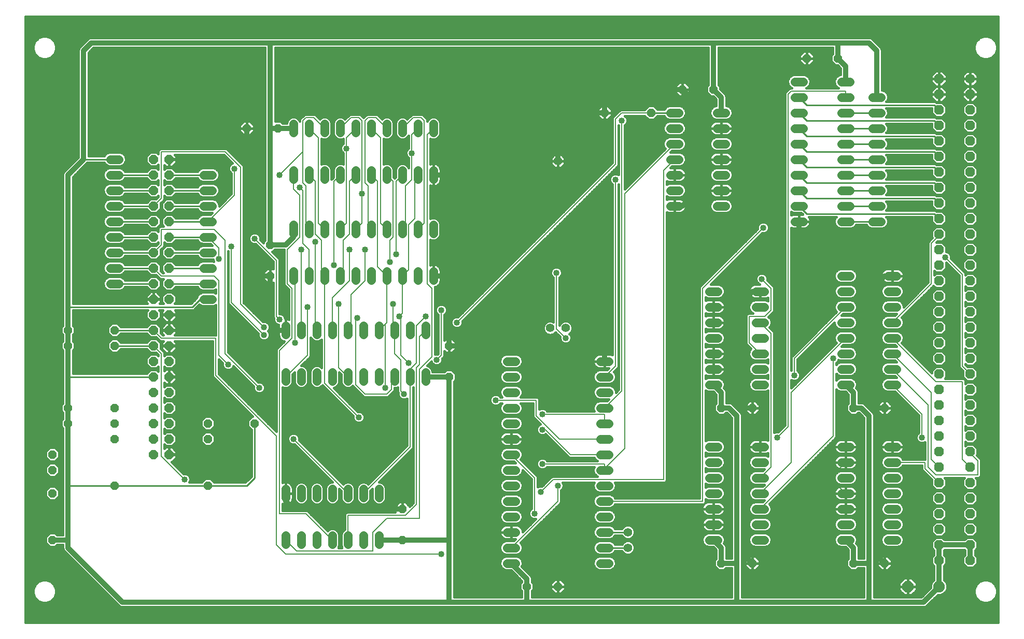
<source format=gtl>
G75*
G70*
%OFA0B0*%
%FSLAX24Y24*%
%IPPOS*%
%LPD*%
%AMOC8*
5,1,8,0,0,1.08239X$1,22.5*
%
%ADD10C,0.0630*%
%ADD11OC8,0.0630*%
%ADD12C,0.0560*%
%ADD13C,0.0560*%
%ADD14OC8,0.0600*%
%ADD15OC8,0.0560*%
%ADD16C,0.0750*%
%ADD17OC8,0.0750*%
%ADD18C,0.0555*%
%ADD19C,0.0320*%
%ADD20C,0.0436*%
%ADD21C,0.0080*%
%ADD22C,0.0160*%
%ADD23C,0.0100*%
%ADD24C,0.0400*%
D10*
X065848Y042613D03*
D11*
X065848Y041613D03*
X065848Y040613D03*
X065848Y039613D03*
X065848Y038613D03*
X065848Y037613D03*
X065848Y036613D03*
X065848Y035613D03*
X065848Y034613D03*
X065848Y033613D03*
X065848Y032613D03*
X065848Y031613D03*
X065848Y030613D03*
X065848Y029613D03*
X065848Y028613D03*
X065848Y027613D03*
X065848Y026613D03*
X065848Y025613D03*
X065848Y024613D03*
X065848Y023613D03*
X065848Y022613D03*
X065848Y021613D03*
X065848Y020613D03*
X065848Y019613D03*
X065848Y018613D03*
X065848Y017613D03*
X065848Y016613D03*
X065848Y015613D03*
X065848Y014613D03*
X065848Y013613D03*
X065848Y012613D03*
X065848Y011613D03*
X063848Y011613D03*
X063848Y012613D03*
X063848Y013613D03*
X063848Y014613D03*
X063848Y015613D03*
X063848Y016613D03*
X063848Y017613D03*
X063848Y018613D03*
X063848Y019613D03*
X063848Y020613D03*
X063848Y021613D03*
X063848Y022613D03*
X063848Y023613D03*
X063848Y024613D03*
X063848Y025613D03*
X063848Y026613D03*
X063848Y027613D03*
X063848Y028613D03*
X063848Y029613D03*
X063848Y030613D03*
X063848Y031613D03*
X063848Y032613D03*
X063848Y033613D03*
X063848Y034613D03*
X063848Y035613D03*
X063848Y036613D03*
X063848Y037613D03*
X063848Y038613D03*
X063848Y039613D03*
X063848Y040613D03*
X063848Y041613D03*
X063848Y042613D03*
D12*
X060128Y041428D02*
X059568Y041428D01*
X059568Y040428D02*
X060128Y040428D01*
X060128Y039428D02*
X059568Y039428D01*
X059568Y038428D02*
X060128Y038428D01*
X060128Y037428D02*
X059568Y037428D01*
X059568Y036428D02*
X060128Y036428D01*
X060128Y035428D02*
X059568Y035428D01*
X059568Y034428D02*
X060128Y034428D01*
X060128Y033428D02*
X059568Y033428D01*
X058128Y033428D02*
X057568Y033428D01*
X057568Y034428D02*
X058128Y034428D01*
X058128Y035428D02*
X057568Y035428D01*
X057568Y036428D02*
X058128Y036428D01*
X058128Y037428D02*
X057568Y037428D01*
X057568Y038428D02*
X058128Y038428D01*
X058128Y039428D02*
X057568Y039428D01*
X057568Y040428D02*
X058128Y040428D01*
X058128Y041428D02*
X057568Y041428D01*
X057568Y042428D02*
X058128Y042428D01*
X055128Y042428D02*
X054568Y042428D01*
X054568Y041428D02*
X055128Y041428D01*
X055128Y040428D02*
X054568Y040428D01*
X054568Y039428D02*
X055128Y039428D01*
X055128Y038428D02*
X054568Y038428D01*
X054568Y037428D02*
X055128Y037428D01*
X055128Y036428D02*
X054568Y036428D01*
X054568Y035428D02*
X055128Y035428D01*
X055128Y034428D02*
X054568Y034428D01*
X054568Y033428D02*
X055128Y033428D01*
X057568Y029928D02*
X058128Y029928D01*
X058128Y028928D02*
X057568Y028928D01*
X057568Y027928D02*
X058128Y027928D01*
X058128Y026928D02*
X057568Y026928D01*
X057568Y025928D02*
X058128Y025928D01*
X058128Y024928D02*
X057568Y024928D01*
X057568Y023928D02*
X058128Y023928D01*
X058128Y022928D02*
X057568Y022928D01*
X060568Y022928D02*
X061128Y022928D01*
X061128Y023928D02*
X060568Y023928D01*
X060568Y024928D02*
X061128Y024928D01*
X061128Y025928D02*
X060568Y025928D01*
X060568Y026928D02*
X061128Y026928D01*
X061128Y027928D02*
X060568Y027928D01*
X060568Y028928D02*
X061128Y028928D01*
X061128Y029928D02*
X060568Y029928D01*
X052628Y028928D02*
X052068Y028928D01*
X052068Y027928D02*
X052628Y027928D01*
X052628Y026928D02*
X052068Y026928D01*
X052068Y025928D02*
X052628Y025928D01*
X052628Y024928D02*
X052068Y024928D01*
X052068Y023928D02*
X052628Y023928D01*
X052628Y022928D02*
X052068Y022928D01*
X049628Y022928D02*
X049068Y022928D01*
X049068Y023928D02*
X049628Y023928D01*
X049628Y024928D02*
X049068Y024928D01*
X049068Y025928D02*
X049628Y025928D01*
X049628Y026928D02*
X049068Y026928D01*
X049068Y027928D02*
X049628Y027928D01*
X049628Y028928D02*
X049068Y028928D01*
X042628Y024428D02*
X042068Y024428D01*
X042068Y023428D02*
X042628Y023428D01*
X042628Y022428D02*
X042068Y022428D01*
X042068Y021428D02*
X042628Y021428D01*
X042628Y020428D02*
X042068Y020428D01*
X042068Y019428D02*
X042628Y019428D01*
X042628Y018428D02*
X042068Y018428D01*
X042068Y017428D02*
X042628Y017428D01*
X042628Y016428D02*
X042068Y016428D01*
X042068Y015428D02*
X042628Y015428D01*
X042628Y014428D02*
X042068Y014428D01*
X042068Y013428D02*
X042628Y013428D01*
X042628Y012428D02*
X042068Y012428D01*
X042068Y011428D02*
X042628Y011428D01*
X036628Y011428D02*
X036068Y011428D01*
X036068Y012428D02*
X036628Y012428D01*
X036628Y013428D02*
X036068Y013428D01*
X036068Y014428D02*
X036628Y014428D01*
X036628Y015428D02*
X036068Y015428D01*
X036068Y016428D02*
X036628Y016428D01*
X036628Y017428D02*
X036068Y017428D01*
X036068Y018428D02*
X036628Y018428D01*
X036628Y019428D02*
X036068Y019428D01*
X036068Y020428D02*
X036628Y020428D01*
X036628Y021428D02*
X036068Y021428D01*
X036068Y022428D02*
X036628Y022428D01*
X036628Y023428D02*
X036068Y023428D01*
X036068Y024428D02*
X036628Y024428D01*
X030848Y023708D02*
X030848Y023148D01*
X029848Y023148D02*
X029848Y023708D01*
X028848Y023708D02*
X028848Y023148D01*
X027848Y023148D02*
X027848Y023708D01*
X026848Y023708D02*
X026848Y023148D01*
X025848Y023148D02*
X025848Y023708D01*
X024848Y023708D02*
X024848Y023148D01*
X023848Y023148D02*
X023848Y023708D01*
X022848Y023708D02*
X022848Y023148D01*
X021848Y023148D02*
X021848Y023708D01*
X021848Y026148D02*
X021848Y026708D01*
X022848Y026708D02*
X022848Y026148D01*
X023848Y026148D02*
X023848Y026708D01*
X024848Y026708D02*
X024848Y026148D01*
X025848Y026148D02*
X025848Y026708D01*
X026848Y026708D02*
X026848Y026148D01*
X027848Y026148D02*
X027848Y026708D01*
X028848Y026708D02*
X028848Y026148D01*
X029848Y026148D02*
X029848Y026708D01*
X030848Y026708D02*
X030848Y026148D01*
X030348Y029648D02*
X030348Y030208D01*
X029348Y030208D02*
X029348Y029648D01*
X028348Y029648D02*
X028348Y030208D01*
X027348Y030208D02*
X027348Y029648D01*
X026348Y029648D02*
X026348Y030208D01*
X025348Y030208D02*
X025348Y029648D01*
X024348Y029648D02*
X024348Y030208D01*
X023348Y030208D02*
X023348Y029648D01*
X022348Y029648D02*
X022348Y030208D01*
X022348Y032648D02*
X022348Y033208D01*
X023348Y033208D02*
X023348Y032648D01*
X024348Y032648D02*
X024348Y033208D01*
X025348Y033208D02*
X025348Y032648D01*
X026348Y032648D02*
X026348Y033208D01*
X027348Y033208D02*
X027348Y032648D01*
X028348Y032648D02*
X028348Y033208D01*
X029348Y033208D02*
X029348Y032648D01*
X030348Y032648D02*
X030348Y033208D01*
X031348Y033208D02*
X031348Y032648D01*
X031348Y030208D02*
X031348Y029648D01*
X031348Y036148D02*
X031348Y036708D01*
X030348Y036708D02*
X030348Y036148D01*
X029348Y036148D02*
X029348Y036708D01*
X028348Y036708D02*
X028348Y036148D01*
X027348Y036148D02*
X027348Y036708D01*
X026348Y036708D02*
X026348Y036148D01*
X025348Y036148D02*
X025348Y036708D01*
X024348Y036708D02*
X024348Y036148D01*
X023348Y036148D02*
X023348Y036708D01*
X022348Y036708D02*
X022348Y036148D01*
X022348Y039148D02*
X022348Y039708D01*
X023348Y039708D02*
X023348Y039148D01*
X024348Y039148D02*
X024348Y039708D01*
X025348Y039708D02*
X025348Y039148D01*
X026348Y039148D02*
X026348Y039708D01*
X027348Y039708D02*
X027348Y039148D01*
X028348Y039148D02*
X028348Y039708D01*
X029348Y039708D02*
X029348Y039148D01*
X030348Y039148D02*
X030348Y039708D01*
X031348Y039708D02*
X031348Y039148D01*
X017128Y036428D02*
X016568Y036428D01*
X016568Y035428D02*
X017128Y035428D01*
X017128Y034428D02*
X016568Y034428D01*
X016568Y033428D02*
X017128Y033428D01*
X017128Y032428D02*
X016568Y032428D01*
X016568Y031428D02*
X017128Y031428D01*
X017128Y030428D02*
X016568Y030428D01*
X016568Y029428D02*
X017128Y029428D01*
X017128Y028428D02*
X016568Y028428D01*
X011128Y029428D02*
X010568Y029428D01*
X010568Y030428D02*
X011128Y030428D01*
X011128Y031428D02*
X010568Y031428D01*
X010568Y032428D02*
X011128Y032428D01*
X011128Y033428D02*
X010568Y033428D01*
X010568Y034428D02*
X011128Y034428D01*
X011128Y035428D02*
X010568Y035428D01*
X010568Y036428D02*
X011128Y036428D01*
X011128Y037428D02*
X010568Y037428D01*
X021848Y016208D02*
X021848Y015648D01*
X022848Y015648D02*
X022848Y016208D01*
X023848Y016208D02*
X023848Y015648D01*
X024848Y015648D02*
X024848Y016208D01*
X025848Y016208D02*
X025848Y015648D01*
X026848Y015648D02*
X026848Y016208D01*
X027848Y016208D02*
X027848Y015648D01*
X027848Y013208D02*
X027848Y012648D01*
X026848Y012648D02*
X026848Y013208D01*
X025848Y013208D02*
X025848Y012648D01*
X024848Y012648D02*
X024848Y013208D01*
X023848Y013208D02*
X023848Y012648D01*
X022848Y012648D02*
X022848Y013208D01*
X021848Y013208D02*
X021848Y012648D01*
X049068Y012928D02*
X049628Y012928D01*
X049628Y013928D02*
X049068Y013928D01*
X049068Y014928D02*
X049628Y014928D01*
X049628Y015928D02*
X049068Y015928D01*
X049068Y016928D02*
X049628Y016928D01*
X049628Y017928D02*
X049068Y017928D01*
X049068Y018928D02*
X049628Y018928D01*
X052068Y018928D02*
X052628Y018928D01*
X052628Y017928D02*
X052068Y017928D01*
X052068Y016928D02*
X052628Y016928D01*
X052628Y015928D02*
X052068Y015928D01*
X052068Y014928D02*
X052628Y014928D01*
X052628Y013928D02*
X052068Y013928D01*
X052068Y012928D02*
X052628Y012928D01*
X057568Y012928D02*
X058128Y012928D01*
X058128Y013928D02*
X057568Y013928D01*
X057568Y014928D02*
X058128Y014928D01*
X058128Y015928D02*
X057568Y015928D01*
X057568Y016928D02*
X058128Y016928D01*
X058128Y017928D02*
X057568Y017928D01*
X057568Y018928D02*
X058128Y018928D01*
X060568Y018928D02*
X061128Y018928D01*
X061128Y017928D02*
X060568Y017928D01*
X060568Y016928D02*
X061128Y016928D01*
X061128Y015928D02*
X060568Y015928D01*
X060568Y014928D02*
X061128Y014928D01*
X061128Y013928D02*
X060568Y013928D01*
X060568Y012928D02*
X061128Y012928D01*
X050128Y034428D02*
X049568Y034428D01*
X049568Y035428D02*
X050128Y035428D01*
X050128Y036428D02*
X049568Y036428D01*
X049568Y037428D02*
X050128Y037428D01*
X050128Y038428D02*
X049568Y038428D01*
X049568Y039428D02*
X050128Y039428D01*
X050128Y040428D02*
X049568Y040428D01*
X047128Y040428D02*
X046568Y040428D01*
X046568Y039428D02*
X047128Y039428D01*
X047128Y038428D02*
X046568Y038428D01*
X046568Y037428D02*
X047128Y037428D01*
X047128Y036428D02*
X046568Y036428D01*
X046568Y035428D02*
X047128Y035428D01*
X047128Y034428D02*
X046568Y034428D01*
D13*
X043848Y013428D03*
X043848Y012428D03*
D14*
X014348Y018428D03*
X014348Y019428D03*
X014348Y020428D03*
X014348Y021428D03*
X014348Y022428D03*
X014348Y023428D03*
X014348Y024428D03*
X014348Y025428D03*
X014348Y026428D03*
X014348Y027428D03*
X014348Y028428D03*
X014348Y029428D03*
X014348Y030428D03*
X014348Y031428D03*
X014348Y032428D03*
X014348Y033428D03*
X014348Y034428D03*
X014348Y035428D03*
X014348Y036428D03*
X014348Y037428D03*
X013348Y037428D03*
X013348Y036428D03*
X013348Y035428D03*
X013348Y034428D03*
X013348Y033428D03*
X013348Y032428D03*
X013348Y031428D03*
X013348Y030428D03*
X013348Y029428D03*
X013348Y028428D03*
X013348Y027428D03*
X013348Y026428D03*
X013348Y025428D03*
X013348Y024428D03*
X013348Y023428D03*
X013348Y022428D03*
X013348Y021428D03*
X013348Y020428D03*
X013348Y019428D03*
X013348Y018428D03*
D15*
X010848Y019428D03*
X010848Y020428D03*
X010848Y021428D03*
X007848Y021428D03*
X007848Y020428D03*
X006848Y018428D03*
X006848Y017428D03*
X006848Y015928D03*
X006848Y012928D03*
X010848Y016428D03*
X016848Y016428D03*
X016848Y019428D03*
X016848Y020428D03*
X019848Y020428D03*
X010848Y025428D03*
X010848Y026428D03*
X007848Y026428D03*
X007848Y025428D03*
X020848Y029928D03*
X020848Y031928D03*
X021348Y039428D03*
X019348Y039428D03*
X032348Y025428D03*
X032348Y023428D03*
X029348Y014928D03*
X029348Y012928D03*
X037348Y009928D03*
X039348Y009928D03*
X049848Y011428D03*
X051848Y011428D03*
X058348Y011428D03*
X060348Y011428D03*
X060348Y021428D03*
X058348Y021428D03*
X051848Y021428D03*
X049848Y021428D03*
X045348Y040428D03*
X047348Y041928D03*
X049348Y041928D03*
X055348Y043928D03*
X057348Y043928D03*
X042348Y040428D03*
D16*
X063848Y009928D03*
D17*
X061848Y009928D03*
D18*
X039848Y026568D03*
X038848Y026568D03*
X039348Y037318D03*
D19*
X039348Y039928D01*
X039848Y040428D01*
X042348Y040428D01*
X042348Y041428D01*
X042848Y041928D01*
X047348Y041928D01*
X047848Y041428D01*
X047848Y039428D01*
X047848Y037428D01*
X047848Y036428D01*
X047848Y035428D01*
X047848Y034928D01*
X047348Y034428D01*
X046848Y034428D01*
X051848Y028928D02*
X052348Y028928D01*
X051848Y028928D02*
X051348Y028428D01*
X051348Y026928D01*
X051348Y023928D01*
X051348Y021428D01*
X051848Y021428D01*
X051348Y021428D02*
X051348Y018928D01*
X051348Y011928D01*
X051848Y011428D01*
X050848Y011428D02*
X049848Y011428D01*
X049848Y012428D01*
X049348Y012928D01*
X050848Y011428D02*
X050848Y020928D01*
X050348Y021428D01*
X049848Y021428D01*
X049848Y022428D01*
X049348Y022928D01*
X042348Y024428D02*
X042348Y024928D01*
X041848Y025428D01*
X032848Y025428D01*
X033348Y024928D01*
X033348Y019428D01*
X033348Y013428D01*
X033348Y010928D01*
X032848Y010428D01*
X032848Y009428D01*
X032348Y008928D02*
X032348Y012928D01*
X029348Y012928D01*
X027848Y012928D01*
X029348Y014928D02*
X022348Y014928D01*
X021848Y015428D01*
X021848Y015928D01*
X030848Y023428D02*
X032348Y023428D01*
X032348Y012928D01*
X036348Y011428D02*
X037348Y010428D01*
X037348Y009928D01*
X037348Y008928D01*
X050848Y008928D01*
X050848Y011428D01*
X050848Y008928D02*
X059348Y008928D01*
X059348Y011428D01*
X058348Y011428D01*
X058348Y012428D01*
X057848Y012928D01*
X059348Y011428D02*
X059348Y020928D01*
X058848Y021428D01*
X058348Y021428D01*
X058348Y022428D01*
X057848Y022928D01*
X059848Y021428D02*
X060348Y021428D01*
X059848Y021428D02*
X059848Y029428D01*
X059848Y030428D01*
X059348Y030928D01*
X055848Y030928D01*
X054848Y031928D01*
X054848Y033428D01*
X059848Y029428D02*
X060348Y029928D01*
X060848Y029928D01*
X059848Y021428D02*
X059848Y018928D01*
X059848Y011928D01*
X060348Y011428D01*
X063848Y011613D02*
X063848Y009928D01*
X062848Y008928D01*
X059348Y008928D01*
X063848Y011613D02*
X063848Y012613D01*
X065848Y012613D01*
X065848Y011613D01*
X037348Y008928D02*
X032348Y008928D01*
X011348Y008928D01*
X007848Y012428D01*
X007848Y012928D01*
X006848Y012928D01*
X007848Y012928D02*
X007848Y016428D01*
X007848Y020428D01*
X007848Y021428D01*
X007848Y023428D01*
X007848Y025428D01*
X007848Y026428D01*
X007848Y027928D01*
X007848Y036428D01*
X008848Y037428D01*
X008848Y044428D01*
X009348Y044928D01*
X020848Y044928D01*
X020848Y039428D01*
X021348Y039428D01*
X022348Y039428D01*
X020848Y039428D02*
X020848Y031928D01*
X021848Y031928D01*
X022348Y032428D01*
X022348Y032928D01*
X019348Y030428D02*
X019348Y039428D01*
X020848Y044928D02*
X049348Y044928D01*
X057348Y044928D01*
X057348Y043928D01*
X057848Y043428D01*
X057848Y042428D01*
X059848Y041428D02*
X059848Y044428D01*
X059348Y044928D01*
X057348Y044928D01*
X049848Y041428D02*
X049848Y040428D01*
X049848Y041428D02*
X049348Y041928D01*
X049348Y044928D01*
X032348Y035928D02*
X031848Y036428D01*
X031348Y036428D01*
X032348Y035928D02*
X032348Y029928D01*
X031348Y029928D01*
X032348Y029928D02*
X032348Y025428D01*
X032848Y025428D01*
X021848Y026428D02*
X021348Y026428D01*
X020848Y026928D01*
X020848Y029928D01*
X019848Y029928D01*
X019348Y030428D01*
D20*
X032848Y009428D03*
D21*
X031848Y012028D02*
X021848Y012028D01*
X021248Y012628D01*
X021248Y019628D01*
X017348Y023528D01*
X017348Y025928D01*
X013848Y025928D01*
X013348Y026428D01*
X013348Y025428D02*
X013848Y024928D01*
X013848Y018328D01*
X015348Y016828D01*
X021448Y014628D02*
X021448Y025128D01*
X022248Y025928D01*
X022248Y029128D01*
X021948Y029428D01*
X021948Y031628D01*
X022748Y032428D01*
X022748Y035128D01*
X022348Y035528D01*
X022348Y036428D01*
X022948Y035928D02*
X022948Y037928D01*
X021448Y036428D01*
X022748Y035628D02*
X022948Y035428D01*
X022948Y032028D01*
X023348Y031628D01*
X023348Y029928D01*
X022448Y029828D02*
X022448Y025628D01*
X022848Y026428D02*
X022848Y031628D01*
X023748Y032128D02*
X023748Y026528D01*
X023848Y026428D01*
X024848Y026428D02*
X024848Y028528D01*
X025948Y029628D01*
X025948Y031628D01*
X025548Y032228D02*
X025948Y032628D01*
X025948Y036028D01*
X026348Y036428D01*
X026948Y035928D02*
X026948Y039928D01*
X027148Y040128D01*
X027648Y040128D01*
X028348Y039428D01*
X027948Y038828D02*
X027948Y033328D01*
X028348Y032928D01*
X028748Y032428D02*
X028748Y036028D01*
X028348Y036428D01*
X028948Y036028D02*
X029348Y036428D01*
X028948Y036028D02*
X028948Y031328D01*
X028548Y030828D02*
X028548Y032228D01*
X028748Y032428D01*
X029348Y032928D02*
X029548Y033128D01*
X029548Y035728D01*
X029948Y036128D01*
X029948Y037828D01*
X029948Y039028D01*
X030348Y039428D01*
X030748Y039928D02*
X030548Y040128D01*
X030048Y040128D01*
X029348Y039428D01*
X030748Y039928D02*
X030748Y033328D01*
X030348Y032928D01*
X029748Y033228D02*
X029748Y030328D01*
X029348Y029928D01*
X029348Y027528D01*
X029248Y027428D01*
X029148Y027328D01*
X029248Y027428D02*
X029248Y024828D01*
X029748Y024328D01*
X029848Y023928D02*
X029848Y023428D01*
X029848Y018928D01*
X026848Y015928D01*
X025848Y015928D02*
X022348Y019428D01*
X020148Y022728D02*
X017948Y024928D01*
X017948Y032228D01*
X017248Y032928D01*
X013848Y032928D01*
X013848Y031928D01*
X013348Y031428D01*
X013348Y030428D02*
X013848Y029928D01*
X017248Y029928D01*
X017548Y029628D01*
X017548Y024828D01*
X018148Y024228D01*
X020448Y026128D02*
X018348Y028228D01*
X018348Y031828D01*
X017548Y031728D02*
X017548Y031028D01*
X017548Y031728D02*
X016848Y032428D01*
X016848Y033428D02*
X018548Y035128D01*
X018548Y036828D01*
X018948Y036928D02*
X017948Y037928D01*
X013848Y037928D01*
X013848Y034928D01*
X013348Y034428D01*
X018948Y036928D02*
X018948Y028128D01*
X020448Y026628D01*
X021248Y027328D02*
X021248Y030928D01*
X019848Y032328D01*
X022348Y029928D02*
X022448Y029828D01*
X024148Y030128D02*
X024148Y032228D01*
X023748Y032628D01*
X023748Y036028D01*
X023348Y036428D01*
X022948Y035928D02*
X023148Y035728D01*
X023148Y033128D01*
X023348Y032928D01*
X023948Y033328D02*
X024348Y032928D01*
X023948Y033328D02*
X023948Y038828D01*
X023348Y039428D01*
X022948Y039928D02*
X023148Y040128D01*
X023648Y040128D01*
X024348Y039428D01*
X025348Y039428D02*
X026048Y040128D01*
X026548Y040128D01*
X026748Y039928D01*
X026748Y035228D01*
X026748Y033328D01*
X026348Y032928D01*
X025748Y033328D02*
X025348Y032928D01*
X025748Y033328D02*
X025748Y038128D01*
X025748Y038828D01*
X026348Y039428D01*
X027348Y039428D02*
X027948Y038828D01*
X027348Y036428D02*
X027748Y036028D01*
X027748Y030528D01*
X028348Y029928D01*
X028348Y026928D01*
X028248Y026828D01*
X028248Y022728D01*
X028348Y022328D02*
X028648Y022628D01*
X028648Y023228D01*
X028848Y023428D01*
X029248Y022528D02*
X029248Y024528D01*
X028848Y024928D01*
X028848Y026428D01*
X028748Y026528D01*
X028748Y028128D01*
X028248Y026828D02*
X027848Y026428D01*
X026448Y027228D02*
X026348Y027128D01*
X026348Y022928D01*
X026948Y022328D01*
X028348Y022328D01*
X029248Y022528D02*
X029448Y022328D01*
X029848Y023928D02*
X030248Y024328D01*
X030248Y026728D01*
X030848Y027328D01*
X031848Y027728D02*
X031848Y024828D01*
X031548Y024528D01*
X031248Y024728D02*
X031248Y029128D01*
X030948Y029428D01*
X030948Y039028D01*
X031348Y039428D01*
X030348Y036428D02*
X030148Y036228D01*
X030148Y033628D01*
X029748Y033228D01*
X027348Y032928D02*
X027148Y033128D01*
X027148Y035728D01*
X026948Y035928D01*
X025348Y036428D02*
X024948Y036028D01*
X024948Y030628D01*
X025548Y030128D02*
X025548Y032228D01*
X026948Y031628D02*
X026948Y029628D01*
X026048Y028728D01*
X026048Y026628D01*
X025848Y026428D01*
X025248Y028128D02*
X025248Y024028D01*
X025848Y023428D01*
X024348Y023028D02*
X024348Y029928D01*
X024148Y030128D01*
X025348Y029928D02*
X025548Y030128D01*
X023248Y027928D02*
X023248Y024828D01*
X021848Y023428D01*
X024348Y023028D02*
X026548Y020828D01*
X030248Y024028D02*
X030248Y015228D01*
X029548Y014528D01*
X025848Y014528D01*
X025848Y012928D01*
X024848Y012928D02*
X023148Y014628D01*
X021448Y014628D01*
X021848Y012928D02*
X022548Y012228D01*
X027448Y012228D01*
X027448Y013428D01*
X028348Y014328D01*
X030448Y014328D01*
X030448Y023928D01*
X031248Y024728D01*
X030448Y024228D02*
X030448Y026028D01*
X030848Y026428D01*
X032848Y026928D02*
X043048Y037128D01*
X043048Y040028D01*
X043448Y040428D01*
X045348Y040428D01*
X043448Y039928D02*
X043448Y022528D01*
X042348Y021428D01*
X042348Y021028D02*
X042348Y020428D01*
X042348Y021028D02*
X038348Y021028D01*
X037948Y020928D02*
X039448Y019428D01*
X042348Y019428D01*
X042348Y018428D02*
X040148Y018428D01*
X038548Y020028D01*
X038348Y020028D01*
X037948Y020928D02*
X037948Y021928D01*
X035348Y021928D01*
X036348Y019428D02*
X033348Y019428D01*
X036348Y018428D02*
X037848Y016928D01*
X037848Y014628D01*
X039348Y015428D02*
X039348Y016428D01*
X039048Y016828D02*
X046148Y016828D01*
X046148Y036728D01*
X046848Y037428D01*
X046848Y038428D02*
X043648Y035228D01*
X043648Y018828D01*
X042348Y017528D01*
X042348Y017428D01*
X042348Y017528D02*
X042348Y017828D01*
X038348Y017828D01*
X039048Y016828D02*
X038248Y016028D01*
X039348Y015428D02*
X036348Y012428D01*
X036348Y013428D02*
X033348Y013428D01*
X042348Y015428D02*
X048648Y015428D01*
X048648Y029128D01*
X052548Y033028D01*
X049848Y035428D02*
X047848Y035428D01*
X047848Y036428D02*
X046848Y036428D01*
X047848Y037428D02*
X049848Y037428D01*
X049848Y039428D02*
X047848Y039428D01*
X043048Y036128D02*
X043048Y024128D01*
X042348Y023428D01*
X039848Y025928D02*
X039248Y026528D01*
X039248Y030128D01*
X030448Y024228D02*
X030248Y024028D01*
X021448Y027128D02*
X021248Y027328D01*
X022948Y037928D02*
X022948Y039928D01*
X049348Y027928D02*
X049348Y026928D01*
X051348Y026928D01*
X051648Y027328D02*
X051648Y025628D01*
X052348Y024928D01*
X051348Y023928D02*
X049348Y023928D01*
X049348Y024928D01*
X052348Y026928D02*
X053048Y026228D01*
X053048Y017628D01*
X052348Y016928D01*
X052348Y015928D02*
X054348Y017928D01*
X054348Y022428D01*
X057848Y025928D01*
X057048Y024628D02*
X057048Y019628D01*
X052348Y014928D01*
X049348Y014928D02*
X049348Y013928D01*
X051348Y018928D02*
X052348Y018928D01*
X053448Y019528D02*
X054148Y020228D01*
X054148Y041628D01*
X054348Y041828D01*
X057848Y041828D01*
X057848Y041428D01*
X063848Y032613D02*
X063848Y032528D01*
X063348Y032028D01*
X063348Y029428D01*
X060848Y026928D01*
X060848Y025928D02*
X063648Y023128D01*
X065348Y023128D01*
X065348Y018128D01*
X065848Y017628D01*
X065848Y017613D01*
X066348Y018028D02*
X066348Y017128D01*
X063648Y017128D01*
X063148Y017628D01*
X063148Y021628D01*
X060848Y023928D01*
X060848Y024928D02*
X063348Y022428D01*
X063348Y018128D01*
X063848Y017628D01*
X063848Y017613D01*
X062948Y017528D02*
X062948Y017928D01*
X060848Y017928D01*
X060848Y018928D02*
X059848Y018928D01*
X057848Y018928D02*
X057848Y017928D01*
X057148Y017228D01*
X057148Y016628D01*
X057848Y015928D01*
X057848Y014928D01*
X062948Y017528D02*
X063848Y016628D01*
X063848Y016613D01*
X065848Y018528D02*
X065848Y018613D01*
X065848Y018528D02*
X066348Y018028D01*
X062748Y019528D02*
X062748Y021028D01*
X060848Y022928D01*
X065348Y024128D02*
X065848Y023628D01*
X065848Y023613D01*
X065348Y024128D02*
X065348Y030028D01*
X064248Y031128D01*
X057848Y027928D02*
X054548Y024628D01*
X054548Y023528D01*
X052648Y027328D02*
X051648Y027328D01*
X052648Y027328D02*
X053048Y027728D01*
X053048Y029128D01*
X052448Y029728D01*
D22*
X005128Y046618D02*
X005128Y007608D01*
X067660Y007608D01*
X067660Y046618D01*
X005128Y046618D01*
X005128Y046588D02*
X067660Y046588D01*
X067660Y046430D02*
X005128Y046430D01*
X005128Y046271D02*
X067660Y046271D01*
X067660Y046113D02*
X005128Y046113D01*
X005128Y045954D02*
X067660Y045954D01*
X067660Y045796D02*
X005128Y045796D01*
X005128Y045637D02*
X067660Y045637D01*
X067660Y045478D02*
X005128Y045478D01*
X005128Y045320D02*
X006147Y045320D01*
X006203Y045343D02*
X005934Y045232D01*
X005729Y045027D01*
X005618Y044758D01*
X005618Y044468D01*
X005729Y044200D01*
X005934Y043994D01*
X006203Y043883D01*
X006493Y043883D01*
X006761Y043994D01*
X006967Y044200D01*
X007078Y044468D01*
X007078Y044758D01*
X006967Y045027D01*
X006761Y045232D01*
X006493Y045343D01*
X006203Y045343D01*
X006549Y045320D02*
X066647Y045320D01*
X066703Y045343D02*
X066434Y045232D01*
X066229Y045027D01*
X066118Y044758D01*
X066118Y044468D01*
X066229Y044200D01*
X066434Y043994D01*
X066703Y043883D01*
X066993Y043883D01*
X067261Y043994D01*
X067467Y044200D01*
X067578Y044468D01*
X067578Y044758D01*
X067467Y045027D01*
X067261Y045232D01*
X066993Y045343D01*
X066703Y045343D01*
X067049Y045320D02*
X067660Y045320D01*
X067660Y045161D02*
X067332Y045161D01*
X067477Y045003D02*
X067660Y045003D01*
X067660Y044844D02*
X067542Y044844D01*
X067578Y044686D02*
X067660Y044686D01*
X067660Y044527D02*
X067578Y044527D01*
X067537Y044369D02*
X067660Y044369D01*
X067660Y044210D02*
X067471Y044210D01*
X067319Y044052D02*
X067660Y044052D01*
X067660Y043893D02*
X067017Y043893D01*
X066679Y043893D02*
X060168Y043893D01*
X060168Y043734D02*
X067660Y043734D01*
X067660Y043576D02*
X060168Y043576D01*
X060168Y043417D02*
X067660Y043417D01*
X067660Y043259D02*
X060168Y043259D01*
X060168Y043100D02*
X063635Y043100D01*
X063643Y043108D02*
X063353Y042818D01*
X063353Y042623D01*
X063838Y042623D01*
X063838Y043108D01*
X063643Y043108D01*
X063838Y043100D02*
X063858Y043100D01*
X063858Y043108D02*
X064053Y043108D01*
X064343Y042818D01*
X064343Y042623D01*
X063858Y042623D01*
X063858Y042603D01*
X064343Y042603D01*
X064343Y042408D01*
X064053Y042118D01*
X063858Y042118D01*
X063858Y042603D01*
X063838Y042603D01*
X063838Y042118D01*
X063643Y042118D01*
X063353Y042408D01*
X063353Y042603D01*
X063838Y042603D01*
X063838Y042623D01*
X063858Y042623D01*
X063858Y043108D01*
X063858Y042942D02*
X063838Y042942D01*
X063838Y042783D02*
X063858Y042783D01*
X063858Y042625D02*
X063838Y042625D01*
X063838Y042466D02*
X063858Y042466D01*
X063858Y042308D02*
X063838Y042308D01*
X063838Y042149D02*
X063858Y042149D01*
X063858Y042108D02*
X064053Y042108D01*
X064343Y041818D01*
X064343Y041623D01*
X063858Y041623D01*
X063858Y041603D01*
X064343Y041603D01*
X064343Y041408D01*
X064053Y041118D01*
X063858Y041118D01*
X063858Y041603D01*
X063838Y041603D01*
X063838Y041118D01*
X063643Y041118D01*
X063353Y041408D01*
X063353Y041603D01*
X063838Y041603D01*
X063838Y041623D01*
X063838Y042108D01*
X063643Y042108D01*
X063353Y041818D01*
X063353Y041623D01*
X063838Y041623D01*
X063858Y041623D01*
X063858Y042108D01*
X063858Y041990D02*
X063838Y041990D01*
X063838Y041832D02*
X063858Y041832D01*
X063858Y041673D02*
X063838Y041673D01*
X063838Y041515D02*
X063858Y041515D01*
X063858Y041356D02*
X063838Y041356D01*
X063838Y041198D02*
X063858Y041198D01*
X064045Y041088D02*
X063670Y041088D01*
X063620Y041138D01*
X063446Y041138D01*
X060460Y041138D01*
X060501Y041179D01*
X060568Y041340D01*
X060568Y041516D01*
X060501Y041677D01*
X060377Y041801D01*
X060215Y041868D01*
X060168Y041868D01*
X060168Y044364D01*
X060168Y044492D01*
X060119Y044609D01*
X059619Y045109D01*
X059619Y045109D01*
X059529Y045199D01*
X059412Y045248D01*
X057412Y045248D01*
X057284Y045248D01*
X049412Y045248D01*
X020784Y045248D01*
X009284Y045248D01*
X009167Y045199D01*
X009077Y045109D01*
X008577Y044609D01*
X008528Y044492D01*
X008528Y044364D01*
X008528Y037561D01*
X007577Y036609D01*
X007528Y036492D01*
X007528Y036364D01*
X007528Y027864D01*
X007528Y026730D01*
X007408Y026610D01*
X007408Y026246D01*
X007528Y026126D01*
X007528Y025730D01*
X007408Y025610D01*
X007408Y025246D01*
X007528Y025126D01*
X007528Y023364D01*
X007528Y021730D01*
X007408Y021610D01*
X007408Y021246D01*
X007528Y021126D01*
X007528Y020730D01*
X007408Y020610D01*
X007408Y020246D01*
X007528Y020126D01*
X007528Y016364D01*
X007528Y013248D01*
X007150Y013248D01*
X007030Y013368D01*
X006666Y013368D01*
X006408Y013110D01*
X006408Y012746D01*
X006666Y012488D01*
X007030Y012488D01*
X007150Y012608D01*
X007528Y012608D01*
X007528Y012364D01*
X007577Y012247D01*
X007667Y012157D01*
X011167Y008657D01*
X011284Y008608D01*
X011412Y008608D01*
X032284Y008608D01*
X032412Y008608D01*
X037284Y008608D01*
X037412Y008608D01*
X050784Y008608D01*
X059284Y008608D01*
X059412Y008608D01*
X062912Y008608D01*
X063029Y008657D01*
X063119Y008747D01*
X063765Y009393D01*
X063954Y009393D01*
X064151Y009474D01*
X064301Y009625D01*
X064383Y009822D01*
X064383Y010034D01*
X064301Y010231D01*
X064168Y010365D01*
X064168Y011261D01*
X064323Y011416D01*
X064323Y011810D01*
X064168Y011965D01*
X064168Y012261D01*
X064200Y012293D01*
X065496Y012293D01*
X065528Y012261D01*
X065528Y011965D01*
X065373Y011810D01*
X065373Y011416D01*
X065651Y011138D01*
X066045Y011138D01*
X066323Y011416D01*
X066323Y011810D01*
X066168Y011965D01*
X066168Y012261D01*
X066323Y012416D01*
X066323Y012810D01*
X066045Y013088D01*
X065651Y013088D01*
X065496Y012933D01*
X064200Y012933D01*
X064045Y013088D01*
X063651Y013088D01*
X063373Y012810D01*
X063373Y012416D01*
X063528Y012261D01*
X063528Y011965D01*
X063373Y011810D01*
X063373Y011416D01*
X063528Y011261D01*
X063528Y010365D01*
X063394Y010231D01*
X063313Y010034D01*
X063313Y009846D01*
X062715Y009248D01*
X059668Y009248D01*
X059668Y011364D01*
X059668Y011492D01*
X059668Y020992D01*
X059619Y021109D01*
X059529Y021199D01*
X059029Y021699D01*
X058912Y021748D01*
X058784Y021748D01*
X058668Y021748D01*
X058668Y022492D01*
X058619Y022609D01*
X058529Y022699D01*
X058515Y022713D01*
X058568Y022840D01*
X058568Y023016D01*
X058501Y023177D01*
X058377Y023301D01*
X058215Y023368D01*
X057480Y023368D01*
X057319Y023301D01*
X057248Y023230D01*
X057248Y023626D01*
X057319Y023555D01*
X057480Y023488D01*
X058215Y023488D01*
X058377Y023555D01*
X058501Y023679D01*
X058568Y023840D01*
X058568Y024016D01*
X058501Y024177D01*
X058377Y024301D01*
X058215Y024368D01*
X057480Y024368D01*
X057319Y024301D01*
X057248Y024230D01*
X057248Y024321D01*
X057252Y024323D01*
X057353Y024424D01*
X057394Y024524D01*
X057480Y024488D01*
X058215Y024488D01*
X058377Y024555D01*
X058501Y024679D01*
X058568Y024840D01*
X058568Y025016D01*
X058501Y025177D01*
X058377Y025301D01*
X058215Y025368D01*
X057571Y025368D01*
X057691Y025488D01*
X058215Y025488D01*
X058377Y025555D01*
X058501Y025679D01*
X058568Y025840D01*
X058568Y026016D01*
X058501Y026177D01*
X058377Y026301D01*
X058215Y026368D01*
X057480Y026368D01*
X057319Y026301D01*
X057195Y026177D01*
X057128Y026016D01*
X057128Y025840D01*
X057195Y025679D01*
X057255Y025618D01*
X054348Y022711D01*
X054348Y023221D01*
X054476Y023168D01*
X054619Y023168D01*
X054752Y023223D01*
X054853Y023324D01*
X054908Y023456D01*
X054908Y023600D01*
X054853Y023732D01*
X054752Y023833D01*
X054748Y023835D01*
X054748Y024545D01*
X057128Y026925D01*
X057128Y026840D01*
X057195Y026679D01*
X057319Y026555D01*
X057480Y026488D01*
X058215Y026488D01*
X058377Y026555D01*
X058501Y026679D01*
X058568Y026840D01*
X058568Y027016D01*
X058501Y027177D01*
X058377Y027301D01*
X058215Y027368D01*
X057571Y027368D01*
X057691Y027488D01*
X058215Y027488D01*
X058377Y027555D01*
X058501Y027679D01*
X058568Y027840D01*
X058568Y028016D01*
X058501Y028177D01*
X058377Y028301D01*
X058215Y028368D01*
X057480Y028368D01*
X057319Y028301D01*
X057195Y028177D01*
X057128Y028016D01*
X057128Y027840D01*
X057195Y027679D01*
X057255Y027618D01*
X054465Y024828D01*
X054348Y024711D01*
X054348Y023835D01*
X054348Y023835D01*
X054348Y033024D01*
X054391Y033002D01*
X054460Y032979D01*
X054532Y032968D01*
X054848Y032968D01*
X055164Y032968D01*
X055236Y032979D01*
X055304Y033002D01*
X055369Y033035D01*
X055428Y033077D01*
X055479Y033128D01*
X055521Y033187D01*
X055554Y033251D01*
X055576Y033320D01*
X055588Y033392D01*
X055588Y033428D01*
X055588Y033464D01*
X055576Y033536D01*
X055554Y033605D01*
X055521Y033669D01*
X055486Y033718D01*
X057236Y033718D01*
X057195Y033677D01*
X057128Y033516D01*
X057128Y033340D01*
X057195Y033179D01*
X057319Y033055D01*
X057480Y032988D01*
X058215Y032988D01*
X058377Y033055D01*
X058501Y033179D01*
X058517Y033218D01*
X059179Y033218D01*
X059195Y033179D01*
X059319Y033055D01*
X059480Y032988D01*
X060215Y032988D01*
X060377Y033055D01*
X060501Y033179D01*
X060568Y033340D01*
X060568Y033516D01*
X060501Y033677D01*
X060460Y033718D01*
X063373Y033718D01*
X063373Y033416D01*
X063651Y033138D01*
X064045Y033138D01*
X064323Y033416D01*
X064323Y033810D01*
X064045Y034088D01*
X063670Y034088D01*
X063620Y034138D01*
X063446Y034138D01*
X060460Y034138D01*
X060501Y034179D01*
X060568Y034340D01*
X060568Y034516D01*
X060501Y034677D01*
X060460Y034718D01*
X063373Y034718D01*
X063373Y034416D01*
X063651Y034138D01*
X064045Y034138D01*
X064323Y034416D01*
X064323Y034810D01*
X064045Y035088D01*
X063670Y035088D01*
X063620Y035138D01*
X063446Y035138D01*
X060460Y035138D01*
X060501Y035179D01*
X060568Y035340D01*
X060568Y035516D01*
X060501Y035677D01*
X060460Y035718D01*
X063373Y035718D01*
X063373Y035416D01*
X063651Y035138D01*
X064045Y035138D01*
X064323Y035416D01*
X064323Y035810D01*
X064045Y036088D01*
X063670Y036088D01*
X063620Y036138D01*
X063446Y036138D01*
X060460Y036138D01*
X060501Y036179D01*
X060568Y036340D01*
X060568Y036516D01*
X060501Y036677D01*
X060460Y036718D01*
X063373Y036718D01*
X063373Y036416D01*
X063651Y036138D01*
X064045Y036138D01*
X064323Y036416D01*
X064323Y036810D01*
X064045Y037088D01*
X063670Y037088D01*
X063620Y037138D01*
X063446Y037138D01*
X060460Y037138D01*
X060501Y037179D01*
X060568Y037340D01*
X060568Y037516D01*
X060501Y037677D01*
X060460Y037718D01*
X063373Y037718D01*
X063373Y037416D01*
X063651Y037138D01*
X064045Y037138D01*
X064323Y037416D01*
X064323Y037810D01*
X064045Y038088D01*
X063670Y038088D01*
X063620Y038138D01*
X063446Y038138D01*
X060460Y038138D01*
X060501Y038179D01*
X060568Y038340D01*
X060568Y038516D01*
X060501Y038677D01*
X060460Y038718D01*
X063373Y038718D01*
X063373Y038416D01*
X063651Y038138D01*
X064045Y038138D01*
X064323Y038416D01*
X064323Y038810D01*
X064045Y039088D01*
X063670Y039088D01*
X063620Y039138D01*
X063446Y039138D01*
X060460Y039138D01*
X060501Y039179D01*
X060568Y039340D01*
X060568Y039516D01*
X060501Y039677D01*
X060460Y039718D01*
X063373Y039718D01*
X063373Y039416D01*
X063651Y039138D01*
X064045Y039138D01*
X064323Y039416D01*
X064323Y039810D01*
X064045Y040088D01*
X065651Y040088D01*
X065373Y039810D01*
X065373Y039416D01*
X065651Y039138D01*
X066045Y039138D01*
X066323Y039416D01*
X066323Y039810D01*
X066045Y040088D01*
X067660Y040088D01*
X067660Y040246D02*
X066153Y040246D01*
X066045Y040138D02*
X066323Y040416D01*
X066323Y040810D01*
X066045Y041088D01*
X065651Y041088D01*
X065373Y040810D01*
X065373Y040416D01*
X065651Y040138D01*
X066045Y040138D01*
X066045Y040088D02*
X065651Y040088D01*
X065543Y040246D02*
X064153Y040246D01*
X064045Y040138D02*
X064323Y040416D01*
X064323Y040810D01*
X064045Y041088D01*
X064093Y041039D02*
X065602Y041039D01*
X065643Y041118D02*
X065838Y041118D01*
X065838Y041603D01*
X065858Y041603D01*
X065858Y041623D01*
X066343Y041623D01*
X066343Y041818D01*
X066053Y042108D01*
X065858Y042108D01*
X065858Y041623D01*
X065838Y041623D01*
X065838Y042108D01*
X065643Y042108D01*
X065353Y041818D01*
X065353Y041623D01*
X065838Y041623D01*
X065838Y041603D01*
X065353Y041603D01*
X065353Y041408D01*
X065643Y041118D01*
X065563Y041198D02*
X064133Y041198D01*
X064291Y041356D02*
X065405Y041356D01*
X065353Y041515D02*
X064343Y041515D01*
X064343Y041673D02*
X065353Y041673D01*
X065367Y041832D02*
X064329Y041832D01*
X064170Y041990D02*
X065525Y041990D01*
X065588Y042190D02*
X065658Y042154D01*
X065732Y042130D01*
X065809Y042118D01*
X065838Y042118D01*
X065838Y042603D01*
X065858Y042603D01*
X065858Y042623D01*
X066343Y042623D01*
X066343Y042652D01*
X066331Y042729D01*
X066307Y042803D01*
X066271Y042872D01*
X066225Y042936D01*
X066170Y042991D01*
X066107Y043036D01*
X066038Y043072D01*
X065964Y043096D01*
X065887Y043108D01*
X065858Y043108D01*
X065858Y042623D01*
X065838Y042623D01*
X065838Y043108D01*
X065809Y043108D01*
X065732Y043096D01*
X065658Y043072D01*
X065588Y043036D01*
X065525Y042991D01*
X065470Y042936D01*
X065424Y042872D01*
X065389Y042803D01*
X065365Y042729D01*
X065353Y042652D01*
X065353Y042623D01*
X065838Y042623D01*
X065838Y042603D01*
X065353Y042603D01*
X065353Y042574D01*
X065365Y042497D01*
X065389Y042423D01*
X065424Y042354D01*
X065470Y042291D01*
X065525Y042236D01*
X065588Y042190D01*
X065674Y042149D02*
X064084Y042149D01*
X064242Y042308D02*
X065458Y042308D01*
X065375Y042466D02*
X064343Y042466D01*
X064343Y042625D02*
X065353Y042625D01*
X065383Y042783D02*
X064343Y042783D01*
X064219Y042942D02*
X065477Y042942D01*
X065760Y043100D02*
X064061Y043100D01*
X063477Y042942D02*
X060168Y042942D01*
X060168Y042783D02*
X063353Y042783D01*
X063353Y042625D02*
X060168Y042625D01*
X060168Y042466D02*
X063353Y042466D01*
X063453Y042308D02*
X060168Y042308D01*
X060168Y042149D02*
X063612Y042149D01*
X063525Y041990D02*
X060168Y041990D01*
X060302Y041832D02*
X063367Y041832D01*
X063353Y041673D02*
X060502Y041673D01*
X060568Y041515D02*
X063353Y041515D01*
X063405Y041356D02*
X060568Y041356D01*
X060509Y041198D02*
X063563Y041198D01*
X063373Y040718D02*
X063373Y040416D01*
X063651Y040138D01*
X064045Y040138D01*
X064045Y040088D02*
X063670Y040088D01*
X063620Y040138D01*
X063446Y040138D01*
X060460Y040138D01*
X060501Y040179D01*
X060568Y040340D01*
X060568Y040516D01*
X060501Y040677D01*
X060460Y040718D01*
X063373Y040718D01*
X063373Y040564D02*
X060548Y040564D01*
X060568Y040405D02*
X063384Y040405D01*
X063543Y040246D02*
X060529Y040246D01*
X060528Y039612D02*
X063373Y039612D01*
X063373Y039454D02*
X060568Y039454D01*
X060549Y039295D02*
X063494Y039295D01*
X063621Y039137D02*
X067660Y039137D01*
X067660Y039295D02*
X066202Y039295D01*
X066323Y039454D02*
X067660Y039454D01*
X067660Y039612D02*
X066323Y039612D01*
X066323Y039771D02*
X067660Y039771D01*
X067660Y039929D02*
X066203Y039929D01*
X066312Y040405D02*
X067660Y040405D01*
X067660Y040564D02*
X066323Y040564D01*
X066323Y040722D02*
X067660Y040722D01*
X067660Y040881D02*
X066252Y040881D01*
X066093Y041039D02*
X067660Y041039D01*
X067660Y041198D02*
X066133Y041198D01*
X066053Y041118D02*
X066343Y041408D01*
X066343Y041603D01*
X065858Y041603D01*
X065858Y041118D01*
X066053Y041118D01*
X065858Y041198D02*
X065838Y041198D01*
X065838Y041356D02*
X065858Y041356D01*
X065858Y041515D02*
X065838Y041515D01*
X065838Y041673D02*
X065858Y041673D01*
X065858Y041832D02*
X065838Y041832D01*
X065838Y041990D02*
X065858Y041990D01*
X065858Y042118D02*
X065887Y042118D01*
X065964Y042130D01*
X066038Y042154D01*
X066107Y042190D01*
X066170Y042236D01*
X066225Y042291D01*
X066271Y042354D01*
X066307Y042423D01*
X066331Y042497D01*
X066343Y042574D01*
X066343Y042603D01*
X065858Y042603D01*
X065858Y042118D01*
X065858Y042149D02*
X065838Y042149D01*
X065838Y042308D02*
X065858Y042308D01*
X065858Y042466D02*
X065838Y042466D01*
X065838Y042625D02*
X065858Y042625D01*
X065858Y042783D02*
X065838Y042783D01*
X065838Y042942D02*
X065858Y042942D01*
X065858Y043100D02*
X065838Y043100D01*
X065936Y043100D02*
X067660Y043100D01*
X067660Y042942D02*
X066219Y042942D01*
X066313Y042783D02*
X067660Y042783D01*
X067660Y042625D02*
X066343Y042625D01*
X066321Y042466D02*
X067660Y042466D01*
X067660Y042308D02*
X066238Y042308D01*
X066021Y042149D02*
X067660Y042149D01*
X067660Y041990D02*
X066170Y041990D01*
X066329Y041832D02*
X067660Y041832D01*
X067660Y041673D02*
X066343Y041673D01*
X066343Y041515D02*
X067660Y041515D01*
X067660Y041356D02*
X066291Y041356D01*
X065444Y040881D02*
X064252Y040881D01*
X064323Y040722D02*
X065373Y040722D01*
X065373Y040564D02*
X064323Y040564D01*
X064312Y040405D02*
X065384Y040405D01*
X065492Y039929D02*
X064203Y039929D01*
X064323Y039771D02*
X065373Y039771D01*
X065373Y039612D02*
X064323Y039612D01*
X064323Y039454D02*
X065373Y039454D01*
X065494Y039295D02*
X064202Y039295D01*
X064154Y038978D02*
X065541Y038978D01*
X065651Y039088D02*
X065373Y038810D01*
X065373Y038416D01*
X065651Y038138D01*
X066045Y038138D01*
X066323Y038416D01*
X066323Y038810D01*
X066045Y039088D01*
X065651Y039088D01*
X065383Y038820D02*
X064313Y038820D01*
X064323Y038661D02*
X065373Y038661D01*
X065373Y038503D02*
X064323Y038503D01*
X064251Y038344D02*
X065445Y038344D01*
X065604Y038185D02*
X064092Y038185D01*
X064106Y038027D02*
X065590Y038027D01*
X065651Y038088D02*
X065373Y037810D01*
X065373Y037416D01*
X065651Y037138D01*
X066045Y037138D01*
X066323Y037416D01*
X066323Y037810D01*
X066045Y038088D01*
X065651Y038088D01*
X065431Y037868D02*
X064264Y037868D01*
X064323Y037710D02*
X065373Y037710D01*
X065373Y037551D02*
X064323Y037551D01*
X064299Y037393D02*
X065396Y037393D01*
X065555Y037234D02*
X064141Y037234D01*
X064057Y037076D02*
X065639Y037076D01*
X065651Y037088D02*
X065373Y036810D01*
X065373Y036416D01*
X065651Y036138D01*
X066045Y036138D01*
X066323Y036416D01*
X066323Y036810D01*
X066045Y037088D01*
X065651Y037088D01*
X065480Y036917D02*
X064216Y036917D01*
X064323Y036759D02*
X065373Y036759D01*
X065373Y036600D02*
X064323Y036600D01*
X064323Y036441D02*
X065373Y036441D01*
X065506Y036283D02*
X064189Y036283D01*
X064167Y035966D02*
X065529Y035966D01*
X065651Y036088D02*
X065373Y035810D01*
X065373Y035416D01*
X065651Y035138D01*
X066045Y035138D01*
X066323Y035416D01*
X066323Y035810D01*
X066045Y036088D01*
X065651Y036088D01*
X065373Y035807D02*
X064323Y035807D01*
X064323Y035649D02*
X065373Y035649D01*
X065373Y035490D02*
X064323Y035490D01*
X064238Y035332D02*
X065458Y035332D01*
X065616Y035173D02*
X064080Y035173D01*
X064118Y035015D02*
X065578Y035015D01*
X065651Y035088D02*
X065373Y034810D01*
X065373Y034416D01*
X065651Y034138D01*
X066045Y034138D01*
X066323Y034416D01*
X066323Y034810D01*
X066045Y035088D01*
X065651Y035088D01*
X065419Y034856D02*
X064277Y034856D01*
X064323Y034697D02*
X065373Y034697D01*
X065373Y034539D02*
X064323Y034539D01*
X064287Y034380D02*
X065409Y034380D01*
X065567Y034222D02*
X064128Y034222D01*
X064069Y034063D02*
X065626Y034063D01*
X065651Y034088D02*
X065373Y033810D01*
X065373Y033416D01*
X065651Y033138D01*
X066045Y033138D01*
X066323Y033416D01*
X066323Y033810D01*
X066045Y034088D01*
X065651Y034088D01*
X065468Y033905D02*
X064228Y033905D01*
X064323Y033746D02*
X065373Y033746D01*
X065373Y033588D02*
X064323Y033588D01*
X064323Y033429D02*
X065373Y033429D01*
X065519Y033271D02*
X064177Y033271D01*
X064045Y033088D02*
X063651Y033088D01*
X063373Y032810D01*
X063373Y032416D01*
X063413Y032376D01*
X063148Y032111D01*
X063148Y031945D01*
X063148Y029511D01*
X061568Y027931D01*
X061568Y028016D01*
X061501Y028177D01*
X061377Y028301D01*
X061215Y028368D01*
X060480Y028368D01*
X060319Y028301D01*
X060195Y028177D01*
X060128Y028016D01*
X060128Y027840D01*
X060195Y027679D01*
X060319Y027555D01*
X060480Y027488D01*
X061125Y027488D01*
X061005Y027368D01*
X060480Y027368D01*
X060319Y027301D01*
X060195Y027177D01*
X060128Y027016D01*
X060128Y026840D01*
X060195Y026679D01*
X060319Y026555D01*
X060480Y026488D01*
X061215Y026488D01*
X061377Y026555D01*
X061501Y026679D01*
X061568Y026840D01*
X061568Y027016D01*
X061501Y027177D01*
X061440Y027238D01*
X063431Y029228D01*
X063496Y029293D01*
X063651Y029138D01*
X064045Y029138D01*
X064323Y029416D01*
X064323Y029810D01*
X064045Y030088D01*
X063651Y030088D01*
X063548Y029985D01*
X063548Y030241D01*
X063651Y030138D01*
X064045Y030138D01*
X064323Y030416D01*
X064323Y030769D01*
X064323Y030770D01*
X065148Y029945D01*
X065148Y024211D01*
X065148Y024045D01*
X065378Y023815D01*
X065373Y023810D01*
X065373Y023416D01*
X065651Y023138D01*
X066045Y023138D01*
X066323Y023416D01*
X066323Y023810D01*
X066045Y024088D01*
X065671Y024088D01*
X065548Y024211D01*
X065548Y024241D01*
X065651Y024138D01*
X066045Y024138D01*
X066323Y024416D01*
X066323Y024810D01*
X066045Y025088D01*
X065651Y025088D01*
X065548Y024985D01*
X065548Y025241D01*
X065651Y025138D01*
X066045Y025138D01*
X066323Y025416D01*
X066323Y025810D01*
X066045Y026088D01*
X065651Y026088D01*
X065548Y025985D01*
X065548Y026241D01*
X065651Y026138D01*
X066045Y026138D01*
X066323Y026416D01*
X066323Y026810D01*
X066045Y027088D01*
X065651Y027088D01*
X065548Y026985D01*
X065548Y027241D01*
X065651Y027138D01*
X066045Y027138D01*
X066323Y027416D01*
X066323Y027810D01*
X066045Y028088D01*
X065651Y028088D01*
X065548Y027985D01*
X065548Y028241D01*
X065651Y028138D01*
X066045Y028138D01*
X066323Y028416D01*
X066323Y028810D01*
X066045Y029088D01*
X065651Y029088D01*
X065548Y028985D01*
X065548Y029241D01*
X065651Y029138D01*
X066045Y029138D01*
X066323Y029416D01*
X066323Y029810D01*
X066045Y030088D01*
X065651Y030088D01*
X065548Y029985D01*
X065548Y030111D01*
X065431Y030228D01*
X064606Y031052D01*
X064608Y031056D01*
X064608Y031200D01*
X064553Y031332D01*
X064452Y031433D01*
X064323Y031487D01*
X064323Y031810D01*
X064045Y032088D01*
X063691Y032088D01*
X063741Y032138D01*
X064045Y032138D01*
X064323Y032416D01*
X064323Y032810D01*
X064045Y033088D01*
X064179Y032954D02*
X065517Y032954D01*
X065651Y033088D02*
X065373Y032810D01*
X065373Y032416D01*
X065651Y032138D01*
X066045Y032138D01*
X066323Y032416D01*
X066323Y032810D01*
X066045Y033088D01*
X065651Y033088D01*
X065373Y032795D02*
X064323Y032795D01*
X064323Y032636D02*
X065373Y032636D01*
X065373Y032478D02*
X064323Y032478D01*
X064226Y032319D02*
X065470Y032319D01*
X065628Y032161D02*
X064067Y032161D01*
X064130Y032002D02*
X065565Y032002D01*
X065651Y032088D02*
X065373Y031810D01*
X065373Y031416D01*
X065651Y031138D01*
X066045Y031138D01*
X066323Y031416D01*
X066323Y031810D01*
X066045Y032088D01*
X065651Y032088D01*
X065407Y031844D02*
X064289Y031844D01*
X064323Y031685D02*
X065373Y031685D01*
X065373Y031527D02*
X064323Y031527D01*
X064517Y031368D02*
X065421Y031368D01*
X065580Y031210D02*
X064604Y031210D01*
X064608Y031051D02*
X065614Y031051D01*
X065651Y031088D02*
X065373Y030810D01*
X065373Y030416D01*
X065651Y030138D01*
X066045Y030138D01*
X066323Y030416D01*
X066323Y030810D01*
X066045Y031088D01*
X065651Y031088D01*
X065456Y030892D02*
X064766Y030892D01*
X064925Y030734D02*
X065373Y030734D01*
X065373Y030575D02*
X065083Y030575D01*
X065242Y030417D02*
X065373Y030417D01*
X065400Y030258D02*
X065531Y030258D01*
X065548Y030100D02*
X067660Y030100D01*
X067660Y030258D02*
X066165Y030258D01*
X066323Y030417D02*
X067660Y030417D01*
X067660Y030575D02*
X066323Y030575D01*
X066323Y030734D02*
X067660Y030734D01*
X067660Y030892D02*
X066240Y030892D01*
X066082Y031051D02*
X067660Y031051D01*
X067660Y031210D02*
X066116Y031210D01*
X066275Y031368D02*
X067660Y031368D01*
X067660Y031527D02*
X066323Y031527D01*
X066323Y031685D02*
X067660Y031685D01*
X067660Y031844D02*
X066289Y031844D01*
X066130Y032002D02*
X067660Y032002D01*
X067660Y032161D02*
X066067Y032161D01*
X066226Y032319D02*
X067660Y032319D01*
X067660Y032478D02*
X066323Y032478D01*
X066323Y032636D02*
X067660Y032636D01*
X067660Y032795D02*
X066323Y032795D01*
X066179Y032954D02*
X067660Y032954D01*
X067660Y033112D02*
X060434Y033112D01*
X060539Y033271D02*
X063519Y033271D01*
X063373Y033429D02*
X060568Y033429D01*
X060538Y033588D02*
X063373Y033588D01*
X063517Y032954D02*
X054348Y032954D01*
X054348Y032795D02*
X063373Y032795D01*
X063373Y032636D02*
X054348Y032636D01*
X054348Y032478D02*
X063373Y032478D01*
X063356Y032319D02*
X054348Y032319D01*
X054348Y032161D02*
X063198Y032161D01*
X063148Y032002D02*
X054348Y032002D01*
X054348Y031844D02*
X063148Y031844D01*
X063148Y031685D02*
X054348Y031685D01*
X054348Y031527D02*
X063148Y031527D01*
X063148Y031368D02*
X054348Y031368D01*
X054348Y031210D02*
X063148Y031210D01*
X063148Y031051D02*
X054348Y031051D01*
X054348Y030892D02*
X063148Y030892D01*
X063148Y030734D02*
X054348Y030734D01*
X054348Y030575D02*
X063148Y030575D01*
X063148Y030417D02*
X054348Y030417D01*
X054348Y030258D02*
X057276Y030258D01*
X057319Y030301D02*
X057195Y030177D01*
X057128Y030016D01*
X057128Y029840D01*
X057195Y029679D01*
X057319Y029555D01*
X057480Y029488D01*
X058215Y029488D01*
X058377Y029555D01*
X058501Y029679D01*
X058568Y029840D01*
X058568Y030016D01*
X058501Y030177D01*
X058377Y030301D01*
X058215Y030368D01*
X057480Y030368D01*
X057319Y030301D01*
X057163Y030100D02*
X054348Y030100D01*
X054348Y029941D02*
X057128Y029941D01*
X057152Y029783D02*
X054348Y029783D01*
X054348Y029624D02*
X057250Y029624D01*
X057333Y029307D02*
X054348Y029307D01*
X054348Y029466D02*
X063103Y029466D01*
X063148Y029624D02*
X061474Y029624D01*
X061479Y029628D02*
X061521Y029687D01*
X061554Y029751D01*
X061576Y029820D01*
X061588Y029892D01*
X061588Y029928D01*
X061588Y029964D01*
X061576Y030036D01*
X061554Y030105D01*
X061521Y030169D01*
X061479Y030228D01*
X061428Y030279D01*
X061369Y030321D01*
X061304Y030354D01*
X061236Y030377D01*
X061164Y030388D01*
X060848Y030388D01*
X060848Y029928D01*
X061588Y029928D01*
X060848Y029928D01*
X060848Y029928D01*
X060848Y029468D01*
X061164Y029468D01*
X061236Y029479D01*
X061304Y029502D01*
X061369Y029535D01*
X061428Y029577D01*
X061479Y029628D01*
X061564Y029783D02*
X063148Y029783D01*
X063148Y029941D02*
X061588Y029941D01*
X061556Y030100D02*
X063148Y030100D01*
X063148Y030258D02*
X061448Y030258D01*
X060848Y030258D02*
X060848Y030258D01*
X060848Y030388D02*
X060848Y029928D01*
X060848Y029928D01*
X060848Y029928D01*
X060848Y029468D01*
X060532Y029468D01*
X060460Y029479D01*
X060391Y029502D01*
X060327Y029535D01*
X060268Y029577D01*
X060217Y029628D01*
X060174Y029687D01*
X060142Y029751D01*
X060119Y029820D01*
X060108Y029892D01*
X060108Y029928D01*
X060847Y029928D01*
X060847Y029928D01*
X060108Y029928D01*
X060108Y029964D01*
X060119Y030036D01*
X060142Y030105D01*
X060174Y030169D01*
X060217Y030228D01*
X060268Y030279D01*
X060327Y030321D01*
X060391Y030354D01*
X060460Y030377D01*
X060532Y030388D01*
X060848Y030388D01*
X060848Y030100D02*
X060848Y030100D01*
X060848Y029941D02*
X060848Y029941D01*
X060848Y029783D02*
X060848Y029783D01*
X060848Y029624D02*
X060848Y029624D01*
X061215Y029368D02*
X060480Y029368D01*
X060319Y029301D01*
X060195Y029177D01*
X060128Y029016D01*
X060128Y028840D01*
X060195Y028679D01*
X060319Y028555D01*
X060480Y028488D01*
X061215Y028488D01*
X061377Y028555D01*
X061501Y028679D01*
X061568Y028840D01*
X061568Y029016D01*
X061501Y029177D01*
X061377Y029301D01*
X061215Y029368D01*
X061363Y029307D02*
X062944Y029307D01*
X062786Y029148D02*
X061513Y029148D01*
X061568Y028990D02*
X062627Y028990D01*
X062468Y028831D02*
X061564Y028831D01*
X061495Y028673D02*
X062310Y028673D01*
X062151Y028514D02*
X061279Y028514D01*
X061245Y028356D02*
X061993Y028356D01*
X061834Y028197D02*
X061481Y028197D01*
X061558Y028039D02*
X061676Y028039D01*
X061924Y027722D02*
X063373Y027722D01*
X063373Y027810D02*
X063373Y027416D01*
X063651Y027138D01*
X064045Y027138D01*
X064323Y027416D01*
X064323Y027810D01*
X064045Y028088D01*
X063651Y028088D01*
X063373Y027810D01*
X063443Y027880D02*
X062083Y027880D01*
X062241Y028039D02*
X063602Y028039D01*
X063651Y028138D02*
X064045Y028138D01*
X064323Y028416D01*
X064323Y028810D01*
X064045Y029088D01*
X063651Y029088D01*
X063373Y028810D01*
X063373Y028416D01*
X063651Y028138D01*
X063592Y028197D02*
X062400Y028197D01*
X062558Y028356D02*
X063433Y028356D01*
X063373Y028514D02*
X062717Y028514D01*
X062875Y028673D02*
X063373Y028673D01*
X063394Y028831D02*
X063034Y028831D01*
X063193Y028990D02*
X063553Y028990D01*
X063641Y029148D02*
X063351Y029148D01*
X064055Y029148D02*
X065148Y029148D01*
X065148Y028990D02*
X064143Y028990D01*
X064301Y028831D02*
X065148Y028831D01*
X065148Y028673D02*
X064323Y028673D01*
X064323Y028514D02*
X065148Y028514D01*
X065148Y028356D02*
X064262Y028356D01*
X064104Y028197D02*
X065148Y028197D01*
X065148Y028039D02*
X064094Y028039D01*
X064253Y027880D02*
X065148Y027880D01*
X065148Y027722D02*
X064323Y027722D01*
X064323Y027563D02*
X065148Y027563D01*
X065148Y027404D02*
X064311Y027404D01*
X064152Y027246D02*
X065148Y027246D01*
X065148Y027087D02*
X064045Y027087D01*
X064045Y027088D02*
X063651Y027088D01*
X063373Y026810D01*
X063373Y026416D01*
X063651Y026138D01*
X064045Y026138D01*
X064323Y026416D01*
X064323Y026810D01*
X064045Y027088D01*
X064204Y026929D02*
X065148Y026929D01*
X065148Y026770D02*
X064323Y026770D01*
X064323Y026612D02*
X065148Y026612D01*
X065148Y026453D02*
X064323Y026453D01*
X064201Y026295D02*
X065148Y026295D01*
X065148Y026136D02*
X061518Y026136D01*
X061501Y026177D02*
X061377Y026301D01*
X061215Y026368D01*
X060480Y026368D01*
X060319Y026301D01*
X060195Y026177D01*
X060128Y026016D01*
X060128Y025840D01*
X060195Y025679D01*
X060319Y025555D01*
X060480Y025488D01*
X061005Y025488D01*
X061125Y025368D01*
X060480Y025368D01*
X060319Y025301D01*
X060195Y025177D01*
X060128Y025016D01*
X060128Y024840D01*
X060195Y024679D01*
X060319Y024555D01*
X060480Y024488D01*
X061005Y024488D01*
X061125Y024368D01*
X060480Y024368D01*
X060319Y024301D01*
X060195Y024177D01*
X060128Y024016D01*
X060128Y023840D01*
X060195Y023679D01*
X060319Y023555D01*
X060480Y023488D01*
X061005Y023488D01*
X061125Y023368D01*
X060480Y023368D01*
X060319Y023301D01*
X060195Y023177D01*
X060128Y023016D01*
X060128Y022840D01*
X060195Y022679D01*
X060319Y022555D01*
X060480Y022488D01*
X061005Y022488D01*
X062548Y020945D01*
X062548Y019835D01*
X062544Y019833D01*
X062443Y019732D01*
X062388Y019600D01*
X062388Y019456D01*
X062443Y019324D01*
X062544Y019223D01*
X062676Y019168D01*
X062819Y019168D01*
X062948Y019221D01*
X062948Y018128D01*
X062865Y018128D01*
X061521Y018128D01*
X061501Y018177D01*
X061377Y018301D01*
X061215Y018368D01*
X060480Y018368D01*
X060319Y018301D01*
X060195Y018177D01*
X060128Y018016D01*
X060128Y017840D01*
X060195Y017679D01*
X060319Y017555D01*
X060480Y017488D01*
X061215Y017488D01*
X061377Y017555D01*
X061501Y017679D01*
X061521Y017728D01*
X062748Y017728D01*
X062748Y017611D01*
X062748Y017445D01*
X063378Y016815D01*
X063373Y016810D01*
X063373Y016416D01*
X063651Y016138D01*
X064045Y016138D01*
X064323Y016416D01*
X064323Y016810D01*
X064205Y016928D01*
X065491Y016928D01*
X065373Y016810D01*
X065373Y016416D01*
X065651Y016138D01*
X066045Y016138D01*
X066323Y016416D01*
X066323Y016810D01*
X066205Y016928D01*
X066265Y016928D01*
X066431Y016928D01*
X066548Y017045D01*
X066548Y017945D01*
X066548Y018111D01*
X066283Y018376D01*
X066323Y018416D01*
X066323Y018810D01*
X066045Y019088D01*
X065651Y019088D01*
X065548Y018985D01*
X065548Y019241D01*
X065651Y019138D01*
X066045Y019138D01*
X066323Y019416D01*
X066323Y019810D01*
X066045Y020088D01*
X065651Y020088D01*
X065548Y019985D01*
X065548Y020241D01*
X065651Y020138D01*
X066045Y020138D01*
X066323Y020416D01*
X066323Y020810D01*
X066045Y021088D01*
X065651Y021088D01*
X065548Y020985D01*
X065548Y021241D01*
X065651Y021138D01*
X066045Y021138D01*
X066323Y021416D01*
X066323Y021810D01*
X066045Y022088D01*
X065651Y022088D01*
X065548Y021985D01*
X065548Y022241D01*
X065651Y022138D01*
X066045Y022138D01*
X066323Y022416D01*
X066323Y022810D01*
X066045Y023088D01*
X065651Y023088D01*
X065548Y022985D01*
X065548Y023211D01*
X065431Y023328D01*
X065265Y023328D01*
X064234Y023328D01*
X064323Y023416D01*
X064323Y023810D01*
X064045Y024088D01*
X063651Y024088D01*
X063373Y023810D01*
X063373Y023686D01*
X061440Y025618D01*
X061501Y025679D01*
X061568Y025840D01*
X061568Y026016D01*
X061501Y026177D01*
X061383Y026295D02*
X063494Y026295D01*
X063373Y026453D02*
X056656Y026453D01*
X056497Y026295D02*
X057312Y026295D01*
X057178Y026136D02*
X056339Y026136D01*
X056180Y025978D02*
X057128Y025978D01*
X057137Y025819D02*
X056022Y025819D01*
X055863Y025661D02*
X057213Y025661D01*
X057139Y025502D02*
X055705Y025502D01*
X055546Y025343D02*
X056980Y025343D01*
X056822Y025185D02*
X055388Y025185D01*
X055229Y025026D02*
X056663Y025026D01*
X056505Y024868D02*
X055070Y024868D01*
X054912Y024709D02*
X056346Y024709D01*
X056188Y024551D02*
X054753Y024551D01*
X054748Y024392D02*
X056029Y024392D01*
X055871Y024234D02*
X054748Y024234D01*
X054748Y024075D02*
X055712Y024075D01*
X055554Y023917D02*
X054748Y023917D01*
X054827Y023758D02*
X055395Y023758D01*
X055236Y023599D02*
X054908Y023599D01*
X054901Y023441D02*
X055078Y023441D01*
X054919Y023282D02*
X054811Y023282D01*
X054761Y023124D02*
X054348Y023124D01*
X054348Y022965D02*
X054602Y022965D01*
X054444Y022807D02*
X054348Y022807D01*
X053948Y022807D02*
X053248Y022807D01*
X053248Y022965D02*
X053948Y022965D01*
X053948Y023124D02*
X053248Y023124D01*
X053248Y023282D02*
X053948Y023282D01*
X053948Y023441D02*
X053248Y023441D01*
X053248Y023599D02*
X053948Y023599D01*
X053948Y023758D02*
X053248Y023758D01*
X053248Y023917D02*
X053948Y023917D01*
X053948Y024075D02*
X053248Y024075D01*
X053248Y024234D02*
X053948Y024234D01*
X053948Y024392D02*
X053248Y024392D01*
X053248Y024551D02*
X053948Y024551D01*
X053948Y024709D02*
X053248Y024709D01*
X053248Y024868D02*
X053948Y024868D01*
X053948Y025026D02*
X053248Y025026D01*
X053248Y025185D02*
X053948Y025185D01*
X053948Y025343D02*
X053248Y025343D01*
X053248Y025502D02*
X053948Y025502D01*
X053948Y025661D02*
X053248Y025661D01*
X053248Y025819D02*
X053948Y025819D01*
X053948Y025978D02*
X053248Y025978D01*
X053248Y026136D02*
X053948Y026136D01*
X053948Y026295D02*
X053248Y026295D01*
X053248Y026311D02*
X052940Y026618D01*
X053001Y026679D01*
X053068Y026840D01*
X053068Y027016D01*
X053001Y027177D01*
X052890Y027288D01*
X053248Y027645D01*
X053248Y027811D01*
X053248Y029211D01*
X053131Y029328D01*
X052806Y029652D01*
X052808Y029656D01*
X052808Y029800D01*
X052753Y029932D01*
X052652Y030033D01*
X052519Y030088D01*
X052376Y030088D01*
X052244Y030033D01*
X052143Y029932D01*
X052088Y029800D01*
X052088Y029656D01*
X052143Y029524D01*
X052244Y029423D01*
X052328Y029388D01*
X052032Y029388D01*
X051960Y029377D01*
X051891Y029354D01*
X051827Y029321D01*
X051768Y029279D01*
X051717Y029228D01*
X051674Y029169D01*
X051642Y029105D01*
X051619Y029036D01*
X051608Y028964D01*
X051608Y028928D01*
X051608Y028892D01*
X051619Y028820D01*
X051642Y028751D01*
X051674Y028687D01*
X051717Y028628D01*
X051768Y028577D01*
X051827Y028535D01*
X051891Y028502D01*
X051960Y028479D01*
X052032Y028468D01*
X052348Y028468D01*
X052664Y028468D01*
X052736Y028479D01*
X052804Y028502D01*
X052848Y028524D01*
X052848Y028313D01*
X052715Y028368D01*
X051980Y028368D01*
X051819Y028301D01*
X051695Y028177D01*
X051628Y028016D01*
X051628Y027840D01*
X051695Y027679D01*
X051819Y027555D01*
X051884Y027528D01*
X051731Y027528D01*
X051565Y027528D01*
X051448Y027411D01*
X051448Y025711D01*
X051448Y025545D01*
X051755Y025238D01*
X051695Y025177D01*
X051628Y025016D01*
X051628Y024840D01*
X051695Y024679D01*
X051819Y024555D01*
X051980Y024488D01*
X052715Y024488D01*
X052848Y024543D01*
X052848Y024313D01*
X052715Y024368D01*
X051980Y024368D01*
X051819Y024301D01*
X051695Y024177D01*
X051628Y024016D01*
X051628Y023840D01*
X051695Y023679D01*
X051819Y023555D01*
X051980Y023488D01*
X052715Y023488D01*
X052848Y023543D01*
X052848Y023313D01*
X052715Y023368D01*
X051980Y023368D01*
X051819Y023301D01*
X051695Y023177D01*
X051628Y023016D01*
X051628Y022840D01*
X051695Y022679D01*
X051819Y022555D01*
X051980Y022488D01*
X052715Y022488D01*
X052848Y022543D01*
X052848Y019332D01*
X052804Y019354D01*
X052736Y019377D01*
X052664Y019388D01*
X052348Y019388D01*
X052348Y018928D01*
X052348Y018468D01*
X052664Y018468D01*
X052736Y018479D01*
X052804Y018502D01*
X052848Y018524D01*
X052848Y018313D01*
X052715Y018368D01*
X051980Y018368D01*
X051819Y018301D01*
X051695Y018177D01*
X051628Y018016D01*
X051628Y017840D01*
X051695Y017679D01*
X051819Y017555D01*
X051980Y017488D01*
X052625Y017488D01*
X052505Y017368D01*
X051980Y017368D01*
X051819Y017301D01*
X051695Y017177D01*
X051628Y017016D01*
X051628Y016840D01*
X051695Y016679D01*
X051819Y016555D01*
X051980Y016488D01*
X052625Y016488D01*
X052505Y016368D01*
X051980Y016368D01*
X051819Y016301D01*
X051695Y016177D01*
X051628Y016016D01*
X051628Y015840D01*
X051695Y015679D01*
X051819Y015555D01*
X051980Y015488D01*
X052625Y015488D01*
X052505Y015368D01*
X051980Y015368D01*
X051819Y015301D01*
X051695Y015177D01*
X051628Y015016D01*
X051628Y014840D01*
X051695Y014679D01*
X051819Y014555D01*
X051980Y014488D01*
X052715Y014488D01*
X052877Y014555D01*
X053001Y014679D01*
X053068Y014840D01*
X053068Y015016D01*
X053001Y015177D01*
X052940Y015238D01*
X057131Y019428D01*
X057248Y019545D01*
X057248Y022626D01*
X057319Y022555D01*
X057480Y022488D01*
X057835Y022488D01*
X058028Y022295D01*
X058028Y021730D01*
X057908Y021610D01*
X057908Y021246D01*
X058166Y020988D01*
X058530Y020988D01*
X058650Y021108D01*
X058715Y021108D01*
X059028Y020795D01*
X059028Y011748D01*
X058668Y011748D01*
X058668Y012364D01*
X058668Y012492D01*
X058619Y012609D01*
X058515Y012713D01*
X058568Y012840D01*
X058568Y013016D01*
X058501Y013177D01*
X058377Y013301D01*
X058215Y013368D01*
X057480Y013368D01*
X057319Y013301D01*
X057195Y013177D01*
X057128Y013016D01*
X057128Y012840D01*
X057195Y012679D01*
X057319Y012555D01*
X057480Y012488D01*
X057835Y012488D01*
X058028Y012295D01*
X058028Y011730D01*
X057908Y011610D01*
X057908Y011246D01*
X058166Y010988D01*
X058530Y010988D01*
X058650Y011108D01*
X059028Y011108D01*
X059028Y009248D01*
X051168Y009248D01*
X051168Y011364D01*
X051168Y011492D01*
X051168Y020992D01*
X051119Y021109D01*
X051029Y021199D01*
X050529Y021699D01*
X050412Y021748D01*
X050284Y021748D01*
X050168Y021748D01*
X050168Y022364D01*
X050168Y022492D01*
X050119Y022609D01*
X050015Y022713D01*
X050068Y022840D01*
X050068Y023016D01*
X050001Y023177D01*
X049877Y023301D01*
X049715Y023368D01*
X048980Y023368D01*
X048848Y023313D01*
X048848Y023524D01*
X048891Y023502D01*
X048960Y023479D01*
X049032Y023468D01*
X049348Y023468D01*
X049664Y023468D01*
X049736Y023479D01*
X049804Y023502D01*
X049869Y023535D01*
X049928Y023577D01*
X049979Y023628D01*
X050021Y023687D01*
X050054Y023751D01*
X050076Y023820D01*
X050088Y023892D01*
X050088Y023928D01*
X050088Y023964D01*
X050076Y024036D01*
X050054Y024105D01*
X050021Y024169D01*
X049979Y024228D01*
X049928Y024279D01*
X049869Y024321D01*
X049804Y024354D01*
X049736Y024377D01*
X049664Y024388D01*
X049348Y024388D01*
X049348Y023928D01*
X050088Y023928D01*
X049348Y023928D01*
X049348Y023928D01*
X049348Y023468D01*
X049348Y023928D01*
X049348Y023928D01*
X049348Y023928D01*
X049348Y024388D01*
X049032Y024388D01*
X048960Y024377D01*
X048891Y024354D01*
X048848Y024332D01*
X048848Y024524D01*
X048891Y024502D01*
X048960Y024479D01*
X049032Y024468D01*
X049348Y024468D01*
X049664Y024468D01*
X049736Y024479D01*
X049804Y024502D01*
X049869Y024535D01*
X049928Y024577D01*
X049979Y024628D01*
X050021Y024687D01*
X050054Y024751D01*
X050076Y024820D01*
X050088Y024892D01*
X050088Y024928D01*
X050088Y024964D01*
X050076Y025036D01*
X050054Y025105D01*
X050021Y025169D01*
X049979Y025228D01*
X049928Y025279D01*
X049869Y025321D01*
X049804Y025354D01*
X049736Y025377D01*
X049664Y025388D01*
X049348Y025388D01*
X049348Y024928D01*
X050088Y024928D01*
X049348Y024928D01*
X049348Y024928D01*
X049348Y024468D01*
X049348Y024928D01*
X049348Y024928D01*
X049348Y024928D01*
X049348Y025388D01*
X049032Y025388D01*
X048960Y025377D01*
X048891Y025354D01*
X048848Y025332D01*
X048848Y025543D01*
X048980Y025488D01*
X049715Y025488D01*
X049877Y025555D01*
X050001Y025679D01*
X050068Y025840D01*
X050068Y026016D01*
X050001Y026177D01*
X049877Y026301D01*
X049715Y026368D01*
X048980Y026368D01*
X048848Y026313D01*
X048848Y026524D01*
X048891Y026502D01*
X048960Y026479D01*
X049032Y026468D01*
X049348Y026468D01*
X049664Y026468D01*
X049736Y026479D01*
X049804Y026502D01*
X049869Y026535D01*
X049928Y026577D01*
X049979Y026628D01*
X050021Y026687D01*
X050054Y026751D01*
X050076Y026820D01*
X050088Y026892D01*
X050088Y026928D01*
X050088Y026964D01*
X050076Y027036D01*
X050054Y027105D01*
X050021Y027169D01*
X049979Y027228D01*
X049928Y027279D01*
X049869Y027321D01*
X049804Y027354D01*
X049736Y027377D01*
X049664Y027388D01*
X049348Y027388D01*
X049348Y026928D01*
X050088Y026928D01*
X049348Y026928D01*
X049348Y026928D01*
X049348Y026468D01*
X049348Y026928D01*
X049348Y026928D01*
X049348Y026928D01*
X049348Y027388D01*
X049032Y027388D01*
X048960Y027377D01*
X048891Y027354D01*
X048848Y027332D01*
X048848Y027524D01*
X048891Y027502D01*
X048960Y027479D01*
X049032Y027468D01*
X049348Y027468D01*
X049664Y027468D01*
X049736Y027479D01*
X049804Y027502D01*
X049869Y027535D01*
X049928Y027577D01*
X049979Y027628D01*
X050021Y027687D01*
X050054Y027751D01*
X050076Y027820D01*
X050088Y027892D01*
X050088Y027928D01*
X050088Y027964D01*
X050076Y028036D01*
X050054Y028105D01*
X050021Y028169D01*
X049979Y028228D01*
X049928Y028279D01*
X049869Y028321D01*
X049804Y028354D01*
X049736Y028377D01*
X049664Y028388D01*
X049348Y028388D01*
X049348Y027928D01*
X050088Y027928D01*
X049348Y027928D01*
X049348Y027928D01*
X049348Y027468D01*
X049348Y027928D01*
X049348Y027928D01*
X049348Y027928D01*
X049348Y028388D01*
X049032Y028388D01*
X048960Y028377D01*
X048891Y028354D01*
X048848Y028332D01*
X048848Y028543D01*
X048980Y028488D01*
X049715Y028488D01*
X049877Y028555D01*
X050001Y028679D01*
X050068Y028840D01*
X050068Y029016D01*
X050001Y029177D01*
X049877Y029301D01*
X049715Y029368D01*
X049171Y029368D01*
X052472Y032670D01*
X052476Y032668D01*
X052619Y032668D01*
X052752Y032723D01*
X052853Y032824D01*
X052908Y032956D01*
X052908Y033100D01*
X052853Y033232D01*
X052752Y033333D01*
X052619Y033388D01*
X052476Y033388D01*
X052344Y033333D01*
X052243Y033232D01*
X052188Y033100D01*
X052188Y032956D01*
X052190Y032952D01*
X048448Y029211D01*
X048448Y029045D01*
X048448Y015628D01*
X043021Y015628D01*
X043001Y015677D01*
X042877Y015801D01*
X042715Y015868D01*
X041980Y015868D01*
X041819Y015801D01*
X041695Y015677D01*
X041628Y015516D01*
X041628Y015340D01*
X041695Y015179D01*
X041819Y015055D01*
X041980Y014988D01*
X042715Y014988D01*
X042877Y015055D01*
X043001Y015179D01*
X043021Y015228D01*
X048565Y015228D01*
X048717Y015228D01*
X048674Y015169D01*
X048642Y015105D01*
X048619Y015036D01*
X048608Y014964D01*
X048608Y014928D01*
X048608Y014892D01*
X048619Y014820D01*
X048642Y014751D01*
X048674Y014687D01*
X048717Y014628D01*
X048768Y014577D01*
X048827Y014535D01*
X048891Y014502D01*
X048960Y014479D01*
X049032Y014468D01*
X049348Y014468D01*
X049664Y014468D01*
X049736Y014479D01*
X049804Y014502D01*
X049869Y014535D01*
X049928Y014577D01*
X049979Y014628D01*
X050021Y014687D01*
X050054Y014751D01*
X050076Y014820D01*
X050088Y014892D01*
X050088Y014928D01*
X050088Y014964D01*
X050076Y015036D01*
X050054Y015105D01*
X050021Y015169D01*
X049979Y015228D01*
X049928Y015279D01*
X049869Y015321D01*
X049804Y015354D01*
X049736Y015377D01*
X049664Y015388D01*
X049348Y015388D01*
X049348Y014928D01*
X050088Y014928D01*
X049348Y014928D01*
X049348Y014928D01*
X049348Y014468D01*
X049348Y014928D01*
X049348Y014928D01*
X049348Y014928D01*
X049348Y015388D01*
X049032Y015388D01*
X048960Y015377D01*
X048891Y015354D01*
X048827Y015321D01*
X048817Y015314D01*
X048848Y015345D01*
X048848Y015543D01*
X048980Y015488D01*
X049715Y015488D01*
X049877Y015555D01*
X050001Y015679D01*
X050068Y015840D01*
X050068Y016016D01*
X050001Y016177D01*
X049877Y016301D01*
X049715Y016368D01*
X048980Y016368D01*
X048848Y016313D01*
X048848Y016543D01*
X048980Y016488D01*
X049715Y016488D01*
X049877Y016555D01*
X050001Y016679D01*
X050068Y016840D01*
X050068Y017016D01*
X050001Y017177D01*
X049877Y017301D01*
X049715Y017368D01*
X048980Y017368D01*
X048848Y017313D01*
X048848Y017543D01*
X048980Y017488D01*
X049715Y017488D01*
X049877Y017555D01*
X050001Y017679D01*
X050068Y017840D01*
X050068Y018016D01*
X050001Y018177D01*
X049877Y018301D01*
X049715Y018368D01*
X048980Y018368D01*
X048848Y018313D01*
X048848Y018543D01*
X048980Y018488D01*
X049715Y018488D01*
X049877Y018555D01*
X050001Y018679D01*
X050068Y018840D01*
X050068Y019016D01*
X050001Y019177D01*
X049877Y019301D01*
X049715Y019368D01*
X048980Y019368D01*
X048848Y019313D01*
X048848Y022543D01*
X048980Y022488D01*
X049335Y022488D01*
X049528Y022295D01*
X049528Y021730D01*
X049408Y021610D01*
X049408Y021246D01*
X049666Y020988D01*
X050030Y020988D01*
X050150Y021108D01*
X050215Y021108D01*
X050528Y020795D01*
X050528Y011748D01*
X050168Y011748D01*
X050168Y012364D01*
X050168Y012492D01*
X050119Y012609D01*
X050015Y012713D01*
X050068Y012840D01*
X050068Y013016D01*
X050001Y013177D01*
X049877Y013301D01*
X049715Y013368D01*
X048980Y013368D01*
X048819Y013301D01*
X048695Y013177D01*
X048628Y013016D01*
X048628Y012840D01*
X048695Y012679D01*
X048819Y012555D01*
X048980Y012488D01*
X049335Y012488D01*
X049528Y012295D01*
X049528Y011730D01*
X049408Y011610D01*
X049408Y011246D01*
X049666Y010988D01*
X050030Y010988D01*
X050150Y011108D01*
X050528Y011108D01*
X050528Y009248D01*
X037668Y009248D01*
X037668Y009626D01*
X037788Y009746D01*
X037788Y010110D01*
X037668Y010230D01*
X037668Y010364D01*
X037668Y010492D01*
X037619Y010609D01*
X037015Y011213D01*
X037068Y011340D01*
X037068Y011516D01*
X037001Y011677D01*
X036877Y011801D01*
X036715Y011868D01*
X035980Y011868D01*
X035819Y011801D01*
X035695Y011677D01*
X035628Y011516D01*
X035628Y011340D01*
X035695Y011179D01*
X035819Y011055D01*
X035980Y010988D01*
X036335Y010988D01*
X037028Y010295D01*
X037028Y010230D01*
X036908Y010110D01*
X036908Y009746D01*
X037028Y009626D01*
X037028Y009248D01*
X032668Y009248D01*
X032668Y012864D01*
X032668Y012992D01*
X032668Y023126D01*
X032788Y023246D01*
X032788Y023610D01*
X032530Y023868D01*
X032166Y023868D01*
X032046Y023748D01*
X031288Y023748D01*
X031288Y023796D01*
X031221Y023957D01*
X031097Y024081D01*
X030946Y024144D01*
X031209Y024406D01*
X031243Y024324D01*
X031344Y024223D01*
X031476Y024168D01*
X031619Y024168D01*
X031752Y024223D01*
X031853Y024324D01*
X031908Y024456D01*
X031908Y024600D01*
X031906Y024604D01*
X031931Y024628D01*
X032048Y024745D01*
X032048Y025078D01*
X032157Y024968D01*
X032348Y024968D01*
X032538Y024968D01*
X032808Y025237D01*
X032808Y025428D01*
X032808Y025619D01*
X032538Y025888D01*
X032348Y025888D01*
X032348Y025428D01*
X032808Y025428D01*
X032348Y025428D01*
X032348Y025428D01*
X032348Y024968D01*
X032348Y025428D01*
X032348Y025428D01*
X032348Y025428D01*
X032348Y025888D01*
X032157Y025888D01*
X032048Y025778D01*
X032048Y027421D01*
X032052Y027423D01*
X032153Y027524D01*
X032208Y027656D01*
X032208Y027800D01*
X032153Y027932D01*
X032052Y028033D01*
X031919Y028088D01*
X031776Y028088D01*
X031644Y028033D01*
X031543Y027932D01*
X031488Y027800D01*
X031488Y027656D01*
X031543Y027524D01*
X031644Y027423D01*
X031648Y027421D01*
X031648Y024911D01*
X031623Y024886D01*
X031619Y024888D01*
X031476Y024888D01*
X031448Y024876D01*
X031448Y029045D01*
X031448Y029198D01*
X031456Y029199D01*
X031524Y029222D01*
X031589Y029255D01*
X031648Y029297D01*
X031699Y029348D01*
X031741Y029407D01*
X031774Y029471D01*
X031796Y029540D01*
X031808Y029612D01*
X031808Y029928D01*
X031808Y030244D01*
X031796Y030316D01*
X031774Y030385D01*
X031741Y030449D01*
X031699Y030508D01*
X031648Y030559D01*
X031589Y030601D01*
X031524Y030634D01*
X031456Y030657D01*
X031384Y030668D01*
X031348Y030668D01*
X031348Y029928D01*
X031808Y029928D01*
X031348Y029928D01*
X031348Y029928D01*
X031348Y029928D01*
X031348Y030668D01*
X031312Y030668D01*
X031240Y030657D01*
X031171Y030634D01*
X031148Y030622D01*
X031148Y032255D01*
X031260Y032208D01*
X031435Y032208D01*
X031597Y032275D01*
X031721Y032399D01*
X031788Y032560D01*
X031788Y033296D01*
X031721Y033457D01*
X031597Y033581D01*
X031435Y033648D01*
X031260Y033648D01*
X031148Y033601D01*
X031148Y035734D01*
X031171Y035722D01*
X031240Y035699D01*
X031312Y035688D01*
X031348Y035688D01*
X031384Y035688D01*
X031456Y035699D01*
X031524Y035722D01*
X031589Y035755D01*
X031648Y035797D01*
X031699Y035848D01*
X031741Y035907D01*
X031774Y035971D01*
X031796Y036040D01*
X031808Y036112D01*
X031808Y036428D01*
X031808Y036744D01*
X031796Y036816D01*
X031774Y036885D01*
X031741Y036949D01*
X031699Y037008D01*
X031648Y037059D01*
X031589Y037101D01*
X031524Y037134D01*
X031456Y037157D01*
X031384Y037168D01*
X031348Y037168D01*
X031348Y036428D01*
X031808Y036428D01*
X031348Y036428D01*
X031348Y036428D01*
X031348Y035688D01*
X031348Y036428D01*
X031348Y036428D01*
X031348Y036428D01*
X031348Y037168D01*
X031312Y037168D01*
X031240Y037157D01*
X031171Y037134D01*
X031148Y037122D01*
X031148Y038755D01*
X031260Y038708D01*
X031435Y038708D01*
X031597Y038775D01*
X031721Y038899D01*
X031788Y039060D01*
X031788Y039796D01*
X031721Y039957D01*
X031597Y040081D01*
X031435Y040148D01*
X031260Y040148D01*
X031099Y040081D01*
X030975Y039957D01*
X030948Y039892D01*
X030948Y040011D01*
X030748Y040211D01*
X030631Y040328D01*
X030131Y040328D01*
X029965Y040328D01*
X029658Y040021D01*
X029597Y040081D01*
X029435Y040148D01*
X029260Y040148D01*
X029099Y040081D01*
X028975Y039957D01*
X028908Y039796D01*
X028908Y039060D01*
X028975Y038899D01*
X029099Y038775D01*
X029260Y038708D01*
X029435Y038708D01*
X029597Y038775D01*
X029721Y038899D01*
X029748Y038964D01*
X029748Y038945D01*
X029748Y038135D01*
X029744Y038133D01*
X029643Y038032D01*
X029588Y037900D01*
X029588Y037756D01*
X029643Y037624D01*
X029744Y037523D01*
X029748Y037521D01*
X029748Y036892D01*
X029721Y036957D01*
X029597Y037081D01*
X029435Y037148D01*
X029260Y037148D01*
X029099Y037081D01*
X028975Y036957D01*
X028908Y036796D01*
X028908Y036271D01*
X028848Y036211D01*
X028788Y036271D01*
X028788Y036796D01*
X028721Y036957D01*
X028597Y037081D01*
X028435Y037148D01*
X028260Y037148D01*
X028148Y037101D01*
X028148Y038755D01*
X028260Y038708D01*
X028435Y038708D01*
X028597Y038775D01*
X028721Y038899D01*
X028788Y039060D01*
X028788Y039796D01*
X028721Y039957D01*
X028597Y040081D01*
X028435Y040148D01*
X028260Y040148D01*
X028099Y040081D01*
X028038Y040021D01*
X027731Y040328D01*
X027565Y040328D01*
X027065Y040328D01*
X026948Y040211D01*
X026848Y040111D01*
X026748Y040211D01*
X026631Y040328D01*
X026131Y040328D01*
X025965Y040328D01*
X025658Y040021D01*
X025597Y040081D01*
X025435Y040148D01*
X025260Y040148D01*
X025099Y040081D01*
X024975Y039957D01*
X024908Y039796D01*
X024908Y039060D01*
X024975Y038899D01*
X025099Y038775D01*
X025260Y038708D01*
X025435Y038708D01*
X025548Y038755D01*
X025548Y038435D01*
X025544Y038433D01*
X025443Y038332D01*
X025388Y038200D01*
X025388Y038056D01*
X025443Y037924D01*
X025544Y037823D01*
X025548Y037821D01*
X025548Y037101D01*
X025435Y037148D01*
X025260Y037148D01*
X025099Y037081D01*
X024975Y036957D01*
X024908Y036796D01*
X024908Y036271D01*
X024865Y036228D01*
X024788Y036151D01*
X024788Y036796D01*
X024721Y036957D01*
X024597Y037081D01*
X024435Y037148D01*
X024260Y037148D01*
X024148Y037101D01*
X024148Y038755D01*
X024260Y038708D01*
X024435Y038708D01*
X024597Y038775D01*
X024721Y038899D01*
X024788Y039060D01*
X024788Y039796D01*
X024721Y039957D01*
X024597Y040081D01*
X024435Y040148D01*
X024260Y040148D01*
X024099Y040081D01*
X024038Y040021D01*
X023731Y040328D01*
X023565Y040328D01*
X023231Y040328D01*
X023065Y040328D01*
X022748Y040011D01*
X022748Y039892D01*
X022721Y039957D01*
X022597Y040081D01*
X022435Y040148D01*
X022260Y040148D01*
X022099Y040081D01*
X021975Y039957D01*
X021908Y039796D01*
X021908Y039748D01*
X021650Y039748D01*
X021530Y039868D01*
X021168Y039868D01*
X021168Y044608D01*
X049028Y044608D01*
X049028Y042230D01*
X048908Y042110D01*
X048908Y041746D01*
X049166Y041488D01*
X049335Y041488D01*
X049528Y041295D01*
X049528Y040868D01*
X049480Y040868D01*
X049319Y040801D01*
X049195Y040677D01*
X049128Y040516D01*
X049128Y040340D01*
X049195Y040179D01*
X049319Y040055D01*
X049480Y039988D01*
X050215Y039988D01*
X050377Y040055D01*
X050501Y040179D01*
X050568Y040340D01*
X050568Y040516D01*
X050501Y040677D01*
X050377Y040801D01*
X050215Y040868D01*
X050168Y040868D01*
X050168Y041364D01*
X050168Y041492D01*
X050119Y041609D01*
X049788Y041941D01*
X049788Y042110D01*
X049668Y042230D01*
X049668Y044608D01*
X057028Y044608D01*
X057028Y044230D01*
X056908Y044110D01*
X056908Y043746D01*
X057166Y043488D01*
X057335Y043488D01*
X057528Y043295D01*
X057528Y042868D01*
X057480Y042868D01*
X057319Y042801D01*
X057195Y042677D01*
X057128Y042516D01*
X057128Y042340D01*
X057195Y042179D01*
X057319Y042055D01*
X057384Y042028D01*
X055312Y042028D01*
X055377Y042055D01*
X055501Y042179D01*
X055568Y042340D01*
X055568Y042516D01*
X055501Y042677D01*
X055377Y042801D01*
X055215Y042868D01*
X054480Y042868D01*
X054319Y042801D01*
X054195Y042677D01*
X054128Y042516D01*
X054128Y042340D01*
X054195Y042179D01*
X054319Y042055D01*
X054384Y042028D01*
X054265Y042028D01*
X054148Y041911D01*
X053948Y041711D01*
X053948Y041545D01*
X053948Y020311D01*
X053523Y019886D01*
X053519Y019888D01*
X053376Y019888D01*
X053248Y019835D01*
X053248Y026145D01*
X053248Y026311D01*
X053105Y026453D02*
X053948Y026453D01*
X053948Y026612D02*
X052947Y026612D01*
X053039Y026770D02*
X053948Y026770D01*
X053948Y026929D02*
X053068Y026929D01*
X053038Y027087D02*
X053948Y027087D01*
X053948Y027246D02*
X052932Y027246D01*
X053007Y027404D02*
X053948Y027404D01*
X053948Y027563D02*
X053166Y027563D01*
X053248Y027722D02*
X053948Y027722D01*
X053948Y027880D02*
X053248Y027880D01*
X053248Y028039D02*
X053948Y028039D01*
X053948Y028197D02*
X053248Y028197D01*
X053248Y028356D02*
X053948Y028356D01*
X053948Y028514D02*
X053248Y028514D01*
X053248Y028673D02*
X053948Y028673D01*
X053948Y028831D02*
X053248Y028831D01*
X053248Y028990D02*
X053948Y028990D01*
X053948Y029148D02*
X053248Y029148D01*
X053152Y029307D02*
X053948Y029307D01*
X053948Y029466D02*
X052993Y029466D01*
X052835Y029624D02*
X053948Y029624D01*
X053948Y029783D02*
X052808Y029783D01*
X052744Y029941D02*
X053948Y029941D01*
X053948Y030100D02*
X049902Y030100D01*
X049744Y029941D02*
X052152Y029941D01*
X052088Y029783D02*
X049585Y029783D01*
X049427Y029624D02*
X052101Y029624D01*
X052201Y029466D02*
X049268Y029466D01*
X049020Y029783D02*
X046348Y029783D01*
X046348Y029941D02*
X049178Y029941D01*
X049337Y030100D02*
X046348Y030100D01*
X046348Y030258D02*
X049495Y030258D01*
X049654Y030417D02*
X046348Y030417D01*
X046348Y030575D02*
X049812Y030575D01*
X049971Y030734D02*
X046348Y030734D01*
X046348Y030892D02*
X050129Y030892D01*
X050288Y031051D02*
X046348Y031051D01*
X046348Y031210D02*
X050447Y031210D01*
X050605Y031368D02*
X046348Y031368D01*
X046348Y031527D02*
X050764Y031527D01*
X050922Y031685D02*
X046348Y031685D01*
X046348Y031844D02*
X051081Y031844D01*
X051239Y032002D02*
X046348Y032002D01*
X046348Y032161D02*
X051398Y032161D01*
X051556Y032319D02*
X046348Y032319D01*
X046348Y032478D02*
X051715Y032478D01*
X051873Y032636D02*
X046348Y032636D01*
X046348Y032795D02*
X052032Y032795D01*
X052189Y032954D02*
X046348Y032954D01*
X046348Y033112D02*
X052193Y033112D01*
X052281Y033271D02*
X046348Y033271D01*
X046348Y033429D02*
X053948Y033429D01*
X053948Y033271D02*
X052814Y033271D01*
X052903Y033112D02*
X053948Y033112D01*
X053948Y032954D02*
X052907Y032954D01*
X052824Y032795D02*
X053948Y032795D01*
X053948Y032636D02*
X052439Y032636D01*
X052281Y032478D02*
X053948Y032478D01*
X053948Y032319D02*
X052122Y032319D01*
X051963Y032161D02*
X053948Y032161D01*
X053948Y032002D02*
X051805Y032002D01*
X051646Y031844D02*
X053948Y031844D01*
X053948Y031685D02*
X051488Y031685D01*
X051329Y031527D02*
X053948Y031527D01*
X053948Y031368D02*
X051171Y031368D01*
X051012Y031210D02*
X053948Y031210D01*
X053948Y031051D02*
X050854Y031051D01*
X050695Y030892D02*
X053948Y030892D01*
X053948Y030734D02*
X050537Y030734D01*
X050378Y030575D02*
X053948Y030575D01*
X053948Y030417D02*
X050219Y030417D01*
X050061Y030258D02*
X053948Y030258D01*
X054348Y029148D02*
X057183Y029148D01*
X057195Y029177D02*
X057128Y029016D01*
X057128Y028840D01*
X057195Y028679D01*
X057319Y028555D01*
X057480Y028488D01*
X058215Y028488D01*
X058377Y028555D01*
X058501Y028679D01*
X058568Y028840D01*
X058568Y029016D01*
X058501Y029177D01*
X058377Y029301D01*
X058215Y029368D01*
X057480Y029368D01*
X057319Y029301D01*
X057195Y029177D01*
X057128Y028990D02*
X054348Y028990D01*
X054348Y028831D02*
X057132Y028831D01*
X057201Y028673D02*
X054348Y028673D01*
X054348Y028514D02*
X057417Y028514D01*
X057451Y028356D02*
X054348Y028356D01*
X054348Y028197D02*
X057215Y028197D01*
X057137Y028039D02*
X054348Y028039D01*
X054348Y027880D02*
X057128Y027880D01*
X057177Y027722D02*
X054348Y027722D01*
X054348Y027563D02*
X057200Y027563D01*
X057042Y027404D02*
X054348Y027404D01*
X054348Y027246D02*
X056883Y027246D01*
X056724Y027087D02*
X054348Y027087D01*
X054348Y026929D02*
X056566Y026929D01*
X056407Y026770D02*
X054348Y026770D01*
X054348Y026612D02*
X056249Y026612D01*
X056090Y026453D02*
X054348Y026453D01*
X054348Y026295D02*
X055932Y026295D01*
X055773Y026136D02*
X054348Y026136D01*
X054348Y025978D02*
X055615Y025978D01*
X055456Y025819D02*
X054348Y025819D01*
X054348Y025661D02*
X055298Y025661D01*
X055139Y025502D02*
X054348Y025502D01*
X054348Y025343D02*
X054980Y025343D01*
X054822Y025185D02*
X054348Y025185D01*
X054348Y025026D02*
X054663Y025026D01*
X054505Y024868D02*
X054348Y024868D01*
X054348Y024709D02*
X054348Y024709D01*
X054348Y024551D02*
X054348Y024551D01*
X054348Y024392D02*
X054348Y024392D01*
X054348Y024234D02*
X054348Y024234D01*
X054348Y024075D02*
X054348Y024075D01*
X054348Y023917D02*
X054348Y023917D01*
X052848Y024392D02*
X048848Y024392D01*
X048448Y024392D02*
X046348Y024392D01*
X046348Y024234D02*
X048448Y024234D01*
X048448Y024075D02*
X046348Y024075D01*
X046348Y023917D02*
X048448Y023917D01*
X048448Y023758D02*
X046348Y023758D01*
X046348Y023599D02*
X048448Y023599D01*
X048448Y023441D02*
X046348Y023441D01*
X046348Y023282D02*
X048448Y023282D01*
X048448Y023124D02*
X046348Y023124D01*
X046348Y022965D02*
X048448Y022965D01*
X048448Y022807D02*
X046348Y022807D01*
X046348Y022648D02*
X048448Y022648D01*
X048448Y022490D02*
X046348Y022490D01*
X046348Y022331D02*
X048448Y022331D01*
X048448Y022173D02*
X046348Y022173D01*
X046348Y022014D02*
X048448Y022014D01*
X048448Y021855D02*
X046348Y021855D01*
X046348Y021697D02*
X048448Y021697D01*
X048448Y021538D02*
X046348Y021538D01*
X046348Y021380D02*
X048448Y021380D01*
X048448Y021221D02*
X046348Y021221D01*
X046348Y021063D02*
X048448Y021063D01*
X048448Y020904D02*
X046348Y020904D01*
X046348Y020746D02*
X048448Y020746D01*
X048448Y020587D02*
X046348Y020587D01*
X046348Y020429D02*
X048448Y020429D01*
X048448Y020270D02*
X046348Y020270D01*
X046348Y020111D02*
X048448Y020111D01*
X048448Y019953D02*
X046348Y019953D01*
X046348Y019794D02*
X048448Y019794D01*
X048448Y019636D02*
X046348Y019636D01*
X046348Y019477D02*
X048448Y019477D01*
X048448Y019319D02*
X046348Y019319D01*
X046348Y019160D02*
X048448Y019160D01*
X048448Y019002D02*
X046348Y019002D01*
X046348Y018843D02*
X048448Y018843D01*
X048448Y018685D02*
X046348Y018685D01*
X046348Y018526D02*
X048448Y018526D01*
X048448Y018368D02*
X046348Y018368D01*
X046348Y018209D02*
X048448Y018209D01*
X048448Y018050D02*
X046348Y018050D01*
X046348Y017892D02*
X048448Y017892D01*
X048448Y017733D02*
X046348Y017733D01*
X046348Y017575D02*
X048448Y017575D01*
X048448Y017416D02*
X046348Y017416D01*
X046348Y017258D02*
X048448Y017258D01*
X048448Y017099D02*
X046348Y017099D01*
X046348Y016941D02*
X048448Y016941D01*
X048448Y016782D02*
X046348Y016782D01*
X046348Y016745D02*
X046348Y034024D01*
X046391Y034002D01*
X046460Y033979D01*
X046532Y033968D01*
X046848Y033968D01*
X047164Y033968D01*
X047236Y033979D01*
X047304Y034002D01*
X047369Y034035D01*
X047428Y034077D01*
X047479Y034128D01*
X047521Y034187D01*
X047554Y034251D01*
X047576Y034320D01*
X047588Y034392D01*
X047588Y034428D01*
X047588Y034464D01*
X047576Y034536D01*
X047554Y034605D01*
X047521Y034669D01*
X047479Y034728D01*
X047428Y034779D01*
X047369Y034821D01*
X047304Y034854D01*
X047236Y034877D01*
X047164Y034888D01*
X046848Y034888D01*
X046848Y034428D01*
X047588Y034428D01*
X046848Y034428D01*
X046848Y034428D01*
X046848Y033968D01*
X046848Y034428D01*
X046848Y034428D01*
X046848Y034428D01*
X046848Y034888D01*
X046532Y034888D01*
X046460Y034877D01*
X046391Y034854D01*
X046348Y034832D01*
X046348Y035043D01*
X046480Y034988D01*
X047215Y034988D01*
X047377Y035055D01*
X047501Y035179D01*
X047568Y035340D01*
X047568Y035516D01*
X047501Y035677D01*
X047377Y035801D01*
X047215Y035868D01*
X046480Y035868D01*
X046348Y035813D01*
X046348Y036024D01*
X046391Y036002D01*
X046460Y035979D01*
X046532Y035968D01*
X046848Y035968D01*
X047164Y035968D01*
X047236Y035979D01*
X047304Y036002D01*
X047369Y036035D01*
X047428Y036077D01*
X047479Y036128D01*
X047521Y036187D01*
X047554Y036251D01*
X047576Y036320D01*
X047588Y036392D01*
X047588Y036428D01*
X047588Y036464D01*
X047576Y036536D01*
X047554Y036605D01*
X047521Y036669D01*
X047479Y036728D01*
X047428Y036779D01*
X047369Y036821D01*
X047304Y036854D01*
X047236Y036877D01*
X047164Y036888D01*
X046848Y036888D01*
X046848Y036428D01*
X047588Y036428D01*
X046848Y036428D01*
X046848Y036428D01*
X046848Y035968D01*
X046848Y036428D01*
X046848Y036428D01*
X046848Y036428D01*
X046848Y036888D01*
X046591Y036888D01*
X046691Y036988D01*
X047215Y036988D01*
X047377Y037055D01*
X047501Y037179D01*
X047568Y037340D01*
X047568Y037516D01*
X047501Y037677D01*
X047377Y037801D01*
X047215Y037868D01*
X046571Y037868D01*
X049435Y037868D01*
X049460Y037877D02*
X049391Y037854D01*
X049327Y037821D01*
X049268Y037779D01*
X049217Y037728D01*
X049174Y037669D01*
X049142Y037605D01*
X049119Y037536D01*
X049108Y037464D01*
X049108Y037428D01*
X049108Y037392D01*
X049119Y037320D01*
X049142Y037251D01*
X049174Y037187D01*
X049217Y037128D01*
X049268Y037077D01*
X049327Y037035D01*
X049391Y037002D01*
X049460Y036979D01*
X049532Y036968D01*
X049848Y036968D01*
X050164Y036968D01*
X050236Y036979D01*
X050304Y037002D01*
X050369Y037035D01*
X050428Y037077D01*
X050479Y037128D01*
X050521Y037187D01*
X050554Y037251D01*
X050576Y037320D01*
X050588Y037392D01*
X050588Y037428D01*
X050588Y037464D01*
X050576Y037536D01*
X050554Y037605D01*
X050521Y037669D01*
X050479Y037728D01*
X050428Y037779D01*
X050369Y037821D01*
X050304Y037854D01*
X050236Y037877D01*
X050164Y037888D01*
X049848Y037888D01*
X049848Y037428D01*
X050588Y037428D01*
X049848Y037428D01*
X049848Y037428D01*
X049848Y036968D01*
X049848Y037428D01*
X049848Y037428D01*
X049848Y037428D01*
X049847Y037428D02*
X049108Y037428D01*
X049847Y037428D01*
X049847Y037428D01*
X049848Y037428D02*
X049848Y037888D01*
X049532Y037888D01*
X049460Y037877D01*
X049480Y037988D02*
X050215Y037988D01*
X050377Y038055D01*
X050501Y038179D01*
X050568Y038340D01*
X050568Y038516D01*
X050501Y038677D01*
X050377Y038801D01*
X050215Y038868D01*
X049480Y038868D01*
X049319Y038801D01*
X049195Y038677D01*
X049128Y038516D01*
X049128Y038340D01*
X049195Y038179D01*
X049319Y038055D01*
X049480Y037988D01*
X049386Y038027D02*
X047309Y038027D01*
X047377Y038055D02*
X047501Y038179D01*
X047568Y038340D01*
X047568Y038516D01*
X047501Y038677D01*
X047377Y038801D01*
X047215Y038868D01*
X046480Y038868D01*
X046319Y038801D01*
X046195Y038677D01*
X046128Y038516D01*
X046128Y038340D01*
X046195Y038179D01*
X046255Y038118D01*
X043648Y035511D01*
X043648Y039621D01*
X043652Y039623D01*
X043753Y039724D01*
X043808Y039856D01*
X043808Y040000D01*
X043753Y040132D01*
X043657Y040228D01*
X044926Y040228D01*
X045166Y039988D01*
X045530Y039988D01*
X045760Y040218D01*
X046179Y040218D01*
X046195Y040179D01*
X046319Y040055D01*
X046480Y039988D01*
X047215Y039988D01*
X047377Y040055D01*
X047501Y040179D01*
X047568Y040340D01*
X047568Y040516D01*
X047501Y040677D01*
X047377Y040801D01*
X047215Y040868D01*
X046480Y040868D01*
X046319Y040801D01*
X046195Y040677D01*
X046179Y040638D01*
X045760Y040638D01*
X045530Y040868D01*
X045166Y040868D01*
X044926Y040628D01*
X043365Y040628D01*
X043248Y040511D01*
X042848Y040111D01*
X042848Y039945D01*
X042848Y037211D01*
X032923Y027286D01*
X032919Y027288D01*
X032776Y027288D01*
X032644Y027233D01*
X032543Y027132D01*
X032488Y027000D01*
X032488Y026856D01*
X032543Y026724D01*
X032644Y026623D01*
X032776Y026568D01*
X032919Y026568D01*
X033052Y026623D01*
X033153Y026724D01*
X033208Y026856D01*
X033208Y027000D01*
X033206Y027004D01*
X043131Y036928D01*
X043248Y037045D01*
X043248Y039621D01*
X043248Y036435D01*
X043119Y036488D01*
X042976Y036488D01*
X042844Y036433D01*
X042743Y036332D01*
X042688Y036200D01*
X042688Y036056D01*
X042743Y035924D01*
X042844Y035823D01*
X042848Y035821D01*
X042848Y024832D01*
X042804Y024854D01*
X042736Y024877D01*
X042664Y024888D01*
X042348Y024888D01*
X042348Y024428D01*
X042348Y023968D01*
X042605Y023968D01*
X042505Y023868D01*
X041980Y023868D01*
X041819Y023801D01*
X041695Y023677D01*
X041628Y023516D01*
X041628Y023340D01*
X041695Y023179D01*
X041819Y023055D01*
X041980Y022988D01*
X042715Y022988D01*
X042877Y023055D01*
X043001Y023179D01*
X043068Y023340D01*
X043068Y023516D01*
X043001Y023677D01*
X042940Y023738D01*
X043248Y024045D01*
X043248Y024211D01*
X043248Y035821D01*
X043248Y022611D01*
X043068Y022431D01*
X043068Y022516D01*
X043001Y022677D01*
X042877Y022801D01*
X042715Y022868D01*
X041980Y022868D01*
X041819Y022801D01*
X041695Y022677D01*
X041628Y022516D01*
X041628Y022340D01*
X041695Y022179D01*
X041819Y022055D01*
X041980Y021988D01*
X042625Y021988D01*
X042505Y021868D01*
X041980Y021868D01*
X041819Y021801D01*
X041695Y021677D01*
X041628Y021516D01*
X041628Y021340D01*
X041674Y021228D01*
X038655Y021228D01*
X038653Y021232D01*
X038552Y021333D01*
X038419Y021388D01*
X038276Y021388D01*
X038148Y021335D01*
X038148Y022011D01*
X038031Y022128D01*
X037865Y022128D01*
X036950Y022128D01*
X037001Y022179D01*
X037068Y022340D01*
X037068Y022516D01*
X037001Y022677D01*
X036877Y022801D01*
X036715Y022868D01*
X035980Y022868D01*
X035819Y022801D01*
X035695Y022677D01*
X035628Y022516D01*
X035628Y022340D01*
X035695Y022179D01*
X035746Y022128D01*
X035655Y022128D01*
X035653Y022132D01*
X035552Y022233D01*
X035419Y022288D01*
X035276Y022288D01*
X035144Y022233D01*
X035043Y022132D01*
X034988Y022000D01*
X034988Y021856D01*
X035043Y021724D01*
X035144Y021623D01*
X035276Y021568D01*
X035419Y021568D01*
X035552Y021623D01*
X035653Y021724D01*
X035655Y021728D01*
X035746Y021728D01*
X035695Y021677D01*
X035628Y021516D01*
X035628Y021340D01*
X035695Y021179D01*
X035819Y021055D01*
X035980Y020988D01*
X036715Y020988D01*
X036877Y021055D01*
X037001Y021179D01*
X037068Y021340D01*
X037068Y021516D01*
X037001Y021677D01*
X036950Y021728D01*
X037748Y021728D01*
X037748Y021011D01*
X037748Y020845D01*
X038226Y020367D01*
X038144Y020333D01*
X038043Y020232D01*
X037988Y020100D01*
X037988Y019956D01*
X038043Y019824D01*
X038144Y019723D01*
X038276Y019668D01*
X038419Y019668D01*
X038552Y019723D01*
X038561Y019732D01*
X039948Y018345D01*
X040065Y018228D01*
X041674Y018228D01*
X041695Y018179D01*
X041819Y018055D01*
X041884Y018028D01*
X038655Y018028D01*
X038653Y018032D01*
X038552Y018133D01*
X038419Y018188D01*
X038276Y018188D01*
X038144Y018133D01*
X038043Y018032D01*
X037988Y017900D01*
X037988Y017756D01*
X038043Y017624D01*
X038144Y017523D01*
X038276Y017468D01*
X038419Y017468D01*
X038552Y017523D01*
X038653Y017624D01*
X038655Y017628D01*
X041674Y017628D01*
X041628Y017516D01*
X041628Y017340D01*
X041695Y017179D01*
X041819Y017055D01*
X041884Y017028D01*
X038965Y017028D01*
X038848Y016911D01*
X038323Y016386D01*
X038319Y016388D01*
X038176Y016388D01*
X038048Y016335D01*
X038048Y017011D01*
X037931Y017128D01*
X036940Y018118D01*
X037001Y018179D01*
X037068Y018340D01*
X037068Y018516D01*
X037001Y018677D01*
X036877Y018801D01*
X036715Y018868D01*
X035980Y018868D01*
X035819Y018801D01*
X035695Y018677D01*
X035628Y018516D01*
X035628Y018340D01*
X035695Y018179D01*
X035819Y018055D01*
X035980Y017988D01*
X036505Y017988D01*
X036625Y017868D01*
X035980Y017868D01*
X035819Y017801D01*
X035695Y017677D01*
X035628Y017516D01*
X035628Y017340D01*
X035695Y017179D01*
X035819Y017055D01*
X035980Y016988D01*
X036715Y016988D01*
X036877Y017055D01*
X037001Y017179D01*
X037068Y017340D01*
X037068Y017425D01*
X037648Y016845D01*
X037648Y014935D01*
X037644Y014933D01*
X037543Y014832D01*
X037488Y014700D01*
X037488Y014556D01*
X037543Y014424D01*
X037644Y014323D01*
X037776Y014268D01*
X037905Y014268D01*
X037088Y013451D01*
X037088Y013464D01*
X037076Y013536D01*
X037054Y013605D01*
X037021Y013669D01*
X036979Y013728D01*
X036928Y013779D01*
X036869Y013821D01*
X036804Y013854D01*
X036736Y013877D01*
X036664Y013888D01*
X036348Y013888D01*
X036348Y013428D01*
X036348Y012968D01*
X036605Y012968D01*
X036505Y012868D01*
X035980Y012868D01*
X035819Y012801D01*
X035695Y012677D01*
X035628Y012516D01*
X035628Y012340D01*
X035695Y012179D01*
X035819Y012055D01*
X035980Y011988D01*
X036715Y011988D01*
X036877Y012055D01*
X037001Y012179D01*
X037068Y012340D01*
X037068Y012516D01*
X037001Y012677D01*
X036940Y012738D01*
X039431Y015228D01*
X039548Y015345D01*
X039548Y016121D01*
X039552Y016123D01*
X039653Y016224D01*
X039708Y016356D01*
X039708Y016500D01*
X039655Y016628D01*
X041674Y016628D01*
X041628Y016516D01*
X041628Y016340D01*
X041695Y016179D01*
X041819Y016055D01*
X041980Y015988D01*
X042715Y015988D01*
X042877Y016055D01*
X043001Y016179D01*
X043068Y016340D01*
X043068Y016516D01*
X043021Y016628D01*
X046065Y016628D01*
X046231Y016628D01*
X046348Y016745D01*
X048448Y016624D02*
X043023Y016624D01*
X043068Y016465D02*
X048448Y016465D01*
X048448Y016306D02*
X043054Y016306D01*
X042970Y016148D02*
X048448Y016148D01*
X048448Y015989D02*
X042719Y015989D01*
X042805Y015831D02*
X048448Y015831D01*
X048448Y015672D02*
X043003Y015672D01*
X043008Y015197D02*
X048694Y015197D01*
X048717Y015228D02*
X048717Y015228D01*
X048848Y015355D02*
X048894Y015355D01*
X048918Y015514D02*
X048848Y015514D01*
X049348Y015355D02*
X049348Y015355D01*
X049348Y015197D02*
X049348Y015197D01*
X049348Y015038D02*
X049348Y015038D01*
X049347Y014928D02*
X049347Y014928D01*
X048608Y014928D01*
X049347Y014928D01*
X049348Y014880D02*
X049348Y014880D01*
X049348Y014721D02*
X049348Y014721D01*
X049348Y014562D02*
X049348Y014562D01*
X049348Y014388D02*
X049032Y014388D01*
X048960Y014377D01*
X048891Y014354D01*
X048827Y014321D01*
X048768Y014279D01*
X048717Y014228D01*
X048674Y014169D01*
X048642Y014105D01*
X048619Y014036D01*
X048608Y013964D01*
X048608Y013928D01*
X048608Y013892D01*
X048619Y013820D01*
X048642Y013751D01*
X048674Y013687D01*
X048717Y013628D01*
X048768Y013577D01*
X048827Y013535D01*
X048891Y013502D01*
X048960Y013479D01*
X049032Y013468D01*
X049348Y013468D01*
X049664Y013468D01*
X049736Y013479D01*
X049804Y013502D01*
X049869Y013535D01*
X049928Y013577D01*
X049979Y013628D01*
X050021Y013687D01*
X050054Y013751D01*
X050076Y013820D01*
X050088Y013892D01*
X050088Y013928D01*
X050088Y013964D01*
X050076Y014036D01*
X050054Y014105D01*
X050021Y014169D01*
X049979Y014228D01*
X049928Y014279D01*
X049869Y014321D01*
X049804Y014354D01*
X049736Y014377D01*
X049664Y014388D01*
X049348Y014388D01*
X049348Y013928D01*
X050088Y013928D01*
X049348Y013928D01*
X049348Y013928D01*
X049348Y013468D01*
X049348Y013928D01*
X049348Y013928D01*
X049348Y013928D01*
X049348Y014388D01*
X049348Y014245D02*
X049348Y014245D01*
X049348Y014087D02*
X049348Y014087D01*
X049347Y013928D02*
X049347Y013928D01*
X048608Y013928D01*
X049347Y013928D01*
X049348Y013770D02*
X049348Y013770D01*
X049348Y013611D02*
X049348Y013611D01*
X049962Y013611D02*
X050528Y013611D01*
X050528Y013453D02*
X044288Y013453D01*
X044288Y013516D02*
X044221Y013677D01*
X044097Y013801D01*
X043935Y013868D01*
X043760Y013868D01*
X043599Y013801D01*
X043475Y013677D01*
X043459Y013638D01*
X043017Y013638D01*
X043001Y013677D01*
X042877Y013801D01*
X042715Y013868D01*
X041980Y013868D01*
X041819Y013801D01*
X041695Y013677D01*
X041628Y013516D01*
X041628Y013340D01*
X041695Y013179D01*
X041819Y013055D01*
X041980Y012988D01*
X042715Y012988D01*
X042877Y013055D01*
X043001Y013179D01*
X043017Y013218D01*
X043459Y013218D01*
X043475Y013179D01*
X043599Y013055D01*
X043760Y012988D01*
X043935Y012988D01*
X044097Y013055D01*
X044221Y013179D01*
X044288Y013340D01*
X044288Y013516D01*
X044248Y013611D02*
X048734Y013611D01*
X048636Y013770D02*
X044128Y013770D01*
X044269Y013294D02*
X048812Y013294D01*
X048678Y013136D02*
X044178Y013136D01*
X044055Y012819D02*
X048637Y012819D01*
X048628Y012977D02*
X037180Y012977D01*
X037338Y013136D02*
X041738Y013136D01*
X041647Y013294D02*
X037497Y013294D01*
X037655Y013453D02*
X041628Y013453D01*
X041668Y013611D02*
X037814Y013611D01*
X037972Y013770D02*
X041787Y013770D01*
X041819Y014055D02*
X041980Y013988D01*
X042715Y013988D01*
X042877Y014055D01*
X043001Y014179D01*
X043068Y014340D01*
X043068Y014516D01*
X043001Y014677D01*
X042877Y014801D01*
X042715Y014868D01*
X041980Y014868D01*
X041819Y014801D01*
X041695Y014677D01*
X041628Y014516D01*
X041628Y014340D01*
X041695Y014179D01*
X041819Y014055D01*
X041787Y014087D02*
X038289Y014087D01*
X038131Y013928D02*
X048608Y013928D01*
X048636Y014087D02*
X042909Y014087D01*
X043028Y014245D02*
X048735Y014245D01*
X048788Y014562D02*
X043048Y014562D01*
X043068Y014404D02*
X050528Y014404D01*
X050528Y014562D02*
X049907Y014562D01*
X050039Y014721D02*
X050528Y014721D01*
X050528Y014880D02*
X050086Y014880D01*
X050076Y015038D02*
X050528Y015038D01*
X050528Y015197D02*
X050001Y015197D01*
X049802Y015355D02*
X050528Y015355D01*
X050528Y015514D02*
X049777Y015514D01*
X049994Y015672D02*
X050528Y015672D01*
X050528Y015831D02*
X050064Y015831D01*
X050068Y015989D02*
X050528Y015989D01*
X050528Y016148D02*
X050013Y016148D01*
X049864Y016306D02*
X050528Y016306D01*
X050528Y016465D02*
X048848Y016465D01*
X048848Y017416D02*
X050528Y017416D01*
X050528Y017258D02*
X049920Y017258D01*
X050033Y017099D02*
X050528Y017099D01*
X050528Y016941D02*
X050068Y016941D01*
X050044Y016782D02*
X050528Y016782D01*
X050528Y016624D02*
X049946Y016624D01*
X049897Y017575D02*
X050528Y017575D01*
X050528Y017733D02*
X050023Y017733D01*
X050068Y017892D02*
X050528Y017892D01*
X050528Y018050D02*
X050053Y018050D01*
X049969Y018209D02*
X050528Y018209D01*
X050528Y018368D02*
X049717Y018368D01*
X049807Y018526D02*
X050528Y018526D01*
X050528Y018685D02*
X050003Y018685D01*
X050068Y018843D02*
X050528Y018843D01*
X050528Y019002D02*
X050068Y019002D01*
X050008Y019160D02*
X050528Y019160D01*
X050528Y019319D02*
X049834Y019319D01*
X050528Y019477D02*
X048848Y019477D01*
X048848Y019319D02*
X048862Y019319D01*
X048848Y019636D02*
X050528Y019636D01*
X050528Y019794D02*
X048848Y019794D01*
X048848Y019953D02*
X050528Y019953D01*
X050528Y020111D02*
X048848Y020111D01*
X048848Y020270D02*
X050528Y020270D01*
X050528Y020429D02*
X048848Y020429D01*
X048848Y020587D02*
X050528Y020587D01*
X050528Y020746D02*
X048848Y020746D01*
X048848Y020904D02*
X050419Y020904D01*
X050261Y021063D02*
X050105Y021063D01*
X049591Y021063D02*
X048848Y021063D01*
X048848Y021221D02*
X049432Y021221D01*
X049408Y021380D02*
X048848Y021380D01*
X048848Y021538D02*
X049408Y021538D01*
X049495Y021697D02*
X048848Y021697D01*
X048848Y021855D02*
X049528Y021855D01*
X049528Y022014D02*
X048848Y022014D01*
X048848Y022173D02*
X049528Y022173D01*
X049492Y022331D02*
X048848Y022331D01*
X048848Y022490D02*
X048976Y022490D01*
X048848Y023441D02*
X052848Y023441D01*
X053248Y022648D02*
X053948Y022648D01*
X053948Y022490D02*
X053248Y022490D01*
X053248Y022331D02*
X053948Y022331D01*
X053948Y022173D02*
X053248Y022173D01*
X053248Y022014D02*
X053948Y022014D01*
X053948Y021855D02*
X053248Y021855D01*
X053248Y021697D02*
X053948Y021697D01*
X053948Y021538D02*
X053248Y021538D01*
X053248Y021380D02*
X053948Y021380D01*
X053948Y021221D02*
X053248Y021221D01*
X053248Y021063D02*
X053948Y021063D01*
X053948Y020904D02*
X053248Y020904D01*
X053248Y020746D02*
X053948Y020746D01*
X053948Y020587D02*
X053248Y020587D01*
X053248Y020429D02*
X053948Y020429D01*
X053907Y020270D02*
X053248Y020270D01*
X053248Y020111D02*
X053749Y020111D01*
X053590Y019953D02*
X053248Y019953D01*
X052848Y019953D02*
X051168Y019953D01*
X051168Y020111D02*
X052848Y020111D01*
X052848Y020270D02*
X051168Y020270D01*
X051168Y020429D02*
X052848Y020429D01*
X052848Y020587D02*
X051168Y020587D01*
X051168Y020746D02*
X052848Y020746D01*
X052848Y020904D02*
X051168Y020904D01*
X051138Y021063D02*
X051563Y021063D01*
X051657Y020968D02*
X051848Y020968D01*
X052038Y020968D01*
X052308Y021237D01*
X052308Y021428D01*
X052308Y021619D01*
X052038Y021888D01*
X051848Y021888D01*
X051848Y021428D01*
X052308Y021428D01*
X051848Y021428D01*
X051848Y021428D01*
X051848Y020968D01*
X051848Y021428D01*
X051848Y021428D01*
X051848Y021428D01*
X051847Y021428D02*
X051388Y021428D01*
X051388Y021237D01*
X051657Y020968D01*
X051848Y021063D02*
X051848Y021063D01*
X051848Y021221D02*
X051848Y021221D01*
X051848Y021380D02*
X051848Y021380D01*
X051847Y021428D02*
X051847Y021428D01*
X051388Y021428D01*
X051388Y021619D01*
X051657Y021888D01*
X051848Y021888D01*
X051848Y021428D01*
X051848Y021538D02*
X051848Y021538D01*
X051848Y021697D02*
X051848Y021697D01*
X051848Y021855D02*
X051848Y021855D01*
X052071Y021855D02*
X052848Y021855D01*
X052848Y021697D02*
X052229Y021697D01*
X052308Y021538D02*
X052848Y021538D01*
X052848Y021380D02*
X052308Y021380D01*
X052292Y021221D02*
X052848Y021221D01*
X052848Y021063D02*
X052133Y021063D01*
X051404Y021221D02*
X051007Y021221D01*
X051029Y021199D02*
X051029Y021199D01*
X050849Y021380D02*
X051388Y021380D01*
X051388Y021538D02*
X050690Y021538D01*
X050531Y021697D02*
X051466Y021697D01*
X051625Y021855D02*
X050168Y021855D01*
X050168Y022014D02*
X052848Y022014D01*
X052848Y022173D02*
X050168Y022173D01*
X050168Y022331D02*
X052848Y022331D01*
X052848Y022490D02*
X052719Y022490D01*
X051976Y022490D02*
X050168Y022490D01*
X050080Y022648D02*
X051725Y022648D01*
X051642Y022807D02*
X050054Y022807D01*
X050068Y022965D02*
X051628Y022965D01*
X051673Y023124D02*
X050023Y023124D01*
X049896Y023282D02*
X051800Y023282D01*
X051774Y023599D02*
X049950Y023599D01*
X050056Y023758D02*
X051662Y023758D01*
X051628Y023917D02*
X050088Y023917D01*
X050064Y024075D02*
X051653Y024075D01*
X051751Y024234D02*
X049973Y024234D01*
X049891Y024551D02*
X051829Y024551D01*
X051682Y024709D02*
X050033Y024709D01*
X050084Y024868D02*
X051628Y024868D01*
X051632Y025026D02*
X050078Y025026D01*
X050010Y025185D02*
X051703Y025185D01*
X051650Y025343D02*
X049826Y025343D01*
X049749Y025502D02*
X051491Y025502D01*
X051448Y025661D02*
X049983Y025661D01*
X050059Y025819D02*
X051448Y025819D01*
X051448Y025978D02*
X050068Y025978D01*
X050018Y026136D02*
X051448Y026136D01*
X051448Y026295D02*
X049883Y026295D01*
X049962Y026612D02*
X051448Y026612D01*
X051448Y026770D02*
X050060Y026770D01*
X050088Y026929D02*
X051448Y026929D01*
X051448Y027087D02*
X050060Y027087D01*
X049960Y027246D02*
X051448Y027246D01*
X051448Y027404D02*
X048848Y027404D01*
X048448Y027404D02*
X046348Y027404D01*
X046348Y027246D02*
X048448Y027246D01*
X048448Y027087D02*
X046348Y027087D01*
X046348Y026929D02*
X048448Y026929D01*
X048448Y026770D02*
X046348Y026770D01*
X046348Y026612D02*
X048448Y026612D01*
X048448Y026453D02*
X046348Y026453D01*
X046348Y026295D02*
X048448Y026295D01*
X048448Y026136D02*
X046348Y026136D01*
X046348Y025978D02*
X048448Y025978D01*
X048448Y025819D02*
X046348Y025819D01*
X046348Y025661D02*
X048448Y025661D01*
X048448Y025502D02*
X046348Y025502D01*
X046348Y025343D02*
X048448Y025343D01*
X048448Y025185D02*
X046348Y025185D01*
X046348Y025026D02*
X048448Y025026D01*
X048448Y024868D02*
X046348Y024868D01*
X046348Y024709D02*
X048448Y024709D01*
X048448Y024551D02*
X046348Y024551D01*
X048848Y025343D02*
X048870Y025343D01*
X048848Y025502D02*
X048947Y025502D01*
X049348Y025343D02*
X049348Y025343D01*
X049348Y025185D02*
X049348Y025185D01*
X049348Y025026D02*
X049348Y025026D01*
X049348Y024868D02*
X049348Y024868D01*
X049348Y024709D02*
X049348Y024709D01*
X049348Y024551D02*
X049348Y024551D01*
X049348Y024234D02*
X049348Y024234D01*
X049348Y024075D02*
X049348Y024075D01*
X049348Y023917D02*
X049348Y023917D01*
X049348Y023758D02*
X049348Y023758D01*
X049348Y023599D02*
X049348Y023599D01*
X048848Y026453D02*
X051448Y026453D01*
X051811Y027563D02*
X049908Y027563D01*
X050039Y027722D02*
X051677Y027722D01*
X051628Y027880D02*
X050086Y027880D01*
X050076Y028039D02*
X051637Y028039D01*
X051715Y028197D02*
X050001Y028197D01*
X049800Y028356D02*
X051951Y028356D01*
X051867Y028514D02*
X049779Y028514D01*
X049995Y028673D02*
X051685Y028673D01*
X051617Y028831D02*
X050064Y028831D01*
X050068Y028990D02*
X051612Y028990D01*
X051608Y028928D02*
X052347Y028928D01*
X051608Y028928D01*
X051664Y029148D02*
X050013Y029148D01*
X049863Y029307D02*
X051807Y029307D01*
X052347Y028928D02*
X052347Y028928D01*
X052348Y028928D02*
X052348Y028928D01*
X052348Y028468D01*
X052348Y028928D01*
X052348Y028831D02*
X052348Y028831D01*
X052348Y028673D02*
X052348Y028673D01*
X052348Y028514D02*
X052348Y028514D01*
X052745Y028356D02*
X052848Y028356D01*
X052848Y028514D02*
X052829Y028514D01*
X049348Y028356D02*
X049348Y028356D01*
X049348Y028197D02*
X049348Y028197D01*
X049348Y028039D02*
X049348Y028039D01*
X049348Y027880D02*
X049348Y027880D01*
X049348Y027722D02*
X049348Y027722D01*
X049348Y027563D02*
X049348Y027563D01*
X049348Y027246D02*
X049348Y027246D01*
X049348Y027087D02*
X049348Y027087D01*
X049348Y026929D02*
X049348Y026929D01*
X049348Y026770D02*
X049348Y026770D01*
X049348Y026612D02*
X049348Y026612D01*
X048448Y027563D02*
X046348Y027563D01*
X046348Y027722D02*
X048448Y027722D01*
X048448Y027880D02*
X046348Y027880D01*
X046348Y028039D02*
X048448Y028039D01*
X048448Y028197D02*
X046348Y028197D01*
X046348Y028356D02*
X048448Y028356D01*
X048448Y028514D02*
X046348Y028514D01*
X046348Y028673D02*
X048448Y028673D01*
X048448Y028831D02*
X046348Y028831D01*
X046348Y028990D02*
X048448Y028990D01*
X048448Y029148D02*
X046348Y029148D01*
X046348Y029307D02*
X048544Y029307D01*
X048703Y029466D02*
X046348Y029466D01*
X046348Y029624D02*
X048861Y029624D01*
X048848Y028514D02*
X048917Y028514D01*
X048896Y028356D02*
X048848Y028356D01*
X043248Y028356D02*
X043248Y028356D01*
X043248Y028514D02*
X043248Y028514D01*
X043248Y028673D02*
X043248Y028673D01*
X043248Y028831D02*
X043248Y028831D01*
X043248Y028990D02*
X043248Y028990D01*
X043248Y029148D02*
X043248Y029148D01*
X043248Y029307D02*
X043248Y029307D01*
X043248Y029466D02*
X043248Y029466D01*
X043248Y029624D02*
X043248Y029624D01*
X043248Y029783D02*
X043248Y029783D01*
X043248Y029941D02*
X043248Y029941D01*
X043248Y030100D02*
X043248Y030100D01*
X043248Y030258D02*
X043248Y030258D01*
X043248Y030417D02*
X043248Y030417D01*
X043248Y030575D02*
X043248Y030575D01*
X043248Y030734D02*
X043248Y030734D01*
X043248Y030892D02*
X043248Y030892D01*
X043248Y031051D02*
X043248Y031051D01*
X043248Y031210D02*
X043248Y031210D01*
X043248Y031368D02*
X043248Y031368D01*
X043248Y031527D02*
X043248Y031527D01*
X043248Y031685D02*
X043248Y031685D01*
X043248Y031844D02*
X043248Y031844D01*
X043248Y032002D02*
X043248Y032002D01*
X043248Y032161D02*
X043248Y032161D01*
X043248Y032319D02*
X043248Y032319D01*
X043248Y032478D02*
X043248Y032478D01*
X043248Y032636D02*
X043248Y032636D01*
X043248Y032795D02*
X043248Y032795D01*
X043248Y032954D02*
X043248Y032954D01*
X043248Y033112D02*
X043248Y033112D01*
X043248Y033271D02*
X043248Y033271D01*
X043248Y033429D02*
X043248Y033429D01*
X043248Y033588D02*
X043248Y033588D01*
X043248Y033746D02*
X043248Y033746D01*
X043248Y033905D02*
X043248Y033905D01*
X043248Y034063D02*
X043248Y034063D01*
X043248Y034222D02*
X043248Y034222D01*
X043248Y034380D02*
X043248Y034380D01*
X043248Y034539D02*
X043248Y034539D01*
X043248Y034697D02*
X043248Y034697D01*
X043248Y034856D02*
X043248Y034856D01*
X043248Y035015D02*
X043248Y035015D01*
X043248Y035173D02*
X043248Y035173D01*
X043248Y035332D02*
X043248Y035332D01*
X043248Y035490D02*
X043248Y035490D01*
X043248Y035649D02*
X043248Y035649D01*
X043248Y035807D02*
X043248Y035807D01*
X043248Y035821D02*
X043248Y035821D01*
X043648Y035807D02*
X043944Y035807D01*
X043786Y035649D02*
X043648Y035649D01*
X043648Y035966D02*
X044103Y035966D01*
X044261Y036124D02*
X043648Y036124D01*
X043648Y036283D02*
X044420Y036283D01*
X044579Y036441D02*
X043648Y036441D01*
X043648Y036600D02*
X044737Y036600D01*
X044896Y036759D02*
X043648Y036759D01*
X043648Y036917D02*
X045054Y036917D01*
X045213Y037076D02*
X043648Y037076D01*
X043648Y037234D02*
X045371Y037234D01*
X045530Y037393D02*
X043648Y037393D01*
X043648Y037551D02*
X045688Y037551D01*
X045847Y037710D02*
X043648Y037710D01*
X043648Y037868D02*
X046005Y037868D01*
X046164Y038027D02*
X043648Y038027D01*
X043648Y038185D02*
X046192Y038185D01*
X046128Y038344D02*
X043648Y038344D01*
X043648Y038503D02*
X046128Y038503D01*
X046188Y038661D02*
X043648Y038661D01*
X043648Y038820D02*
X046364Y038820D01*
X046480Y038988D02*
X047215Y038988D01*
X047377Y039055D01*
X047501Y039179D01*
X047568Y039340D01*
X047568Y039516D01*
X047501Y039677D01*
X047377Y039801D01*
X047215Y039868D01*
X046480Y039868D01*
X046319Y039801D01*
X046195Y039677D01*
X046128Y039516D01*
X046128Y039340D01*
X046195Y039179D01*
X046319Y039055D01*
X046480Y038988D01*
X046237Y039137D02*
X043648Y039137D01*
X043648Y039295D02*
X046147Y039295D01*
X046128Y039454D02*
X043648Y039454D01*
X043648Y039612D02*
X046168Y039612D01*
X046288Y039771D02*
X043772Y039771D01*
X043808Y039929D02*
X053948Y039929D01*
X053948Y039771D02*
X050436Y039771D01*
X050428Y039779D02*
X050369Y039821D01*
X050304Y039854D01*
X050236Y039877D01*
X050164Y039888D01*
X049848Y039888D01*
X049848Y039428D01*
X050588Y039428D01*
X050588Y039464D01*
X050576Y039536D01*
X050554Y039605D01*
X050521Y039669D01*
X050479Y039728D01*
X050428Y039779D01*
X050550Y039612D02*
X053948Y039612D01*
X053948Y039454D02*
X050588Y039454D01*
X050588Y039428D02*
X049848Y039428D01*
X049848Y039428D01*
X049848Y038968D01*
X050164Y038968D01*
X050236Y038979D01*
X050304Y039002D01*
X050369Y039035D01*
X050428Y039077D01*
X050479Y039128D01*
X050521Y039187D01*
X050554Y039251D01*
X050576Y039320D01*
X050588Y039392D01*
X050588Y039428D01*
X050568Y039295D02*
X053948Y039295D01*
X053948Y039137D02*
X050485Y039137D01*
X050228Y038978D02*
X053948Y038978D01*
X053948Y038820D02*
X050332Y038820D01*
X050508Y038661D02*
X053948Y038661D01*
X053948Y038503D02*
X050568Y038503D01*
X050568Y038344D02*
X053948Y038344D01*
X053948Y038185D02*
X050504Y038185D01*
X050309Y038027D02*
X053948Y038027D01*
X053948Y037868D02*
X050261Y037868D01*
X050492Y037710D02*
X053948Y037710D01*
X053948Y037551D02*
X050571Y037551D01*
X050588Y037393D02*
X053948Y037393D01*
X053948Y037234D02*
X050545Y037234D01*
X050425Y037076D02*
X053948Y037076D01*
X053948Y036917D02*
X046620Y036917D01*
X046848Y036759D02*
X046848Y036759D01*
X046848Y036600D02*
X046848Y036600D01*
X046848Y036441D02*
X046848Y036441D01*
X046848Y036283D02*
X046848Y036283D01*
X046848Y036124D02*
X046848Y036124D01*
X046348Y035966D02*
X053948Y035966D01*
X053948Y036124D02*
X050446Y036124D01*
X050501Y036179D02*
X050568Y036340D01*
X050568Y036516D01*
X050501Y036677D01*
X050377Y036801D01*
X050215Y036868D01*
X049480Y036868D01*
X049319Y036801D01*
X049195Y036677D01*
X049128Y036516D01*
X049128Y036340D01*
X049195Y036179D01*
X049319Y036055D01*
X049480Y035988D01*
X050215Y035988D01*
X050377Y036055D01*
X050501Y036179D01*
X050544Y036283D02*
X053948Y036283D01*
X053948Y036441D02*
X050568Y036441D01*
X050533Y036600D02*
X053948Y036600D01*
X053948Y036759D02*
X050420Y036759D01*
X049848Y037076D02*
X049848Y037076D01*
X049848Y037234D02*
X049848Y037234D01*
X049848Y037393D02*
X049848Y037393D01*
X049848Y037551D02*
X049848Y037551D01*
X049848Y037710D02*
X049848Y037710D01*
X049848Y037868D02*
X049848Y037868D01*
X049204Y037710D02*
X047468Y037710D01*
X047553Y037551D02*
X049124Y037551D01*
X049108Y037393D02*
X047568Y037393D01*
X047524Y037234D02*
X049150Y037234D01*
X049270Y037076D02*
X047398Y037076D01*
X047448Y036759D02*
X049276Y036759D01*
X049163Y036600D02*
X047556Y036600D01*
X047588Y036441D02*
X049128Y036441D01*
X049152Y036283D02*
X047564Y036283D01*
X047475Y036124D02*
X049249Y036124D01*
X049391Y035854D02*
X049327Y035821D01*
X049268Y035779D01*
X049217Y035728D01*
X049174Y035669D01*
X049142Y035605D01*
X049119Y035536D01*
X049108Y035464D01*
X049108Y035428D01*
X049108Y035392D01*
X049119Y035320D01*
X049142Y035251D01*
X049174Y035187D01*
X049217Y035128D01*
X049268Y035077D01*
X049327Y035035D01*
X049391Y035002D01*
X049460Y034979D01*
X049532Y034968D01*
X049848Y034968D01*
X050164Y034968D01*
X050236Y034979D01*
X050304Y035002D01*
X050369Y035035D01*
X050428Y035077D01*
X050479Y035128D01*
X050521Y035187D01*
X050554Y035251D01*
X050576Y035320D01*
X050588Y035392D01*
X050588Y035428D01*
X050588Y035464D01*
X050576Y035536D01*
X050554Y035605D01*
X050521Y035669D01*
X050479Y035728D01*
X050428Y035779D01*
X050369Y035821D01*
X050304Y035854D01*
X050236Y035877D01*
X050164Y035888D01*
X049848Y035888D01*
X049848Y035428D01*
X050588Y035428D01*
X049848Y035428D01*
X049848Y035428D01*
X049848Y034968D01*
X049848Y035428D01*
X049848Y035428D01*
X049848Y035428D01*
X049847Y035428D02*
X049108Y035428D01*
X049847Y035428D01*
X049847Y035428D01*
X049848Y035428D02*
X049848Y035888D01*
X049532Y035888D01*
X049460Y035877D01*
X049391Y035854D01*
X049307Y035807D02*
X047362Y035807D01*
X047513Y035649D02*
X049164Y035649D01*
X049112Y035490D02*
X047568Y035490D01*
X047564Y035332D02*
X049117Y035332D01*
X049184Y035173D02*
X047495Y035173D01*
X047279Y035015D02*
X049366Y035015D01*
X049451Y034856D02*
X047299Y034856D01*
X047501Y034697D02*
X049215Y034697D01*
X049195Y034677D02*
X049128Y034516D01*
X049128Y034340D01*
X049195Y034179D01*
X049319Y034055D01*
X049480Y033988D01*
X050215Y033988D01*
X050377Y034055D01*
X050501Y034179D01*
X050568Y034340D01*
X050568Y034516D01*
X050501Y034677D01*
X050377Y034801D01*
X050215Y034868D01*
X049480Y034868D01*
X049319Y034801D01*
X049195Y034677D01*
X049138Y034539D02*
X047575Y034539D01*
X047586Y034380D02*
X049128Y034380D01*
X049177Y034222D02*
X047539Y034222D01*
X047408Y034063D02*
X049310Y034063D01*
X050385Y034063D02*
X053948Y034063D01*
X053948Y033905D02*
X046348Y033905D01*
X046348Y033746D02*
X053948Y033746D01*
X053948Y033588D02*
X046348Y033588D01*
X046848Y034063D02*
X046848Y034063D01*
X046848Y034222D02*
X046848Y034222D01*
X046848Y034380D02*
X046848Y034380D01*
X046848Y034539D02*
X046848Y034539D01*
X046848Y034697D02*
X046848Y034697D01*
X046848Y034856D02*
X046848Y034856D01*
X046397Y034856D02*
X046348Y034856D01*
X046348Y035015D02*
X046416Y035015D01*
X046571Y037868D02*
X046691Y037988D01*
X047215Y037988D01*
X047377Y038055D01*
X047504Y038185D02*
X049192Y038185D01*
X049128Y038344D02*
X047568Y038344D01*
X047568Y038503D02*
X049128Y038503D01*
X049188Y038661D02*
X047508Y038661D01*
X047332Y038820D02*
X049364Y038820D01*
X049391Y039002D02*
X049460Y038979D01*
X049532Y038968D01*
X049848Y038968D01*
X049848Y039428D01*
X049848Y039428D01*
X049848Y039428D01*
X049847Y039428D02*
X049108Y039428D01*
X049108Y039392D01*
X049119Y039320D01*
X049142Y039251D01*
X049174Y039187D01*
X049217Y039128D01*
X049268Y039077D01*
X049327Y039035D01*
X049391Y039002D01*
X049468Y038978D02*
X043648Y038978D01*
X043248Y038978D02*
X043248Y038978D01*
X043248Y038820D02*
X043248Y038820D01*
X043248Y038661D02*
X043248Y038661D01*
X043248Y038503D02*
X043248Y038503D01*
X043248Y038344D02*
X043248Y038344D01*
X043248Y038185D02*
X043248Y038185D01*
X043248Y038027D02*
X043248Y038027D01*
X043248Y037868D02*
X043248Y037868D01*
X043248Y037710D02*
X043248Y037710D01*
X043248Y037551D02*
X043248Y037551D01*
X043248Y037393D02*
X043248Y037393D01*
X043248Y037234D02*
X043248Y037234D01*
X043248Y037076D02*
X043248Y037076D01*
X043248Y036917D02*
X043120Y036917D01*
X043248Y036759D02*
X042961Y036759D01*
X042803Y036600D02*
X043248Y036600D01*
X043232Y036441D02*
X043248Y036441D01*
X042864Y036441D02*
X042644Y036441D01*
X042722Y036283D02*
X042486Y036283D01*
X042327Y036124D02*
X042688Y036124D01*
X042725Y035966D02*
X042169Y035966D01*
X042010Y035807D02*
X042848Y035807D01*
X042848Y035649D02*
X041851Y035649D01*
X041693Y035490D02*
X042848Y035490D01*
X042848Y035332D02*
X041534Y035332D01*
X041376Y035173D02*
X042848Y035173D01*
X042848Y035015D02*
X041217Y035015D01*
X041059Y034856D02*
X042848Y034856D01*
X042848Y034697D02*
X040900Y034697D01*
X040742Y034539D02*
X042848Y034539D01*
X042848Y034380D02*
X040583Y034380D01*
X040425Y034222D02*
X042848Y034222D01*
X042848Y034063D02*
X040266Y034063D01*
X040107Y033905D02*
X042848Y033905D01*
X042848Y033746D02*
X039949Y033746D01*
X039790Y033588D02*
X042848Y033588D01*
X042848Y033429D02*
X039632Y033429D01*
X039473Y033271D02*
X042848Y033271D01*
X042848Y033112D02*
X039315Y033112D01*
X039156Y032954D02*
X042848Y032954D01*
X042848Y032795D02*
X038998Y032795D01*
X038839Y032636D02*
X042848Y032636D01*
X042848Y032478D02*
X038681Y032478D01*
X038522Y032319D02*
X042848Y032319D01*
X042848Y032161D02*
X038363Y032161D01*
X038205Y032002D02*
X042848Y032002D01*
X042848Y031844D02*
X038046Y031844D01*
X037888Y031685D02*
X042848Y031685D01*
X042848Y031527D02*
X037729Y031527D01*
X037571Y031368D02*
X042848Y031368D01*
X042848Y031210D02*
X037412Y031210D01*
X037254Y031051D02*
X042848Y031051D01*
X042848Y030892D02*
X037095Y030892D01*
X036937Y030734D02*
X042848Y030734D01*
X042848Y030575D02*
X036778Y030575D01*
X036619Y030417D02*
X039028Y030417D01*
X039044Y030433D02*
X038943Y030332D01*
X038888Y030200D01*
X038888Y030056D01*
X038943Y029924D01*
X039044Y029823D01*
X039048Y029821D01*
X039048Y026959D01*
X038935Y027005D01*
X038761Y027005D01*
X038600Y026939D01*
X038477Y026816D01*
X038410Y026655D01*
X038410Y026481D01*
X038477Y026320D01*
X038600Y026197D01*
X038761Y026131D01*
X038935Y026131D01*
X039096Y026197D01*
X039196Y026297D01*
X039490Y026004D01*
X039488Y026000D01*
X039488Y025856D01*
X039543Y025724D01*
X039644Y025623D01*
X039776Y025568D01*
X039919Y025568D01*
X040052Y025623D01*
X040153Y025724D01*
X040208Y025856D01*
X040208Y026000D01*
X040153Y026132D01*
X040090Y026195D01*
X040096Y026197D01*
X040219Y026320D01*
X040285Y026481D01*
X040285Y026655D01*
X040219Y026816D01*
X040096Y026939D01*
X039935Y027005D01*
X039761Y027005D01*
X039600Y026939D01*
X039477Y026816D01*
X039448Y026745D01*
X039448Y029821D01*
X039452Y029823D01*
X039553Y029924D01*
X039608Y030056D01*
X039608Y030200D01*
X039553Y030332D01*
X039452Y030433D01*
X039319Y030488D01*
X039176Y030488D01*
X039044Y030433D01*
X038912Y030258D02*
X036461Y030258D01*
X036302Y030100D02*
X038888Y030100D01*
X038936Y029941D02*
X036144Y029941D01*
X035985Y029783D02*
X039048Y029783D01*
X039048Y029624D02*
X035827Y029624D01*
X035668Y029466D02*
X039048Y029466D01*
X039048Y029307D02*
X035510Y029307D01*
X035351Y029148D02*
X039048Y029148D01*
X039048Y028990D02*
X035193Y028990D01*
X035034Y028831D02*
X039048Y028831D01*
X039048Y028673D02*
X034876Y028673D01*
X034717Y028514D02*
X039048Y028514D01*
X039048Y028356D02*
X034558Y028356D01*
X034400Y028197D02*
X039048Y028197D01*
X039048Y028039D02*
X034241Y028039D01*
X034083Y027880D02*
X039048Y027880D01*
X039048Y027722D02*
X033924Y027722D01*
X033766Y027563D02*
X039048Y027563D01*
X039048Y027404D02*
X033607Y027404D01*
X033449Y027246D02*
X039048Y027246D01*
X039048Y027087D02*
X033290Y027087D01*
X033208Y026929D02*
X038590Y026929D01*
X038458Y026770D02*
X033172Y026770D01*
X033025Y026612D02*
X038410Y026612D01*
X038422Y026453D02*
X032048Y026453D01*
X032048Y026295D02*
X038503Y026295D01*
X038747Y026136D02*
X032048Y026136D01*
X032048Y025978D02*
X039488Y025978D01*
X039503Y025819D02*
X032607Y025819D01*
X032766Y025661D02*
X039606Y025661D01*
X040089Y025661D02*
X042848Y025661D01*
X042848Y025819D02*
X040192Y025819D01*
X040208Y025978D02*
X042848Y025978D01*
X042848Y026136D02*
X040149Y026136D01*
X040193Y026295D02*
X042848Y026295D01*
X042848Y026453D02*
X040274Y026453D01*
X040285Y026612D02*
X042848Y026612D01*
X042848Y026770D02*
X040238Y026770D01*
X040106Y026929D02*
X042848Y026929D01*
X042848Y027087D02*
X039448Y027087D01*
X039448Y026929D02*
X039590Y026929D01*
X039458Y026770D02*
X039448Y026770D01*
X039448Y027246D02*
X042848Y027246D01*
X042848Y027404D02*
X039448Y027404D01*
X039448Y027563D02*
X042848Y027563D01*
X042848Y027722D02*
X039448Y027722D01*
X039448Y027880D02*
X042848Y027880D01*
X042848Y028039D02*
X039448Y028039D01*
X039448Y028197D02*
X042848Y028197D01*
X042848Y028356D02*
X039448Y028356D01*
X039448Y028514D02*
X042848Y028514D01*
X042848Y028673D02*
X039448Y028673D01*
X039448Y028831D02*
X042848Y028831D01*
X042848Y028990D02*
X039448Y028990D01*
X039448Y029148D02*
X042848Y029148D01*
X042848Y029307D02*
X039448Y029307D01*
X039448Y029466D02*
X042848Y029466D01*
X042848Y029624D02*
X039448Y029624D01*
X039448Y029783D02*
X042848Y029783D01*
X042848Y029941D02*
X039560Y029941D01*
X039608Y030100D02*
X042848Y030100D01*
X042848Y030258D02*
X039584Y030258D01*
X039468Y030417D02*
X042848Y030417D01*
X043248Y028197D02*
X043248Y028197D01*
X043248Y028039D02*
X043248Y028039D01*
X043248Y027880D02*
X043248Y027880D01*
X043248Y027722D02*
X043248Y027722D01*
X043248Y027563D02*
X043248Y027563D01*
X043248Y027404D02*
X043248Y027404D01*
X043248Y027246D02*
X043248Y027246D01*
X043248Y027087D02*
X043248Y027087D01*
X043248Y026929D02*
X043248Y026929D01*
X043248Y026770D02*
X043248Y026770D01*
X043248Y026612D02*
X043248Y026612D01*
X043248Y026453D02*
X043248Y026453D01*
X043248Y026295D02*
X043248Y026295D01*
X043248Y026136D02*
X043248Y026136D01*
X043248Y025978D02*
X043248Y025978D01*
X043248Y025819D02*
X043248Y025819D01*
X043248Y025661D02*
X043248Y025661D01*
X043248Y025502D02*
X043248Y025502D01*
X043248Y025343D02*
X043248Y025343D01*
X043248Y025185D02*
X043248Y025185D01*
X043248Y025026D02*
X043248Y025026D01*
X043248Y024868D02*
X043248Y024868D01*
X043248Y024709D02*
X043248Y024709D01*
X043248Y024551D02*
X043248Y024551D01*
X043248Y024392D02*
X043248Y024392D01*
X043248Y024234D02*
X043248Y024234D01*
X043248Y024075D02*
X043248Y024075D01*
X043248Y023917D02*
X043119Y023917D01*
X043248Y023758D02*
X042961Y023758D01*
X043033Y023599D02*
X043248Y023599D01*
X043248Y023441D02*
X043068Y023441D01*
X043044Y023282D02*
X043248Y023282D01*
X043248Y023124D02*
X042946Y023124D01*
X042863Y022807D02*
X043248Y022807D01*
X043248Y022965D02*
X032668Y022965D01*
X032668Y022807D02*
X035832Y022807D01*
X035683Y022648D02*
X032668Y022648D01*
X032668Y022490D02*
X035628Y022490D01*
X035632Y022331D02*
X032668Y022331D01*
X032668Y022173D02*
X035083Y022173D01*
X034994Y022014D02*
X032668Y022014D01*
X032668Y021855D02*
X034988Y021855D01*
X035070Y021697D02*
X032668Y021697D01*
X032668Y021538D02*
X035637Y021538D01*
X035628Y021380D02*
X032668Y021380D01*
X032668Y021221D02*
X035677Y021221D01*
X035811Y021063D02*
X032668Y021063D01*
X032668Y020904D02*
X037748Y020904D01*
X037748Y021063D02*
X036885Y021063D01*
X037018Y021221D02*
X037748Y021221D01*
X037748Y021380D02*
X037068Y021380D01*
X037058Y021538D02*
X037748Y021538D01*
X037748Y021697D02*
X036981Y021697D01*
X036995Y022173D02*
X041701Y022173D01*
X041632Y022331D02*
X037064Y022331D01*
X037068Y022490D02*
X041628Y022490D01*
X041683Y022648D02*
X037013Y022648D01*
X036863Y022807D02*
X041832Y022807D01*
X041750Y023124D02*
X036946Y023124D01*
X037001Y023179D02*
X037068Y023340D01*
X037068Y023516D01*
X037001Y023677D01*
X036877Y023801D01*
X036715Y023868D01*
X035980Y023868D01*
X035819Y023801D01*
X035695Y023677D01*
X035628Y023516D01*
X035628Y023340D01*
X035695Y023179D01*
X035819Y023055D01*
X035980Y022988D01*
X036715Y022988D01*
X036877Y023055D01*
X037001Y023179D01*
X037044Y023282D02*
X041652Y023282D01*
X041628Y023441D02*
X037068Y023441D01*
X037033Y023599D02*
X041663Y023599D01*
X041776Y023758D02*
X036920Y023758D01*
X036877Y024055D02*
X037001Y024179D01*
X037068Y024340D01*
X037068Y024516D01*
X037001Y024677D01*
X036877Y024801D01*
X036715Y024868D01*
X035980Y024868D01*
X032048Y024868D01*
X032048Y025026D02*
X032099Y025026D01*
X032348Y025026D02*
X032348Y025026D01*
X032348Y025185D02*
X032348Y025185D01*
X032348Y025343D02*
X032348Y025343D01*
X032348Y025502D02*
X032348Y025502D01*
X032348Y025661D02*
X032348Y025661D01*
X032348Y025819D02*
X032348Y025819D01*
X032088Y025819D02*
X032048Y025819D01*
X031648Y025819D02*
X031448Y025819D01*
X031448Y025661D02*
X031648Y025661D01*
X031648Y025502D02*
X031448Y025502D01*
X031448Y025343D02*
X031648Y025343D01*
X031648Y025185D02*
X031448Y025185D01*
X031448Y025026D02*
X031648Y025026D01*
X032012Y024709D02*
X035727Y024709D01*
X035695Y024677D02*
X035628Y024516D01*
X035628Y024340D01*
X035695Y024179D01*
X035819Y024055D01*
X035980Y023988D01*
X036715Y023988D01*
X036877Y024055D01*
X036897Y024075D02*
X041771Y024075D01*
X041768Y024077D02*
X041827Y024035D01*
X041891Y024002D01*
X041960Y023979D01*
X042032Y023968D01*
X042348Y023968D01*
X042348Y024428D01*
X042348Y024428D01*
X042348Y024428D01*
X042347Y024428D02*
X041608Y024428D01*
X041608Y024392D01*
X037068Y024392D01*
X037053Y024551D02*
X041624Y024551D01*
X041619Y024536D02*
X041608Y024464D01*
X041608Y024428D01*
X042347Y024428D01*
X042347Y024428D01*
X042348Y024428D02*
X042348Y024888D01*
X042032Y024888D01*
X041960Y024877D01*
X041891Y024854D01*
X041827Y024821D01*
X041768Y024779D01*
X041717Y024728D01*
X041674Y024669D01*
X041642Y024605D01*
X041619Y024536D01*
X041608Y024392D02*
X041619Y024320D01*
X041642Y024251D01*
X041674Y024187D01*
X041717Y024128D01*
X041768Y024077D01*
X041651Y024234D02*
X037024Y024234D01*
X036969Y024709D02*
X041704Y024709D01*
X041933Y024868D02*
X036716Y024868D01*
X035980Y024868D02*
X035819Y024801D01*
X035695Y024677D01*
X035642Y024551D02*
X031908Y024551D01*
X031881Y024392D02*
X035628Y024392D01*
X035672Y024234D02*
X031763Y024234D01*
X031333Y024234D02*
X031036Y024234D01*
X031103Y024075D02*
X035799Y024075D01*
X035776Y023758D02*
X032640Y023758D01*
X032788Y023599D02*
X035663Y023599D01*
X035628Y023441D02*
X032788Y023441D01*
X032788Y023282D02*
X035652Y023282D01*
X035750Y023124D02*
X032668Y023124D01*
X032056Y023758D02*
X031288Y023758D01*
X031238Y023917D02*
X042554Y023917D01*
X042348Y024075D02*
X042348Y024075D01*
X042348Y024234D02*
X042348Y024234D01*
X042348Y024392D02*
X042348Y024392D01*
X042348Y024551D02*
X042348Y024551D01*
X042348Y024709D02*
X042348Y024709D01*
X042348Y024868D02*
X042348Y024868D01*
X042763Y024868D02*
X042848Y024868D01*
X042848Y025026D02*
X032597Y025026D01*
X032755Y025185D02*
X042848Y025185D01*
X042848Y025343D02*
X032808Y025343D01*
X032808Y025502D02*
X042848Y025502D01*
X039357Y026136D02*
X038948Y026136D01*
X039193Y026295D02*
X039198Y026295D01*
X035420Y029783D02*
X031808Y029783D01*
X031808Y029941D02*
X035578Y029941D01*
X035737Y030100D02*
X031808Y030100D01*
X031806Y030258D02*
X035895Y030258D01*
X036054Y030417D02*
X031758Y030417D01*
X031625Y030575D02*
X036212Y030575D01*
X036371Y030734D02*
X031148Y030734D01*
X031148Y030892D02*
X036529Y030892D01*
X036688Y031051D02*
X031148Y031051D01*
X031148Y031210D02*
X036847Y031210D01*
X037005Y031368D02*
X031148Y031368D01*
X031148Y031527D02*
X037164Y031527D01*
X037322Y031685D02*
X031148Y031685D01*
X031148Y031844D02*
X037481Y031844D01*
X037639Y032002D02*
X031148Y032002D01*
X031148Y032161D02*
X037798Y032161D01*
X037956Y032319D02*
X031641Y032319D01*
X031754Y032478D02*
X038115Y032478D01*
X038273Y032636D02*
X031788Y032636D01*
X031788Y032795D02*
X038432Y032795D01*
X038591Y032954D02*
X031788Y032954D01*
X031788Y033112D02*
X038749Y033112D01*
X038908Y033271D02*
X031788Y033271D01*
X031733Y033429D02*
X039066Y033429D01*
X039225Y033588D02*
X031581Y033588D01*
X031148Y033746D02*
X039383Y033746D01*
X039542Y033905D02*
X031148Y033905D01*
X031148Y034063D02*
X039700Y034063D01*
X039859Y034222D02*
X031148Y034222D01*
X031148Y034380D02*
X040017Y034380D01*
X040176Y034539D02*
X031148Y034539D01*
X031148Y034697D02*
X040334Y034697D01*
X040493Y034856D02*
X031148Y034856D01*
X031148Y035015D02*
X040652Y035015D01*
X040810Y035173D02*
X031148Y035173D01*
X031148Y035332D02*
X040969Y035332D01*
X041127Y035490D02*
X031148Y035490D01*
X031148Y035649D02*
X041286Y035649D01*
X041444Y035807D02*
X031658Y035807D01*
X031771Y035966D02*
X041603Y035966D01*
X041761Y036124D02*
X031808Y036124D01*
X031808Y036283D02*
X041920Y036283D01*
X042078Y036441D02*
X031808Y036441D01*
X031808Y036600D02*
X042237Y036600D01*
X042396Y036759D02*
X031806Y036759D01*
X031758Y036917D02*
X039127Y036917D01*
X039108Y036927D02*
X039172Y036894D01*
X039241Y036872D01*
X039312Y036861D01*
X039348Y036861D01*
X039384Y036861D01*
X039455Y036872D01*
X039523Y036894D01*
X039588Y036927D01*
X039646Y036969D01*
X039697Y037020D01*
X039739Y037078D01*
X039772Y037142D01*
X039794Y037211D01*
X039805Y037282D01*
X039805Y037318D01*
X039805Y037354D01*
X039794Y037425D01*
X039772Y037494D01*
X039739Y037558D01*
X039697Y037616D01*
X039646Y037667D01*
X039588Y037709D01*
X039523Y037742D01*
X039455Y037764D01*
X039384Y037775D01*
X039348Y037775D01*
X039348Y037318D01*
X039805Y037318D01*
X039348Y037318D01*
X039348Y037318D01*
X039348Y036861D01*
X039348Y037318D01*
X039348Y037318D01*
X039348Y037318D01*
X039347Y037318D02*
X038890Y037318D01*
X038890Y037282D01*
X038902Y037211D01*
X038924Y037142D01*
X038957Y037078D01*
X038999Y037020D01*
X039050Y036969D01*
X039108Y036927D01*
X038958Y037076D02*
X031624Y037076D01*
X031348Y037076D02*
X031348Y037076D01*
X031348Y036917D02*
X031348Y036917D01*
X031348Y036759D02*
X031348Y036759D01*
X031348Y036600D02*
X031348Y036600D01*
X031348Y036441D02*
X031348Y036441D01*
X031348Y036283D02*
X031348Y036283D01*
X031348Y036124D02*
X031348Y036124D01*
X031348Y035966D02*
X031348Y035966D01*
X031348Y035807D02*
X031348Y035807D01*
X031148Y037234D02*
X038898Y037234D01*
X038890Y037318D02*
X039347Y037318D01*
X039347Y037318D01*
X039348Y037318D02*
X039348Y037775D01*
X039312Y037775D01*
X039241Y037764D01*
X039172Y037742D01*
X039108Y037709D01*
X039050Y037667D01*
X038999Y037616D01*
X038957Y037558D01*
X038924Y037494D01*
X038902Y037425D01*
X038890Y037354D01*
X038890Y037318D01*
X038897Y037393D02*
X031148Y037393D01*
X031148Y037551D02*
X038953Y037551D01*
X039109Y037710D02*
X031148Y037710D01*
X031148Y037868D02*
X042848Y037868D01*
X042848Y037710D02*
X039587Y037710D01*
X039742Y037551D02*
X042848Y037551D01*
X042848Y037393D02*
X039799Y037393D01*
X039798Y037234D02*
X042848Y037234D01*
X042713Y037076D02*
X039737Y037076D01*
X039569Y036917D02*
X042554Y036917D01*
X042848Y038027D02*
X031148Y038027D01*
X031148Y038185D02*
X042848Y038185D01*
X042848Y038344D02*
X031148Y038344D01*
X031148Y038503D02*
X042848Y038503D01*
X042848Y038661D02*
X031148Y038661D01*
X031642Y038820D02*
X042848Y038820D01*
X042848Y038978D02*
X031754Y038978D01*
X031788Y039137D02*
X042848Y039137D01*
X042848Y039295D02*
X031788Y039295D01*
X031788Y039454D02*
X042848Y039454D01*
X042848Y039612D02*
X031788Y039612D01*
X031788Y039771D02*
X042848Y039771D01*
X042848Y039929D02*
X031732Y039929D01*
X031580Y040088D02*
X042037Y040088D01*
X042157Y039968D02*
X042348Y039968D01*
X042538Y039968D01*
X042808Y040237D01*
X042808Y040428D01*
X042808Y040619D01*
X042538Y040888D01*
X042348Y040888D01*
X042348Y040428D01*
X042808Y040428D01*
X042348Y040428D01*
X042348Y040428D01*
X042348Y039968D01*
X042348Y040428D01*
X042348Y040428D01*
X042348Y040428D01*
X042347Y040428D02*
X041888Y040428D01*
X041888Y040237D01*
X042157Y039968D01*
X042348Y040088D02*
X042348Y040088D01*
X042348Y040246D02*
X042348Y040246D01*
X042348Y040405D02*
X042348Y040405D01*
X042347Y040428D02*
X042347Y040428D01*
X041888Y040428D01*
X041888Y040619D01*
X042157Y040888D01*
X042348Y040888D01*
X042348Y040428D01*
X042348Y040564D02*
X042348Y040564D01*
X042348Y040722D02*
X042348Y040722D01*
X042348Y040881D02*
X042348Y040881D01*
X042546Y040881D02*
X049528Y040881D01*
X049528Y041039D02*
X021168Y041039D01*
X021168Y040881D02*
X042150Y040881D01*
X041991Y040722D02*
X021168Y040722D01*
X021168Y040564D02*
X041888Y040564D01*
X041888Y040405D02*
X021168Y040405D01*
X021168Y040246D02*
X022984Y040246D01*
X022825Y040088D02*
X022580Y040088D01*
X022732Y039929D02*
X022748Y039929D01*
X022115Y040088D02*
X021168Y040088D01*
X021168Y039929D02*
X021963Y039929D01*
X021908Y039771D02*
X021627Y039771D01*
X020528Y039771D02*
X019656Y039771D01*
X019538Y039888D02*
X019348Y039888D01*
X019348Y039428D01*
X019808Y039428D01*
X019808Y039619D01*
X019538Y039888D01*
X019348Y039888D02*
X019157Y039888D01*
X018888Y039619D01*
X018888Y039428D01*
X018888Y039237D01*
X019157Y038968D01*
X019348Y038968D01*
X019538Y038968D01*
X019808Y039237D01*
X019808Y039428D01*
X019348Y039428D01*
X019348Y039428D01*
X019348Y038968D01*
X019348Y039428D01*
X019348Y039428D01*
X019348Y039428D01*
X019347Y039428D02*
X018888Y039428D01*
X019347Y039428D01*
X019347Y039428D01*
X019348Y039428D02*
X019348Y039888D01*
X019348Y039771D02*
X019348Y039771D01*
X019348Y039612D02*
X019348Y039612D01*
X019348Y039454D02*
X019348Y039454D01*
X019348Y039295D02*
X019348Y039295D01*
X019348Y039137D02*
X019348Y039137D01*
X019348Y038978D02*
X019348Y038978D01*
X019549Y038978D02*
X020528Y038978D01*
X020528Y038820D02*
X009168Y038820D01*
X009168Y038978D02*
X019147Y038978D01*
X018989Y039137D02*
X009168Y039137D01*
X009168Y039295D02*
X018888Y039295D01*
X018888Y039454D02*
X009168Y039454D01*
X009168Y039612D02*
X018888Y039612D01*
X019040Y039771D02*
X009168Y039771D01*
X009168Y039929D02*
X020528Y039929D01*
X020528Y040088D02*
X009168Y040088D01*
X009168Y040246D02*
X020528Y040246D01*
X020528Y040405D02*
X009168Y040405D01*
X009168Y040564D02*
X020528Y040564D01*
X020528Y040722D02*
X009168Y040722D01*
X009168Y040881D02*
X020528Y040881D01*
X020528Y041039D02*
X009168Y041039D01*
X009168Y041198D02*
X020528Y041198D01*
X020528Y041356D02*
X009168Y041356D01*
X009168Y041515D02*
X020528Y041515D01*
X020528Y041673D02*
X009168Y041673D01*
X009168Y041832D02*
X020528Y041832D01*
X020528Y041990D02*
X009168Y041990D01*
X009168Y042149D02*
X020528Y042149D01*
X020528Y042308D02*
X009168Y042308D01*
X009168Y042466D02*
X020528Y042466D01*
X020528Y042625D02*
X009168Y042625D01*
X009168Y042783D02*
X020528Y042783D01*
X020528Y042942D02*
X009168Y042942D01*
X009168Y043100D02*
X020528Y043100D01*
X020528Y043259D02*
X009168Y043259D01*
X009168Y043417D02*
X020528Y043417D01*
X020528Y043576D02*
X009168Y043576D01*
X009168Y043734D02*
X020528Y043734D01*
X020528Y043893D02*
X009168Y043893D01*
X009168Y044052D02*
X020528Y044052D01*
X020528Y044210D02*
X009168Y044210D01*
X009168Y044295D02*
X009480Y044608D01*
X020528Y044608D01*
X020528Y039492D01*
X020528Y039364D01*
X020528Y032230D01*
X020408Y032110D01*
X020408Y032051D01*
X020206Y032252D01*
X020208Y032256D01*
X020208Y032400D01*
X020153Y032532D01*
X020052Y032633D01*
X019919Y032688D01*
X019776Y032688D01*
X019644Y032633D01*
X019543Y032532D01*
X019488Y032400D01*
X019488Y032256D01*
X019543Y032124D01*
X019644Y032023D01*
X019776Y031968D01*
X019919Y031968D01*
X019923Y031970D01*
X021048Y030845D01*
X021048Y030378D01*
X021038Y030388D01*
X020848Y030388D01*
X020848Y029928D01*
X020848Y029468D01*
X021038Y029468D01*
X021048Y029478D01*
X021048Y027245D01*
X021089Y027204D01*
X021088Y027200D01*
X021088Y027056D01*
X021143Y026924D01*
X021244Y026823D01*
X021376Y026768D01*
X021392Y026768D01*
X021388Y026744D01*
X021388Y026428D01*
X021388Y026112D01*
X021399Y026040D01*
X021422Y025971D01*
X021454Y025907D01*
X021497Y025848D01*
X021548Y025797D01*
X021607Y025755D01*
X021671Y025722D01*
X021737Y025700D01*
X021248Y025211D01*
X021248Y025045D01*
X021248Y019911D01*
X017548Y023611D01*
X017548Y024545D01*
X017790Y024304D01*
X017788Y024300D01*
X017788Y024156D01*
X017843Y024024D01*
X017944Y023923D01*
X018076Y023868D01*
X018219Y023868D01*
X018352Y023923D01*
X018453Y024024D01*
X018487Y024106D01*
X019790Y022804D01*
X019788Y022800D01*
X019788Y022656D01*
X019843Y022524D01*
X019944Y022423D01*
X020076Y022368D01*
X020219Y022368D01*
X020352Y022423D01*
X020453Y022524D01*
X020508Y022656D01*
X020508Y022800D01*
X020453Y022932D01*
X020352Y023033D01*
X020219Y023088D01*
X020076Y023088D01*
X020072Y023086D01*
X018148Y025011D01*
X018148Y031521D01*
X018148Y028145D01*
X018265Y028028D01*
X020090Y026204D01*
X020088Y026200D01*
X020088Y026056D01*
X020143Y025924D01*
X020244Y025823D01*
X020376Y025768D01*
X020519Y025768D01*
X020652Y025823D01*
X020753Y025924D01*
X020808Y026056D01*
X020808Y026200D01*
X020753Y026332D01*
X020707Y026378D01*
X020753Y026424D01*
X020808Y026556D01*
X020808Y026700D01*
X020753Y026832D01*
X020652Y026933D01*
X020519Y026988D01*
X020376Y026988D01*
X020372Y026986D01*
X019148Y028211D01*
X019148Y036845D01*
X019148Y037011D01*
X018148Y038011D01*
X018031Y038128D01*
X013931Y038128D01*
X013765Y038128D01*
X013648Y038011D01*
X013648Y037778D01*
X013538Y037888D01*
X013157Y037888D01*
X012888Y037619D01*
X012888Y037237D01*
X013157Y036968D01*
X013538Y036968D01*
X013648Y037078D01*
X013648Y036778D01*
X013538Y036888D01*
X013157Y036888D01*
X012907Y036638D01*
X011517Y036638D01*
X011501Y036677D01*
X011377Y036801D01*
X011215Y036868D01*
X010480Y036868D01*
X010319Y036801D01*
X010195Y036677D01*
X010128Y036516D01*
X010128Y036340D01*
X010195Y036179D01*
X010319Y036055D01*
X010480Y035988D01*
X011215Y035988D01*
X011377Y036055D01*
X011501Y036179D01*
X011517Y036218D01*
X012907Y036218D01*
X013157Y035968D01*
X013538Y035968D01*
X013648Y036078D01*
X013648Y035778D01*
X013538Y035888D01*
X013157Y035888D01*
X012907Y035638D01*
X011517Y035638D01*
X011501Y035677D01*
X011377Y035801D01*
X011215Y035868D01*
X010480Y035868D01*
X010319Y035801D01*
X010195Y035677D01*
X010128Y035516D01*
X010128Y035340D01*
X010195Y035179D01*
X010319Y035055D01*
X010480Y034988D01*
X011215Y034988D01*
X011377Y035055D01*
X011501Y035179D01*
X011517Y035218D01*
X012907Y035218D01*
X013157Y034968D01*
X013538Y034968D01*
X013648Y035078D01*
X013648Y035011D01*
X013525Y034888D01*
X013157Y034888D01*
X012907Y034638D01*
X011517Y034638D01*
X011501Y034677D01*
X011377Y034801D01*
X011215Y034868D01*
X010480Y034868D01*
X010319Y034801D01*
X010195Y034677D01*
X010128Y034516D01*
X010128Y034340D01*
X010195Y034179D01*
X010319Y034055D01*
X010480Y033988D01*
X011215Y033988D01*
X011377Y034055D01*
X011501Y034179D01*
X011517Y034218D01*
X012907Y034218D01*
X013157Y033968D01*
X013538Y033968D01*
X013808Y034237D01*
X013808Y034605D01*
X013931Y034728D01*
X014048Y034845D01*
X014048Y035078D01*
X014157Y034968D01*
X014538Y034968D01*
X014788Y035218D01*
X016179Y035218D01*
X016195Y035179D01*
X016319Y035055D01*
X016480Y034988D01*
X017215Y034988D01*
X017377Y035055D01*
X017501Y035179D01*
X017568Y035340D01*
X017568Y035516D01*
X017501Y035677D01*
X017377Y035801D01*
X017215Y035868D01*
X016480Y035868D01*
X016319Y035801D01*
X016195Y035677D01*
X016179Y035638D01*
X014788Y035638D01*
X014538Y035888D01*
X014157Y035888D01*
X014048Y035778D01*
X014048Y036078D01*
X014157Y035968D01*
X014538Y035968D01*
X014788Y036218D01*
X016179Y036218D01*
X016195Y036179D01*
X016319Y036055D01*
X016480Y035988D01*
X017215Y035988D01*
X017377Y036055D01*
X017501Y036179D01*
X017568Y036340D01*
X017568Y036516D01*
X017501Y036677D01*
X017377Y036801D01*
X017215Y036868D01*
X016480Y036868D01*
X016319Y036801D01*
X016195Y036677D01*
X016179Y036638D01*
X014788Y036638D01*
X014538Y036888D01*
X014157Y036888D01*
X014048Y036778D01*
X014048Y037049D01*
X014149Y036948D01*
X014338Y036948D01*
X014338Y037418D01*
X014358Y037418D01*
X014358Y037438D01*
X014828Y037438D01*
X014828Y037627D01*
X014727Y037728D01*
X017865Y037728D01*
X018426Y037167D01*
X018344Y037133D01*
X018243Y037032D01*
X018188Y036900D01*
X018188Y036756D01*
X018243Y036624D01*
X018344Y036523D01*
X018348Y036521D01*
X018348Y035211D01*
X017568Y034431D01*
X017568Y034516D01*
X017501Y034677D01*
X017377Y034801D01*
X017215Y034868D01*
X016480Y034868D01*
X016319Y034801D01*
X016195Y034677D01*
X016179Y034638D01*
X014788Y034638D01*
X014538Y034888D01*
X014157Y034888D01*
X013888Y034619D01*
X013888Y034237D01*
X014157Y033968D01*
X014538Y033968D01*
X014788Y034218D01*
X016179Y034218D01*
X016195Y034179D01*
X016319Y034055D01*
X016480Y033988D01*
X017125Y033988D01*
X017005Y033868D01*
X016480Y033868D01*
X016319Y033801D01*
X016195Y033677D01*
X016179Y033638D01*
X014788Y033638D01*
X014538Y033888D01*
X014157Y033888D01*
X013888Y033619D01*
X013888Y033237D01*
X013997Y033128D01*
X013765Y033128D01*
X013648Y033011D01*
X013648Y032845D01*
X013648Y032778D01*
X013538Y032888D01*
X013157Y032888D01*
X012907Y032638D01*
X011517Y032638D01*
X011501Y032677D01*
X011377Y032801D01*
X011215Y032868D01*
X010480Y032868D01*
X010319Y032801D01*
X010195Y032677D01*
X010128Y032516D01*
X010128Y032340D01*
X010195Y032179D01*
X010319Y032055D01*
X010480Y031988D01*
X011215Y031988D01*
X011377Y032055D01*
X011501Y032179D01*
X011517Y032218D01*
X012907Y032218D01*
X013157Y031968D01*
X013538Y031968D01*
X013648Y032078D01*
X013648Y032011D01*
X013525Y031888D01*
X013157Y031888D01*
X012907Y031638D01*
X011517Y031638D01*
X011501Y031677D01*
X011377Y031801D01*
X011215Y031868D01*
X010480Y031868D01*
X010319Y031801D01*
X010195Y031677D01*
X010128Y031516D01*
X010128Y031340D01*
X010195Y031179D01*
X010319Y031055D01*
X010480Y030988D01*
X011215Y030988D01*
X011377Y031055D01*
X011501Y031179D01*
X011517Y031218D01*
X012907Y031218D01*
X013157Y030968D01*
X013538Y030968D01*
X013808Y031237D01*
X013808Y031605D01*
X013931Y031728D01*
X014048Y031845D01*
X014048Y032078D01*
X014157Y031968D01*
X014538Y031968D01*
X014788Y032218D01*
X016179Y032218D01*
X016195Y032179D01*
X016319Y032055D01*
X016480Y031988D01*
X017005Y031988D01*
X017125Y031868D01*
X016480Y031868D01*
X016319Y031801D01*
X016195Y031677D01*
X016179Y031638D01*
X014788Y031638D01*
X014538Y031888D01*
X014157Y031888D01*
X013888Y031619D01*
X013888Y031237D01*
X014157Y030968D01*
X014538Y030968D01*
X014788Y031218D01*
X016179Y031218D01*
X016195Y031179D01*
X016319Y031055D01*
X016480Y030988D01*
X017188Y030988D01*
X017188Y030956D01*
X017226Y030863D01*
X017215Y030868D01*
X016480Y030868D01*
X016319Y030801D01*
X016195Y030677D01*
X016179Y030638D01*
X014788Y030638D01*
X014538Y030888D01*
X014157Y030888D01*
X013888Y030619D01*
X013888Y030237D01*
X013997Y030128D01*
X013931Y030128D01*
X013808Y030251D01*
X013808Y030619D01*
X013538Y030888D01*
X013157Y030888D01*
X012907Y030638D01*
X011517Y030638D01*
X011501Y030677D01*
X011377Y030801D01*
X011215Y030868D01*
X010480Y030868D01*
X010319Y030801D01*
X010195Y030677D01*
X010128Y030516D01*
X010128Y030340D01*
X010195Y030179D01*
X010319Y030055D01*
X010480Y029988D01*
X011215Y029988D01*
X011377Y030055D01*
X011501Y030179D01*
X011517Y030218D01*
X012907Y030218D01*
X013157Y029968D01*
X013525Y029968D01*
X013765Y029728D01*
X013931Y029728D01*
X013997Y029728D01*
X013888Y029619D01*
X013888Y029237D01*
X014157Y028968D01*
X014538Y028968D01*
X014788Y029218D01*
X016179Y029218D01*
X016195Y029179D01*
X016319Y029055D01*
X016480Y028988D01*
X017215Y028988D01*
X017348Y029043D01*
X017348Y028813D01*
X017215Y028868D01*
X016480Y028868D01*
X016319Y028801D01*
X016195Y028677D01*
X016128Y028516D01*
X016128Y028505D01*
X015761Y028138D01*
X014708Y028138D01*
X014808Y028237D01*
X014808Y028619D01*
X014538Y028888D01*
X014157Y028888D01*
X013888Y028619D01*
X013888Y028237D01*
X013987Y028138D01*
X013737Y028138D01*
X013828Y028229D01*
X013828Y028418D01*
X013358Y028418D01*
X013358Y028438D01*
X013828Y028438D01*
X013828Y028627D01*
X013547Y028908D01*
X013358Y028908D01*
X013358Y028438D01*
X013338Y028438D01*
X013338Y028908D01*
X013149Y028908D01*
X012868Y028627D01*
X012868Y028438D01*
X013338Y028438D01*
X013338Y028418D01*
X012868Y028418D01*
X012868Y028229D01*
X012959Y028138D01*
X008168Y028138D01*
X008168Y036295D01*
X009029Y037157D01*
X009090Y037218D01*
X010179Y037218D01*
X010195Y037179D01*
X010319Y037055D01*
X010480Y036988D01*
X011215Y036988D01*
X011377Y037055D01*
X011501Y037179D01*
X011568Y037340D01*
X011568Y037516D01*
X011501Y037677D01*
X011377Y037801D01*
X011215Y037868D01*
X010480Y037868D01*
X010319Y037801D01*
X010195Y037677D01*
X010179Y037638D01*
X009168Y037638D01*
X009168Y044295D01*
X009241Y044369D02*
X020528Y044369D01*
X020528Y044527D02*
X009400Y044527D01*
X008970Y045003D02*
X006977Y045003D01*
X007042Y044844D02*
X008812Y044844D01*
X008653Y044686D02*
X007078Y044686D01*
X007078Y044527D02*
X008543Y044527D01*
X008528Y044369D02*
X007037Y044369D01*
X006971Y044210D02*
X008528Y044210D01*
X008528Y044052D02*
X006819Y044052D01*
X006517Y043893D02*
X008528Y043893D01*
X008528Y043734D02*
X005128Y043734D01*
X005128Y043576D02*
X008528Y043576D01*
X008528Y043417D02*
X005128Y043417D01*
X005128Y043259D02*
X008528Y043259D01*
X008528Y043100D02*
X005128Y043100D01*
X005128Y042942D02*
X008528Y042942D01*
X008528Y042783D02*
X005128Y042783D01*
X005128Y042625D02*
X008528Y042625D01*
X008528Y042466D02*
X005128Y042466D01*
X005128Y042308D02*
X008528Y042308D01*
X008528Y042149D02*
X005128Y042149D01*
X005128Y041990D02*
X008528Y041990D01*
X008528Y041832D02*
X005128Y041832D01*
X005128Y041673D02*
X008528Y041673D01*
X008528Y041515D02*
X005128Y041515D01*
X005128Y041356D02*
X008528Y041356D01*
X008528Y041198D02*
X005128Y041198D01*
X005128Y041039D02*
X008528Y041039D01*
X008528Y040881D02*
X005128Y040881D01*
X005128Y040722D02*
X008528Y040722D01*
X008528Y040564D02*
X005128Y040564D01*
X005128Y040405D02*
X008528Y040405D01*
X008528Y040246D02*
X005128Y040246D01*
X005128Y040088D02*
X008528Y040088D01*
X008528Y039929D02*
X005128Y039929D01*
X005128Y039771D02*
X008528Y039771D01*
X008528Y039612D02*
X005128Y039612D01*
X005128Y039454D02*
X008528Y039454D01*
X008528Y039295D02*
X005128Y039295D01*
X005128Y039137D02*
X008528Y039137D01*
X008528Y038978D02*
X005128Y038978D01*
X005128Y038820D02*
X008528Y038820D01*
X008528Y038661D02*
X005128Y038661D01*
X005128Y038503D02*
X008528Y038503D01*
X008528Y038344D02*
X005128Y038344D01*
X005128Y038185D02*
X008528Y038185D01*
X008528Y038027D02*
X005128Y038027D01*
X005128Y037868D02*
X008528Y037868D01*
X008528Y037710D02*
X005128Y037710D01*
X005128Y037551D02*
X008519Y037551D01*
X008360Y037393D02*
X005128Y037393D01*
X005128Y037234D02*
X008201Y037234D01*
X008043Y037076D02*
X005128Y037076D01*
X005128Y036917D02*
X007884Y036917D01*
X007726Y036759D02*
X005128Y036759D01*
X005128Y036600D02*
X007573Y036600D01*
X007528Y036441D02*
X005128Y036441D01*
X005128Y036283D02*
X007528Y036283D01*
X007528Y036124D02*
X005128Y036124D01*
X005128Y035966D02*
X007528Y035966D01*
X007528Y035807D02*
X005128Y035807D01*
X005128Y035649D02*
X007528Y035649D01*
X007528Y035490D02*
X005128Y035490D01*
X005128Y035332D02*
X007528Y035332D01*
X007528Y035173D02*
X005128Y035173D01*
X005128Y035015D02*
X007528Y035015D01*
X007528Y034856D02*
X005128Y034856D01*
X005128Y034697D02*
X007528Y034697D01*
X007528Y034539D02*
X005128Y034539D01*
X005128Y034380D02*
X007528Y034380D01*
X007528Y034222D02*
X005128Y034222D01*
X005128Y034063D02*
X007528Y034063D01*
X007528Y033905D02*
X005128Y033905D01*
X005128Y033746D02*
X007528Y033746D01*
X007528Y033588D02*
X005128Y033588D01*
X005128Y033429D02*
X007528Y033429D01*
X007528Y033271D02*
X005128Y033271D01*
X005128Y033112D02*
X007528Y033112D01*
X007528Y032954D02*
X005128Y032954D01*
X005128Y032795D02*
X007528Y032795D01*
X007528Y032636D02*
X005128Y032636D01*
X005128Y032478D02*
X007528Y032478D01*
X007528Y032319D02*
X005128Y032319D01*
X005128Y032161D02*
X007528Y032161D01*
X007528Y032002D02*
X005128Y032002D01*
X005128Y031844D02*
X007528Y031844D01*
X007528Y031685D02*
X005128Y031685D01*
X005128Y031527D02*
X007528Y031527D01*
X007528Y031368D02*
X005128Y031368D01*
X005128Y031210D02*
X007528Y031210D01*
X007528Y031051D02*
X005128Y031051D01*
X005128Y030892D02*
X007528Y030892D01*
X007528Y030734D02*
X005128Y030734D01*
X005128Y030575D02*
X007528Y030575D01*
X007528Y030417D02*
X005128Y030417D01*
X005128Y030258D02*
X007528Y030258D01*
X007528Y030100D02*
X005128Y030100D01*
X005128Y029941D02*
X007528Y029941D01*
X007528Y029783D02*
X005128Y029783D01*
X005128Y029624D02*
X007528Y029624D01*
X007528Y029466D02*
X005128Y029466D01*
X005128Y029307D02*
X007528Y029307D01*
X007528Y029148D02*
X005128Y029148D01*
X005128Y028990D02*
X007528Y028990D01*
X007528Y028831D02*
X005128Y028831D01*
X005128Y028673D02*
X007528Y028673D01*
X007528Y028514D02*
X005128Y028514D01*
X005128Y028356D02*
X007528Y028356D01*
X007528Y028197D02*
X005128Y028197D01*
X005128Y028039D02*
X007528Y028039D01*
X007528Y027880D02*
X005128Y027880D01*
X005128Y027722D02*
X007528Y027722D01*
X007528Y027563D02*
X005128Y027563D01*
X005128Y027404D02*
X007528Y027404D01*
X007528Y027246D02*
X005128Y027246D01*
X005128Y027087D02*
X007528Y027087D01*
X007528Y026929D02*
X005128Y026929D01*
X005128Y026770D02*
X007528Y026770D01*
X007409Y026612D02*
X005128Y026612D01*
X005128Y026453D02*
X007408Y026453D01*
X007408Y026295D02*
X005128Y026295D01*
X005128Y026136D02*
X007518Y026136D01*
X007528Y025978D02*
X005128Y025978D01*
X005128Y025819D02*
X007528Y025819D01*
X007458Y025661D02*
X005128Y025661D01*
X005128Y025502D02*
X007408Y025502D01*
X007408Y025343D02*
X005128Y025343D01*
X005128Y025185D02*
X007469Y025185D01*
X007528Y025026D02*
X005128Y025026D01*
X005128Y024868D02*
X007528Y024868D01*
X007528Y024709D02*
X005128Y024709D01*
X005128Y024551D02*
X007528Y024551D01*
X007528Y024392D02*
X005128Y024392D01*
X005128Y024234D02*
X007528Y024234D01*
X007528Y024075D02*
X005128Y024075D01*
X005128Y023917D02*
X007528Y023917D01*
X007528Y023758D02*
X005128Y023758D01*
X005128Y023599D02*
X007528Y023599D01*
X007528Y023441D02*
X005128Y023441D01*
X005128Y023282D02*
X007528Y023282D01*
X007528Y023124D02*
X005128Y023124D01*
X005128Y022965D02*
X007528Y022965D01*
X007528Y022807D02*
X005128Y022807D01*
X005128Y022648D02*
X007528Y022648D01*
X007528Y022490D02*
X005128Y022490D01*
X005128Y022331D02*
X007528Y022331D01*
X007528Y022173D02*
X005128Y022173D01*
X005128Y022014D02*
X007528Y022014D01*
X007528Y021855D02*
X005128Y021855D01*
X005128Y021697D02*
X007495Y021697D01*
X007408Y021538D02*
X005128Y021538D01*
X005128Y021380D02*
X007408Y021380D01*
X007432Y021221D02*
X005128Y021221D01*
X005128Y021063D02*
X007528Y021063D01*
X007528Y020904D02*
X005128Y020904D01*
X005128Y020746D02*
X007528Y020746D01*
X007408Y020587D02*
X005128Y020587D01*
X005128Y020429D02*
X007408Y020429D01*
X007408Y020270D02*
X005128Y020270D01*
X005128Y020111D02*
X007528Y020111D01*
X007528Y019953D02*
X005128Y019953D01*
X005128Y019794D02*
X007528Y019794D01*
X007528Y019636D02*
X005128Y019636D01*
X005128Y019477D02*
X007528Y019477D01*
X007528Y019319D02*
X005128Y019319D01*
X005128Y019160D02*
X007528Y019160D01*
X007528Y019002D02*
X005128Y019002D01*
X005128Y018843D02*
X006641Y018843D01*
X006666Y018868D02*
X006408Y018610D01*
X006408Y018246D01*
X006666Y017988D01*
X007030Y017988D01*
X007288Y018246D01*
X007288Y018610D01*
X007030Y018868D01*
X006666Y018868D01*
X006482Y018685D02*
X005128Y018685D01*
X005128Y018526D02*
X006408Y018526D01*
X006408Y018368D02*
X005128Y018368D01*
X005128Y018209D02*
X006445Y018209D01*
X006603Y018050D02*
X005128Y018050D01*
X005128Y017892D02*
X007528Y017892D01*
X007528Y018050D02*
X007092Y018050D01*
X007030Y017868D02*
X006666Y017868D01*
X006408Y017610D01*
X006408Y017246D01*
X006666Y016988D01*
X007030Y016988D01*
X007288Y017246D01*
X007288Y017610D01*
X007030Y017868D01*
X007165Y017733D02*
X007528Y017733D01*
X007528Y017575D02*
X007288Y017575D01*
X007288Y017416D02*
X007528Y017416D01*
X007528Y017258D02*
X007288Y017258D01*
X007141Y017099D02*
X007528Y017099D01*
X007528Y016941D02*
X005128Y016941D01*
X005128Y017099D02*
X006554Y017099D01*
X006408Y017258D02*
X005128Y017258D01*
X005128Y017416D02*
X006408Y017416D01*
X006408Y017575D02*
X005128Y017575D01*
X005128Y017733D02*
X006531Y017733D01*
X007251Y018209D02*
X007528Y018209D01*
X007528Y018368D02*
X007288Y018368D01*
X007288Y018526D02*
X007528Y018526D01*
X007528Y018685D02*
X007213Y018685D01*
X007055Y018843D02*
X007528Y018843D01*
X007528Y016782D02*
X005128Y016782D01*
X005128Y016624D02*
X007528Y016624D01*
X007528Y016465D02*
X005128Y016465D01*
X005128Y016306D02*
X006604Y016306D01*
X006666Y016368D02*
X006408Y016110D01*
X006408Y015746D01*
X006666Y015488D01*
X007030Y015488D01*
X007288Y015746D01*
X007288Y016110D01*
X007030Y016368D01*
X006666Y016368D01*
X006446Y016148D02*
X005128Y016148D01*
X005128Y015989D02*
X006408Y015989D01*
X006408Y015831D02*
X005128Y015831D01*
X005128Y015672D02*
X006481Y015672D01*
X006640Y015514D02*
X005128Y015514D01*
X005128Y015355D02*
X007528Y015355D01*
X007528Y015197D02*
X005128Y015197D01*
X005128Y015038D02*
X007528Y015038D01*
X007528Y014880D02*
X005128Y014880D01*
X005128Y014721D02*
X007528Y014721D01*
X007528Y014562D02*
X005128Y014562D01*
X005128Y014404D02*
X007528Y014404D01*
X007528Y014245D02*
X005128Y014245D01*
X005128Y014087D02*
X007528Y014087D01*
X007528Y013928D02*
X005128Y013928D01*
X005128Y013770D02*
X007528Y013770D01*
X007528Y013611D02*
X005128Y013611D01*
X005128Y013453D02*
X007528Y013453D01*
X007528Y013294D02*
X007104Y013294D01*
X006592Y013294D02*
X005128Y013294D01*
X005128Y013136D02*
X006433Y013136D01*
X006408Y012977D02*
X005128Y012977D01*
X005128Y012819D02*
X006408Y012819D01*
X006494Y012660D02*
X005128Y012660D01*
X005128Y012501D02*
X006652Y012501D01*
X007043Y012501D02*
X007528Y012501D01*
X007537Y012343D02*
X005128Y012343D01*
X005128Y012184D02*
X007639Y012184D01*
X007798Y012026D02*
X005128Y012026D01*
X005128Y011867D02*
X007956Y011867D01*
X008115Y011709D02*
X005128Y011709D01*
X005128Y011550D02*
X008273Y011550D01*
X008432Y011392D02*
X005128Y011392D01*
X005128Y011233D02*
X008590Y011233D01*
X008749Y011075D02*
X005128Y011075D01*
X005128Y010916D02*
X008907Y010916D01*
X009066Y010757D02*
X005128Y010757D01*
X005128Y010599D02*
X009224Y010599D01*
X009383Y010440D02*
X005128Y010440D01*
X005128Y010282D02*
X006055Y010282D01*
X005934Y010232D02*
X005729Y010027D01*
X005618Y009758D01*
X005618Y009468D01*
X005729Y009200D01*
X005934Y008994D01*
X006203Y008883D01*
X006493Y008883D01*
X006761Y008994D01*
X006967Y009200D01*
X007078Y009468D01*
X007078Y009758D01*
X006967Y010027D01*
X006761Y010232D01*
X006493Y010343D01*
X006203Y010343D01*
X005934Y010232D01*
X005826Y010123D02*
X005128Y010123D01*
X005128Y009965D02*
X005703Y009965D01*
X005638Y009806D02*
X005128Y009806D01*
X005128Y009648D02*
X005618Y009648D01*
X005618Y009489D02*
X005128Y009489D01*
X005128Y009331D02*
X005675Y009331D01*
X005757Y009172D02*
X005128Y009172D01*
X005128Y009013D02*
X005915Y009013D01*
X005128Y008855D02*
X010968Y008855D01*
X010810Y009013D02*
X006781Y009013D01*
X006939Y009172D02*
X010651Y009172D01*
X010493Y009331D02*
X007021Y009331D01*
X007078Y009489D02*
X010334Y009489D01*
X010176Y009648D02*
X007078Y009648D01*
X007058Y009806D02*
X010017Y009806D01*
X009859Y009965D02*
X006992Y009965D01*
X006870Y010123D02*
X009700Y010123D01*
X009541Y010282D02*
X006641Y010282D01*
X005128Y008696D02*
X011127Y008696D01*
X005128Y008538D02*
X067660Y008538D01*
X067660Y008696D02*
X063069Y008696D01*
X063119Y008747D02*
X063119Y008747D01*
X063227Y008855D02*
X067660Y008855D01*
X067660Y009013D02*
X067281Y009013D01*
X067261Y008994D02*
X067467Y009200D01*
X067578Y009468D01*
X067578Y009758D01*
X067467Y010027D01*
X067261Y010232D01*
X066993Y010343D01*
X066703Y010343D01*
X066434Y010232D01*
X066229Y010027D01*
X066118Y009758D01*
X066118Y009468D01*
X066229Y009200D01*
X066434Y008994D01*
X066703Y008883D01*
X066993Y008883D01*
X067261Y008994D01*
X067439Y009172D02*
X067660Y009172D01*
X067660Y009331D02*
X067521Y009331D01*
X067578Y009489D02*
X067660Y009489D01*
X067660Y009648D02*
X067578Y009648D01*
X067558Y009806D02*
X067660Y009806D01*
X067660Y009965D02*
X067492Y009965D01*
X067370Y010123D02*
X067660Y010123D01*
X067660Y010282D02*
X067141Y010282D01*
X067660Y010440D02*
X064168Y010440D01*
X064168Y010599D02*
X067660Y010599D01*
X067660Y010757D02*
X064168Y010757D01*
X064168Y010916D02*
X067660Y010916D01*
X067660Y011075D02*
X064168Y011075D01*
X064168Y011233D02*
X065556Y011233D01*
X065398Y011392D02*
X064298Y011392D01*
X064323Y011550D02*
X065373Y011550D01*
X065373Y011709D02*
X064323Y011709D01*
X064265Y011867D02*
X065430Y011867D01*
X065528Y012026D02*
X064168Y012026D01*
X064168Y012184D02*
X065528Y012184D01*
X066168Y012184D02*
X067660Y012184D01*
X067660Y012026D02*
X066168Y012026D01*
X066265Y011867D02*
X067660Y011867D01*
X067660Y011709D02*
X066323Y011709D01*
X066323Y011550D02*
X067660Y011550D01*
X067660Y011392D02*
X066298Y011392D01*
X066140Y011233D02*
X067660Y011233D01*
X067660Y012343D02*
X066249Y012343D01*
X066323Y012501D02*
X067660Y012501D01*
X067660Y012660D02*
X066323Y012660D01*
X066314Y012819D02*
X067660Y012819D01*
X067660Y012977D02*
X066156Y012977D01*
X066045Y013138D02*
X065651Y013138D01*
X065373Y013416D01*
X065373Y013810D01*
X065651Y014088D01*
X066045Y014088D01*
X066323Y013810D01*
X066323Y013416D01*
X066045Y013138D01*
X066201Y013294D02*
X067660Y013294D01*
X067660Y013136D02*
X061518Y013136D01*
X061501Y013177D02*
X061377Y013301D01*
X061215Y013368D01*
X060480Y013368D01*
X060319Y013301D01*
X060195Y013177D01*
X060128Y013016D01*
X060128Y012840D01*
X060195Y012679D01*
X060319Y012555D01*
X060480Y012488D01*
X061215Y012488D01*
X061377Y012555D01*
X061501Y012679D01*
X061568Y012840D01*
X061568Y013016D01*
X061501Y013177D01*
X061384Y013294D02*
X063495Y013294D01*
X063373Y013416D02*
X063651Y013138D01*
X064045Y013138D01*
X064323Y013416D01*
X064323Y013810D01*
X064045Y014088D01*
X063651Y014088D01*
X063373Y013810D01*
X063373Y013416D01*
X063373Y013453D02*
X059668Y013453D01*
X059668Y013611D02*
X060262Y013611D01*
X060319Y013555D02*
X060195Y013679D01*
X060128Y013840D01*
X060128Y014016D01*
X060195Y014177D01*
X060319Y014301D01*
X060480Y014368D01*
X061215Y014368D01*
X061377Y014301D01*
X061501Y014177D01*
X061568Y014016D01*
X061568Y013840D01*
X061501Y013679D01*
X061377Y013555D01*
X061215Y013488D01*
X060480Y013488D01*
X060319Y013555D01*
X060312Y013294D02*
X059668Y013294D01*
X059668Y013136D02*
X060178Y013136D01*
X060128Y012977D02*
X059668Y012977D01*
X059668Y012819D02*
X060137Y012819D01*
X060214Y012660D02*
X059668Y012660D01*
X059668Y012501D02*
X060448Y012501D01*
X059668Y012343D02*
X063446Y012343D01*
X063373Y012501D02*
X061248Y012501D01*
X061482Y012660D02*
X063373Y012660D01*
X063382Y012819D02*
X061559Y012819D01*
X061568Y012977D02*
X063540Y012977D01*
X064156Y012977D02*
X065540Y012977D01*
X065495Y013294D02*
X064201Y013294D01*
X064323Y013453D02*
X065373Y013453D01*
X065373Y013611D02*
X064323Y013611D01*
X064323Y013770D02*
X065373Y013770D01*
X065491Y013928D02*
X064204Y013928D01*
X064046Y014087D02*
X065650Y014087D01*
X065651Y014138D02*
X066045Y014138D01*
X066323Y014416D01*
X066323Y014810D01*
X066045Y015088D01*
X065651Y015088D01*
X065373Y014810D01*
X065373Y014416D01*
X065651Y014138D01*
X065544Y014245D02*
X064152Y014245D01*
X064045Y014138D02*
X064323Y014416D01*
X064323Y014810D01*
X064045Y015088D01*
X063651Y015088D01*
X063373Y014810D01*
X063373Y014416D01*
X063651Y014138D01*
X064045Y014138D01*
X064310Y014404D02*
X065385Y014404D01*
X065373Y014562D02*
X064323Y014562D01*
X064323Y014721D02*
X065373Y014721D01*
X065443Y014880D02*
X064253Y014880D01*
X064095Y015038D02*
X065601Y015038D01*
X065651Y015138D02*
X066045Y015138D01*
X066323Y015416D01*
X066323Y015810D01*
X066045Y016088D01*
X065651Y016088D01*
X065373Y015810D01*
X065373Y015416D01*
X065651Y015138D01*
X065593Y015197D02*
X064103Y015197D01*
X064045Y015138D02*
X064323Y015416D01*
X064323Y015810D01*
X064045Y016088D01*
X063651Y016088D01*
X063373Y015810D01*
X063373Y015416D01*
X063651Y015138D01*
X064045Y015138D01*
X064262Y015355D02*
X065434Y015355D01*
X065373Y015514D02*
X064323Y015514D01*
X064323Y015672D02*
X065373Y015672D01*
X065394Y015831D02*
X064302Y015831D01*
X064143Y015989D02*
X065552Y015989D01*
X065641Y016148D02*
X064054Y016148D01*
X064213Y016306D02*
X065483Y016306D01*
X065373Y016465D02*
X064323Y016465D01*
X064323Y016624D02*
X065373Y016624D01*
X065373Y016782D02*
X064323Y016782D01*
X063641Y016148D02*
X061513Y016148D01*
X061501Y016177D02*
X061377Y016301D01*
X061215Y016368D01*
X060480Y016368D01*
X060319Y016301D01*
X060195Y016177D01*
X060128Y016016D01*
X060128Y015840D01*
X060195Y015679D01*
X060319Y015555D01*
X060480Y015488D01*
X061215Y015488D01*
X061377Y015555D01*
X061501Y015679D01*
X061568Y015840D01*
X061568Y016016D01*
X061501Y016177D01*
X061364Y016306D02*
X063483Y016306D01*
X063373Y016465D02*
X059668Y016465D01*
X059668Y016624D02*
X060250Y016624D01*
X060195Y016679D02*
X060319Y016555D01*
X060480Y016488D01*
X061215Y016488D01*
X061377Y016555D01*
X061501Y016679D01*
X061568Y016840D01*
X061568Y017016D01*
X061501Y017177D01*
X061377Y017301D01*
X061215Y017368D01*
X060480Y017368D01*
X060319Y017301D01*
X060195Y017177D01*
X060128Y017016D01*
X060128Y016840D01*
X060195Y016679D01*
X060152Y016782D02*
X059668Y016782D01*
X059668Y016941D02*
X060128Y016941D01*
X060163Y017099D02*
X059668Y017099D01*
X059668Y017258D02*
X060275Y017258D01*
X060299Y017575D02*
X059668Y017575D01*
X059668Y017733D02*
X060172Y017733D01*
X060128Y017892D02*
X059668Y017892D01*
X059668Y018050D02*
X060142Y018050D01*
X060227Y018209D02*
X059668Y018209D01*
X059668Y018368D02*
X060479Y018368D01*
X060460Y018479D02*
X060532Y018468D01*
X060848Y018468D01*
X061164Y018468D01*
X061236Y018479D01*
X061304Y018502D01*
X061369Y018535D01*
X061428Y018577D01*
X061479Y018628D01*
X061521Y018687D01*
X061554Y018751D01*
X061576Y018820D01*
X061588Y018892D01*
X061588Y018928D01*
X061588Y018964D01*
X061576Y019036D01*
X061554Y019105D01*
X061521Y019169D01*
X061479Y019228D01*
X061428Y019279D01*
X061369Y019321D01*
X061304Y019354D01*
X061236Y019377D01*
X061164Y019388D01*
X060848Y019388D01*
X060848Y018928D01*
X061588Y018928D01*
X060848Y018928D01*
X060848Y018928D01*
X060848Y018468D01*
X060848Y018928D01*
X060848Y018928D01*
X060848Y018928D01*
X060848Y019388D01*
X060532Y019388D01*
X060460Y019377D01*
X060391Y019354D01*
X060327Y019321D01*
X060268Y019279D01*
X060217Y019228D01*
X060174Y019169D01*
X060142Y019105D01*
X060119Y019036D01*
X060108Y018964D01*
X060108Y018928D01*
X060108Y018892D01*
X060119Y018820D01*
X060142Y018751D01*
X060174Y018687D01*
X060217Y018628D01*
X060268Y018577D01*
X060327Y018535D01*
X060391Y018502D01*
X060460Y018479D01*
X060344Y018526D02*
X059668Y018526D01*
X059668Y018685D02*
X060176Y018685D01*
X060116Y018843D02*
X059668Y018843D01*
X059668Y019002D02*
X060114Y019002D01*
X060108Y018928D02*
X060847Y018928D01*
X060108Y018928D01*
X060170Y019160D02*
X059668Y019160D01*
X059668Y019319D02*
X060323Y019319D01*
X060848Y019319D02*
X060848Y019319D01*
X060848Y019160D02*
X060848Y019160D01*
X060848Y019002D02*
X060848Y019002D01*
X060847Y018928D02*
X060847Y018928D01*
X060848Y018843D02*
X060848Y018843D01*
X060848Y018685D02*
X060848Y018685D01*
X060848Y018526D02*
X060848Y018526D01*
X061217Y018368D02*
X062948Y018368D01*
X062948Y018526D02*
X061352Y018526D01*
X061520Y018685D02*
X062948Y018685D01*
X062948Y018843D02*
X061580Y018843D01*
X061582Y019002D02*
X062948Y019002D01*
X062948Y019160D02*
X061526Y019160D01*
X061373Y019319D02*
X062448Y019319D01*
X062388Y019477D02*
X059668Y019477D01*
X059668Y019636D02*
X062403Y019636D01*
X062505Y019794D02*
X059668Y019794D01*
X059668Y019953D02*
X062548Y019953D01*
X062548Y020111D02*
X059668Y020111D01*
X059668Y020270D02*
X062548Y020270D01*
X062548Y020429D02*
X059668Y020429D01*
X059668Y020587D02*
X062548Y020587D01*
X062548Y020746D02*
X059668Y020746D01*
X059668Y020904D02*
X062548Y020904D01*
X062430Y021063D02*
X060633Y021063D01*
X060538Y020968D02*
X060808Y021237D01*
X060808Y021428D01*
X060808Y021619D01*
X060538Y021888D01*
X060348Y021888D01*
X060348Y021428D01*
X060808Y021428D01*
X060348Y021428D01*
X060348Y021428D01*
X060348Y020968D01*
X060538Y020968D01*
X060348Y020968D02*
X060348Y021428D01*
X060348Y021428D01*
X060348Y021428D01*
X060347Y021428D02*
X059888Y021428D01*
X059888Y021237D01*
X060157Y020968D01*
X060348Y020968D01*
X060348Y021063D02*
X060348Y021063D01*
X060348Y021221D02*
X060348Y021221D01*
X060348Y021380D02*
X060348Y021380D01*
X060347Y021428D02*
X060347Y021428D01*
X059888Y021428D01*
X059888Y021619D01*
X060157Y021888D01*
X060348Y021888D01*
X060348Y021428D01*
X060348Y021538D02*
X060348Y021538D01*
X060348Y021697D02*
X060348Y021697D01*
X060348Y021855D02*
X060348Y021855D01*
X060571Y021855D02*
X061638Y021855D01*
X061796Y021697D02*
X060729Y021697D01*
X060808Y021538D02*
X061955Y021538D01*
X062113Y021380D02*
X060808Y021380D01*
X060792Y021221D02*
X062272Y021221D01*
X061479Y022014D02*
X058668Y022014D01*
X058668Y022173D02*
X061320Y022173D01*
X061162Y022331D02*
X058668Y022331D01*
X058668Y022490D02*
X060476Y022490D01*
X060225Y022648D02*
X058580Y022648D01*
X058529Y022699D02*
X058529Y022699D01*
X058554Y022807D02*
X060142Y022807D01*
X060128Y022965D02*
X058568Y022965D01*
X058523Y023124D02*
X060173Y023124D01*
X060300Y023282D02*
X058396Y023282D01*
X058422Y023599D02*
X060274Y023599D01*
X060162Y023758D02*
X058534Y023758D01*
X058568Y023917D02*
X060128Y023917D01*
X060153Y024075D02*
X058543Y024075D01*
X058444Y024234D02*
X060251Y024234D01*
X060329Y024551D02*
X058367Y024551D01*
X058513Y024709D02*
X060182Y024709D01*
X060128Y024868D02*
X058568Y024868D01*
X058563Y025026D02*
X060132Y025026D01*
X060202Y025185D02*
X058493Y025185D01*
X058275Y025343D02*
X060421Y025343D01*
X060447Y025502D02*
X058249Y025502D01*
X058483Y025661D02*
X060213Y025661D01*
X060137Y025819D02*
X058559Y025819D01*
X058568Y025978D02*
X060128Y025978D01*
X060178Y026136D02*
X058518Y026136D01*
X058383Y026295D02*
X060312Y026295D01*
X060262Y026612D02*
X058434Y026612D01*
X058539Y026770D02*
X060157Y026770D01*
X060128Y026929D02*
X058568Y026929D01*
X058538Y027087D02*
X060158Y027087D01*
X060264Y027246D02*
X058432Y027246D01*
X058385Y027563D02*
X060311Y027563D01*
X060177Y027722D02*
X058519Y027722D01*
X058568Y027880D02*
X060128Y027880D01*
X060137Y028039D02*
X058558Y028039D01*
X058481Y028197D02*
X060215Y028197D01*
X060451Y028356D02*
X058245Y028356D01*
X058279Y028514D02*
X060417Y028514D01*
X060201Y028673D02*
X058495Y028673D01*
X058564Y028831D02*
X060132Y028831D01*
X060128Y028990D02*
X058568Y028990D01*
X058513Y029148D02*
X060183Y029148D01*
X060333Y029307D02*
X058363Y029307D01*
X058446Y029624D02*
X060221Y029624D01*
X060131Y029783D02*
X058544Y029783D01*
X058568Y029941D02*
X060108Y029941D01*
X060140Y030100D02*
X058533Y030100D01*
X058420Y030258D02*
X060248Y030258D01*
X061042Y027404D02*
X057607Y027404D01*
X057157Y026770D02*
X056973Y026770D01*
X056814Y026612D02*
X057262Y026612D01*
X057321Y024392D02*
X061101Y024392D01*
X061052Y023441D02*
X057248Y023441D01*
X057248Y023599D02*
X057274Y023599D01*
X057248Y023282D02*
X057300Y023282D01*
X057248Y022490D02*
X057476Y022490D01*
X057248Y022331D02*
X057992Y022331D01*
X058028Y022173D02*
X057248Y022173D01*
X057248Y022014D02*
X058028Y022014D01*
X058028Y021855D02*
X057248Y021855D01*
X057248Y021697D02*
X057995Y021697D01*
X057908Y021538D02*
X057248Y021538D01*
X057248Y021380D02*
X057908Y021380D01*
X057932Y021221D02*
X057248Y021221D01*
X057248Y021063D02*
X058091Y021063D01*
X058605Y021063D02*
X058761Y021063D01*
X058919Y020904D02*
X057248Y020904D01*
X057248Y020746D02*
X059028Y020746D01*
X059028Y020587D02*
X057248Y020587D01*
X057248Y020429D02*
X059028Y020429D01*
X059028Y020270D02*
X057248Y020270D01*
X057248Y020111D02*
X059028Y020111D01*
X059028Y019953D02*
X057248Y019953D01*
X057248Y019794D02*
X059028Y019794D01*
X059028Y019636D02*
X057248Y019636D01*
X057180Y019477D02*
X059028Y019477D01*
X059028Y019319D02*
X058373Y019319D01*
X058369Y019321D02*
X058304Y019354D01*
X058236Y019377D01*
X058164Y019388D01*
X057848Y019388D01*
X057848Y018928D01*
X058588Y018928D01*
X058588Y018964D01*
X058576Y019036D01*
X058554Y019105D01*
X058521Y019169D01*
X058479Y019228D01*
X058428Y019279D01*
X058369Y019321D01*
X058526Y019160D02*
X059028Y019160D01*
X059028Y019002D02*
X058582Y019002D01*
X058588Y018928D02*
X057848Y018928D01*
X057848Y018928D01*
X057848Y018468D01*
X058164Y018468D01*
X058236Y018479D01*
X058304Y018502D01*
X058369Y018535D01*
X058428Y018577D01*
X058479Y018628D01*
X058521Y018687D01*
X058554Y018751D01*
X058576Y018820D01*
X058588Y018892D01*
X058588Y018928D01*
X058580Y018843D02*
X059028Y018843D01*
X059028Y018685D02*
X058520Y018685D01*
X058352Y018526D02*
X059028Y018526D01*
X059028Y018368D02*
X058264Y018368D01*
X058236Y018377D02*
X058164Y018388D01*
X057848Y018388D01*
X057848Y017928D01*
X058588Y017928D01*
X058588Y017964D01*
X058576Y018036D01*
X058554Y018105D01*
X058521Y018169D01*
X058479Y018228D01*
X058428Y018279D01*
X058369Y018321D01*
X058304Y018354D01*
X058236Y018377D01*
X058492Y018209D02*
X059028Y018209D01*
X059028Y018050D02*
X058572Y018050D01*
X058588Y017928D02*
X057848Y017928D01*
X057848Y017928D01*
X057848Y017468D01*
X058164Y017468D01*
X058236Y017479D01*
X058304Y017502D01*
X058369Y017535D01*
X058428Y017577D01*
X058479Y017628D01*
X058521Y017687D01*
X058554Y017751D01*
X058576Y017820D01*
X058588Y017892D01*
X059028Y017892D01*
X059028Y017733D02*
X058545Y017733D01*
X058588Y017892D02*
X058588Y017928D01*
X058424Y017575D02*
X059028Y017575D01*
X059028Y017416D02*
X055119Y017416D01*
X054960Y017258D02*
X057275Y017258D01*
X057319Y017301D02*
X057195Y017177D01*
X057128Y017016D01*
X057128Y016840D01*
X057195Y016679D01*
X057319Y016555D01*
X057480Y016488D01*
X058215Y016488D01*
X058377Y016555D01*
X058501Y016679D01*
X058568Y016840D01*
X058568Y017016D01*
X058501Y017177D01*
X058377Y017301D01*
X058215Y017368D01*
X057480Y017368D01*
X057319Y017301D01*
X057391Y017502D02*
X057460Y017479D01*
X057532Y017468D01*
X057848Y017468D01*
X057848Y017928D01*
X057848Y017928D01*
X057848Y017928D01*
X057848Y018388D01*
X057532Y018388D01*
X057460Y018377D01*
X057391Y018354D01*
X057327Y018321D01*
X057268Y018279D01*
X057217Y018228D01*
X057174Y018169D01*
X057142Y018105D01*
X057119Y018036D01*
X057108Y017964D01*
X057108Y017928D01*
X057108Y017892D01*
X055595Y017892D01*
X055753Y018050D02*
X057124Y018050D01*
X057108Y017928D02*
X057847Y017928D01*
X057108Y017928D01*
X057108Y017892D02*
X057119Y017820D01*
X057142Y017751D01*
X057174Y017687D01*
X057217Y017628D01*
X057268Y017577D01*
X057327Y017535D01*
X057391Y017502D01*
X057271Y017575D02*
X055277Y017575D01*
X055436Y017733D02*
X057151Y017733D01*
X057203Y018209D02*
X055912Y018209D01*
X056070Y018368D02*
X057432Y018368D01*
X057460Y018479D02*
X057532Y018468D01*
X057848Y018468D01*
X057848Y018928D01*
X057848Y018928D01*
X057848Y018928D01*
X057848Y019388D01*
X057532Y019388D01*
X057460Y019377D01*
X057391Y019354D01*
X057327Y019321D01*
X057268Y019279D01*
X057217Y019228D01*
X057174Y019169D01*
X057142Y019105D01*
X057119Y019036D01*
X057108Y018964D01*
X057108Y018928D01*
X057108Y018892D01*
X057119Y018820D01*
X057142Y018751D01*
X057174Y018687D01*
X057217Y018628D01*
X057268Y018577D01*
X057327Y018535D01*
X057391Y018502D01*
X057460Y018479D01*
X057344Y018526D02*
X056229Y018526D01*
X056387Y018685D02*
X057176Y018685D01*
X057116Y018843D02*
X056546Y018843D01*
X056704Y019002D02*
X057114Y019002D01*
X057108Y018928D02*
X057847Y018928D01*
X057108Y018928D01*
X057170Y019160D02*
X056863Y019160D01*
X057021Y019319D02*
X057323Y019319D01*
X057848Y019319D02*
X057848Y019319D01*
X057848Y019160D02*
X057848Y019160D01*
X057848Y019002D02*
X057848Y019002D01*
X057847Y018928D02*
X057847Y018928D01*
X057848Y018843D02*
X057848Y018843D01*
X057848Y018685D02*
X057848Y018685D01*
X057848Y018526D02*
X057848Y018526D01*
X057848Y018368D02*
X057848Y018368D01*
X057848Y018209D02*
X057848Y018209D01*
X057848Y018050D02*
X057848Y018050D01*
X057847Y017928D02*
X057847Y017928D01*
X057848Y017892D02*
X057848Y017892D01*
X057848Y017733D02*
X057848Y017733D01*
X057848Y017575D02*
X057848Y017575D01*
X058420Y017258D02*
X059028Y017258D01*
X059028Y017099D02*
X058533Y017099D01*
X058568Y016941D02*
X059028Y016941D01*
X059028Y016782D02*
X058544Y016782D01*
X058446Y016624D02*
X059028Y016624D01*
X059028Y016465D02*
X054168Y016465D01*
X054326Y016624D02*
X057250Y016624D01*
X057152Y016782D02*
X054485Y016782D01*
X054643Y016941D02*
X057128Y016941D01*
X057163Y017099D02*
X054802Y017099D01*
X054009Y016306D02*
X057306Y016306D01*
X057327Y016321D02*
X057268Y016279D01*
X057217Y016228D01*
X057174Y016169D01*
X057142Y016105D01*
X057119Y016036D01*
X057108Y015964D01*
X057108Y015928D01*
X057108Y015892D01*
X057119Y015820D01*
X057142Y015751D01*
X057174Y015687D01*
X057217Y015628D01*
X057268Y015577D01*
X057327Y015535D01*
X057391Y015502D01*
X057460Y015479D01*
X057532Y015468D01*
X057848Y015468D01*
X058164Y015468D01*
X058236Y015479D01*
X058304Y015502D01*
X058369Y015535D01*
X058428Y015577D01*
X058479Y015628D01*
X058521Y015687D01*
X058554Y015751D01*
X058576Y015820D01*
X058588Y015892D01*
X058588Y015928D01*
X058588Y015964D01*
X058576Y016036D01*
X058554Y016105D01*
X058521Y016169D01*
X058479Y016228D01*
X058428Y016279D01*
X058369Y016321D01*
X058304Y016354D01*
X058236Y016377D01*
X058164Y016388D01*
X057848Y016388D01*
X057848Y015928D01*
X058588Y015928D01*
X057848Y015928D01*
X057848Y015928D01*
X057848Y015468D01*
X057848Y015928D01*
X057848Y015928D01*
X057848Y015928D01*
X057848Y016388D01*
X057532Y016388D01*
X057460Y016377D01*
X057391Y016354D01*
X057327Y016321D01*
X057164Y016148D02*
X053851Y016148D01*
X053692Y015989D02*
X057112Y015989D01*
X057108Y015928D02*
X057847Y015928D01*
X057108Y015928D01*
X057118Y015831D02*
X053533Y015831D01*
X053375Y015672D02*
X057185Y015672D01*
X057368Y015514D02*
X053216Y015514D01*
X053058Y015355D02*
X057394Y015355D01*
X057391Y015354D02*
X057327Y015321D01*
X057268Y015279D01*
X057217Y015228D01*
X057174Y015169D01*
X057142Y015105D01*
X057119Y015036D01*
X057108Y014964D01*
X057108Y014928D01*
X057108Y014892D01*
X057119Y014820D01*
X057142Y014751D01*
X057174Y014687D01*
X057217Y014628D01*
X057268Y014577D01*
X057327Y014535D01*
X057391Y014502D01*
X057460Y014479D01*
X057532Y014468D01*
X057848Y014468D01*
X058164Y014468D01*
X058236Y014479D01*
X058304Y014502D01*
X058369Y014535D01*
X058428Y014577D01*
X058479Y014628D01*
X058521Y014687D01*
X058554Y014751D01*
X058576Y014820D01*
X058588Y014892D01*
X058588Y014928D01*
X058588Y014964D01*
X058576Y015036D01*
X058554Y015105D01*
X058521Y015169D01*
X058479Y015228D01*
X058428Y015279D01*
X058369Y015321D01*
X058304Y015354D01*
X058236Y015377D01*
X058164Y015388D01*
X057848Y015388D01*
X057848Y014928D01*
X058588Y014928D01*
X057848Y014928D01*
X057848Y014928D01*
X057848Y014468D01*
X057848Y014928D01*
X057848Y014928D01*
X057848Y014928D01*
X057848Y015388D01*
X057532Y015388D01*
X057460Y015377D01*
X057391Y015354D01*
X057194Y015197D02*
X052981Y015197D01*
X053059Y015038D02*
X057120Y015038D01*
X057108Y014928D02*
X057847Y014928D01*
X057108Y014928D01*
X057110Y014880D02*
X053068Y014880D01*
X053018Y014721D02*
X057157Y014721D01*
X057288Y014562D02*
X052885Y014562D01*
X052715Y014368D02*
X051980Y014368D01*
X051819Y014301D01*
X051695Y014177D01*
X051628Y014016D01*
X051628Y013840D01*
X051695Y013679D01*
X051819Y013555D01*
X051980Y013488D01*
X052715Y013488D01*
X052877Y013555D01*
X053001Y013679D01*
X053068Y013840D01*
X053068Y014016D01*
X053001Y014177D01*
X052877Y014301D01*
X052715Y014368D01*
X052933Y014245D02*
X057263Y014245D01*
X057319Y014301D02*
X057195Y014177D01*
X057128Y014016D01*
X057128Y013840D01*
X057195Y013679D01*
X057319Y013555D01*
X057480Y013488D01*
X058215Y013488D01*
X058377Y013555D01*
X058501Y013679D01*
X058568Y013840D01*
X058568Y014016D01*
X058501Y014177D01*
X058377Y014301D01*
X058215Y014368D01*
X057480Y014368D01*
X057319Y014301D01*
X057157Y014087D02*
X053038Y014087D01*
X053068Y013928D02*
X057128Y013928D01*
X057157Y013770D02*
X053039Y013770D01*
X052933Y013611D02*
X057262Y013611D01*
X057312Y013294D02*
X052884Y013294D01*
X052877Y013301D02*
X052715Y013368D01*
X051980Y013368D01*
X051819Y013301D01*
X051695Y013177D01*
X051628Y013016D01*
X051628Y012840D01*
X051695Y012679D01*
X051819Y012555D01*
X051980Y012488D01*
X052715Y012488D01*
X052877Y012555D01*
X053001Y012679D01*
X053068Y012840D01*
X053068Y013016D01*
X053001Y013177D01*
X052877Y013301D01*
X053018Y013136D02*
X057178Y013136D01*
X057128Y012977D02*
X053068Y012977D01*
X053059Y012819D02*
X057137Y012819D01*
X057214Y012660D02*
X052982Y012660D01*
X052748Y012501D02*
X057448Y012501D01*
X057980Y012343D02*
X051168Y012343D01*
X051168Y012501D02*
X051948Y012501D01*
X051714Y012660D02*
X051168Y012660D01*
X051168Y012819D02*
X051637Y012819D01*
X051628Y012977D02*
X051168Y012977D01*
X051168Y013136D02*
X051678Y013136D01*
X051812Y013294D02*
X051168Y013294D01*
X051168Y013453D02*
X059028Y013453D01*
X059028Y013611D02*
X058433Y013611D01*
X058539Y013770D02*
X059028Y013770D01*
X059028Y013928D02*
X058568Y013928D01*
X058538Y014087D02*
X059028Y014087D01*
X059028Y014245D02*
X058433Y014245D01*
X058407Y014562D02*
X059028Y014562D01*
X059028Y014404D02*
X051168Y014404D01*
X051168Y014562D02*
X051811Y014562D01*
X051677Y014721D02*
X051168Y014721D01*
X051168Y014880D02*
X051628Y014880D01*
X051637Y015038D02*
X051168Y015038D01*
X051168Y015197D02*
X051714Y015197D01*
X051949Y015355D02*
X051168Y015355D01*
X051168Y015514D02*
X051918Y015514D01*
X051701Y015672D02*
X051168Y015672D01*
X051168Y015831D02*
X051632Y015831D01*
X051628Y015989D02*
X051168Y015989D01*
X051168Y016148D02*
X051683Y016148D01*
X051832Y016306D02*
X051168Y016306D01*
X051168Y016465D02*
X052602Y016465D01*
X051750Y016624D02*
X051168Y016624D01*
X051168Y016782D02*
X051652Y016782D01*
X051628Y016941D02*
X051168Y016941D01*
X051168Y017099D02*
X051663Y017099D01*
X051775Y017258D02*
X051168Y017258D01*
X051168Y017416D02*
X052553Y017416D01*
X052717Y018368D02*
X052848Y018368D01*
X052348Y018468D02*
X052348Y018928D01*
X052348Y018928D01*
X052348Y018928D01*
X052347Y018928D02*
X051608Y018928D01*
X051608Y018892D01*
X051619Y018820D01*
X051642Y018751D01*
X051674Y018687D01*
X051717Y018628D01*
X051768Y018577D01*
X051827Y018535D01*
X051891Y018502D01*
X051960Y018479D01*
X052032Y018468D01*
X052348Y018468D01*
X052348Y018526D02*
X052348Y018526D01*
X052348Y018685D02*
X052348Y018685D01*
X052348Y018843D02*
X052348Y018843D01*
X052347Y018928D02*
X052347Y018928D01*
X051608Y018928D01*
X051608Y018964D01*
X051619Y019036D01*
X051642Y019105D01*
X051674Y019169D01*
X051717Y019228D01*
X051768Y019279D01*
X051827Y019321D01*
X051891Y019354D01*
X051960Y019377D01*
X052032Y019388D01*
X052348Y019388D01*
X052348Y018928D01*
X052348Y019002D02*
X052348Y019002D01*
X052348Y019160D02*
X052348Y019160D01*
X052348Y019319D02*
X052348Y019319D01*
X052848Y019477D02*
X051168Y019477D01*
X051168Y019319D02*
X051823Y019319D01*
X051670Y019160D02*
X051168Y019160D01*
X051168Y019002D02*
X051614Y019002D01*
X051616Y018843D02*
X051168Y018843D01*
X051168Y018685D02*
X051676Y018685D01*
X051844Y018526D02*
X051168Y018526D01*
X051168Y018368D02*
X051979Y018368D01*
X051727Y018209D02*
X051168Y018209D01*
X051168Y018050D02*
X051642Y018050D01*
X051628Y017892D02*
X051168Y017892D01*
X051168Y017733D02*
X051672Y017733D01*
X051799Y017575D02*
X051168Y017575D01*
X048979Y018368D02*
X048848Y018368D01*
X048848Y018526D02*
X048889Y018526D01*
X051168Y019636D02*
X052848Y019636D01*
X052848Y019794D02*
X051168Y019794D01*
X057248Y024234D02*
X057251Y024234D01*
X058668Y021855D02*
X060125Y021855D01*
X059966Y021697D02*
X059031Y021697D01*
X059190Y021538D02*
X059888Y021538D01*
X059888Y021380D02*
X059349Y021380D01*
X059507Y021221D02*
X059904Y021221D01*
X060063Y021063D02*
X059638Y021063D01*
X061469Y018209D02*
X062948Y018209D01*
X062748Y017575D02*
X061397Y017575D01*
X061420Y017258D02*
X062935Y017258D01*
X062777Y017416D02*
X059668Y017416D01*
X059668Y016306D02*
X060332Y016306D01*
X060183Y016148D02*
X059668Y016148D01*
X059668Y015989D02*
X060128Y015989D01*
X060132Y015831D02*
X059668Y015831D01*
X059668Y015672D02*
X060201Y015672D01*
X060418Y015514D02*
X059668Y015514D01*
X059668Y015355D02*
X060449Y015355D01*
X060480Y015368D02*
X060319Y015301D01*
X060195Y015177D01*
X060128Y015016D01*
X060128Y014840D01*
X060195Y014679D01*
X060319Y014555D01*
X060480Y014488D01*
X061215Y014488D01*
X061377Y014555D01*
X061501Y014679D01*
X061568Y014840D01*
X061568Y015016D01*
X061501Y015177D01*
X061377Y015301D01*
X061215Y015368D01*
X060480Y015368D01*
X060214Y015197D02*
X059668Y015197D01*
X059668Y015038D02*
X060137Y015038D01*
X060128Y014880D02*
X059668Y014880D01*
X059668Y014721D02*
X060177Y014721D01*
X060311Y014562D02*
X059668Y014562D01*
X059668Y014404D02*
X063385Y014404D01*
X063373Y014562D02*
X061385Y014562D01*
X061518Y014721D02*
X063373Y014721D01*
X063443Y014880D02*
X061568Y014880D01*
X061559Y015038D02*
X063601Y015038D01*
X063593Y015197D02*
X061481Y015197D01*
X061246Y015355D02*
X063434Y015355D01*
X063373Y015514D02*
X061277Y015514D01*
X061494Y015672D02*
X063373Y015672D01*
X063394Y015831D02*
X061564Y015831D01*
X061568Y015989D02*
X063552Y015989D01*
X063373Y016624D02*
X061446Y016624D01*
X061544Y016782D02*
X063373Y016782D01*
X063252Y016941D02*
X061568Y016941D01*
X061533Y017099D02*
X063094Y017099D01*
X065548Y019002D02*
X065565Y019002D01*
X065548Y019160D02*
X065629Y019160D01*
X066067Y019160D02*
X067660Y019160D01*
X067660Y019002D02*
X066131Y019002D01*
X066289Y018843D02*
X067660Y018843D01*
X067660Y018685D02*
X066323Y018685D01*
X066323Y018526D02*
X067660Y018526D01*
X067660Y018368D02*
X066291Y018368D01*
X066450Y018209D02*
X067660Y018209D01*
X067660Y018050D02*
X066548Y018050D01*
X066548Y017892D02*
X067660Y017892D01*
X067660Y017733D02*
X066548Y017733D01*
X066548Y017575D02*
X067660Y017575D01*
X067660Y017416D02*
X066548Y017416D01*
X066548Y017258D02*
X067660Y017258D01*
X067660Y017099D02*
X066548Y017099D01*
X066443Y016941D02*
X067660Y016941D01*
X067660Y016782D02*
X066323Y016782D01*
X066323Y016624D02*
X067660Y016624D01*
X067660Y016465D02*
X066323Y016465D01*
X066213Y016306D02*
X067660Y016306D01*
X067660Y016148D02*
X066054Y016148D01*
X066143Y015989D02*
X067660Y015989D01*
X067660Y015831D02*
X066302Y015831D01*
X066323Y015672D02*
X067660Y015672D01*
X067660Y015514D02*
X066323Y015514D01*
X066262Y015355D02*
X067660Y015355D01*
X067660Y015197D02*
X066103Y015197D01*
X066095Y015038D02*
X067660Y015038D01*
X067660Y014880D02*
X066253Y014880D01*
X066323Y014721D02*
X067660Y014721D01*
X067660Y014562D02*
X066323Y014562D01*
X066310Y014404D02*
X067660Y014404D01*
X067660Y014245D02*
X066152Y014245D01*
X066046Y014087D02*
X067660Y014087D01*
X067660Y013928D02*
X066204Y013928D01*
X066323Y013770D02*
X067660Y013770D01*
X067660Y013611D02*
X066323Y013611D01*
X066323Y013453D02*
X067660Y013453D01*
X066555Y010282D02*
X064251Y010282D01*
X064346Y010123D02*
X066326Y010123D01*
X066203Y009965D02*
X064383Y009965D01*
X064376Y009806D02*
X066138Y009806D01*
X066118Y009648D02*
X064311Y009648D01*
X064166Y009489D02*
X066118Y009489D01*
X066175Y009331D02*
X063703Y009331D01*
X063544Y009172D02*
X066257Y009172D01*
X066415Y009013D02*
X063386Y009013D01*
X062956Y009489D02*
X062194Y009489D01*
X062078Y009373D02*
X062403Y009698D01*
X062403Y009928D01*
X062403Y010158D01*
X062078Y010483D01*
X061848Y010483D01*
X061848Y009928D01*
X062403Y009928D01*
X061848Y009928D01*
X061848Y009928D01*
X061848Y009373D01*
X062078Y009373D01*
X061848Y009373D02*
X061848Y009928D01*
X061848Y009928D01*
X061848Y009928D01*
X061847Y009928D02*
X061293Y009928D01*
X061293Y009698D01*
X061618Y009373D01*
X061848Y009373D01*
X061848Y009489D02*
X061848Y009489D01*
X061848Y009648D02*
X061848Y009648D01*
X061848Y009806D02*
X061848Y009806D01*
X061847Y009928D02*
X061847Y009928D01*
X061293Y009928D01*
X061293Y010158D01*
X061618Y010483D01*
X061848Y010483D01*
X061848Y009928D01*
X061848Y009965D02*
X061848Y009965D01*
X061848Y010123D02*
X061848Y010123D01*
X061848Y010282D02*
X061848Y010282D01*
X061848Y010440D02*
X061848Y010440D01*
X062120Y010440D02*
X063528Y010440D01*
X063528Y010599D02*
X059668Y010599D01*
X059668Y010757D02*
X063528Y010757D01*
X063528Y010916D02*
X059668Y010916D01*
X059668Y011075D02*
X060051Y011075D01*
X060157Y010968D02*
X060348Y010968D01*
X060538Y010968D01*
X060808Y011237D01*
X060808Y011428D01*
X060808Y011619D01*
X060538Y011888D01*
X060348Y011888D01*
X060348Y011428D01*
X060808Y011428D01*
X060348Y011428D01*
X060348Y011428D01*
X060348Y010968D01*
X060348Y011428D01*
X060348Y011428D01*
X060348Y011428D01*
X060347Y011428D02*
X059888Y011428D01*
X059888Y011237D01*
X060157Y010968D01*
X060348Y011075D02*
X060348Y011075D01*
X060348Y011233D02*
X060348Y011233D01*
X060348Y011392D02*
X060348Y011392D01*
X060347Y011428D02*
X060347Y011428D01*
X059888Y011428D01*
X059888Y011619D01*
X060157Y011888D01*
X060348Y011888D01*
X060348Y011428D01*
X060348Y011550D02*
X060348Y011550D01*
X060348Y011709D02*
X060348Y011709D01*
X060348Y011867D02*
X060348Y011867D01*
X060559Y011867D02*
X063430Y011867D01*
X063373Y011709D02*
X060718Y011709D01*
X060808Y011550D02*
X063373Y011550D01*
X063398Y011392D02*
X060808Y011392D01*
X060803Y011233D02*
X063528Y011233D01*
X063528Y011075D02*
X060645Y011075D01*
X059892Y011233D02*
X059668Y011233D01*
X059668Y011392D02*
X059888Y011392D01*
X059888Y011550D02*
X059668Y011550D01*
X059668Y011709D02*
X059978Y011709D01*
X060137Y011867D02*
X059668Y011867D01*
X059668Y012026D02*
X063528Y012026D01*
X063528Y012184D02*
X059668Y012184D01*
X059028Y012184D02*
X058668Y012184D01*
X058668Y012026D02*
X059028Y012026D01*
X059028Y011867D02*
X058668Y011867D01*
X058668Y012343D02*
X059028Y012343D01*
X059028Y012501D02*
X058664Y012501D01*
X058568Y012660D02*
X059028Y012660D01*
X059028Y012819D02*
X058559Y012819D01*
X058568Y012977D02*
X059028Y012977D01*
X059028Y013136D02*
X058518Y013136D01*
X058384Y013294D02*
X059028Y013294D01*
X059668Y013770D02*
X060157Y013770D01*
X060128Y013928D02*
X059668Y013928D01*
X059668Y014087D02*
X060157Y014087D01*
X060263Y014245D02*
X059668Y014245D01*
X059028Y014721D02*
X058539Y014721D01*
X058586Y014880D02*
X059028Y014880D01*
X059028Y015038D02*
X058576Y015038D01*
X058501Y015197D02*
X059028Y015197D01*
X059028Y015355D02*
X058302Y015355D01*
X058328Y015514D02*
X059028Y015514D01*
X059028Y015672D02*
X058511Y015672D01*
X058578Y015831D02*
X059028Y015831D01*
X059028Y015989D02*
X058584Y015989D01*
X058532Y016148D02*
X059028Y016148D01*
X059028Y016306D02*
X058390Y016306D01*
X057848Y016306D02*
X057848Y016306D01*
X057848Y016148D02*
X057848Y016148D01*
X057848Y015989D02*
X057848Y015989D01*
X057847Y015928D02*
X057847Y015928D01*
X057848Y015831D02*
X057848Y015831D01*
X057848Y015672D02*
X057848Y015672D01*
X057848Y015514D02*
X057848Y015514D01*
X057848Y015355D02*
X057848Y015355D01*
X057848Y015197D02*
X057848Y015197D01*
X057848Y015038D02*
X057848Y015038D01*
X057847Y014928D02*
X057847Y014928D01*
X057848Y014880D02*
X057848Y014880D01*
X057848Y014721D02*
X057848Y014721D01*
X057848Y014562D02*
X057848Y014562D01*
X058028Y012184D02*
X051168Y012184D01*
X051168Y012026D02*
X058028Y012026D01*
X058028Y011867D02*
X052059Y011867D01*
X052038Y011888D02*
X051848Y011888D01*
X051848Y011428D01*
X052308Y011428D01*
X052308Y011619D01*
X052038Y011888D01*
X051848Y011888D02*
X051657Y011888D01*
X051388Y011619D01*
X051388Y011428D01*
X051388Y011237D01*
X051657Y010968D01*
X051848Y010968D01*
X052038Y010968D01*
X052308Y011237D01*
X052308Y011428D01*
X051848Y011428D01*
X051848Y011428D01*
X051848Y010968D01*
X051848Y011428D01*
X051848Y011428D01*
X051848Y011428D01*
X051847Y011428D02*
X051388Y011428D01*
X051847Y011428D01*
X051847Y011428D01*
X051848Y011428D02*
X051848Y011888D01*
X051848Y011867D02*
X051848Y011867D01*
X051848Y011709D02*
X051848Y011709D01*
X051848Y011550D02*
X051848Y011550D01*
X051848Y011392D02*
X051848Y011392D01*
X051848Y011233D02*
X051848Y011233D01*
X051848Y011075D02*
X051848Y011075D01*
X052145Y011075D02*
X058079Y011075D01*
X057921Y011233D02*
X052303Y011233D01*
X052308Y011392D02*
X057908Y011392D01*
X057908Y011550D02*
X052308Y011550D01*
X052218Y011709D02*
X058006Y011709D01*
X058617Y011075D02*
X059028Y011075D01*
X059028Y010916D02*
X051168Y010916D01*
X051168Y011075D02*
X051551Y011075D01*
X051392Y011233D02*
X051168Y011233D01*
X051168Y011392D02*
X051388Y011392D01*
X051388Y011550D02*
X051168Y011550D01*
X051168Y011709D02*
X051478Y011709D01*
X051637Y011867D02*
X051168Y011867D01*
X050528Y011867D02*
X050168Y011867D01*
X050168Y012026D02*
X050528Y012026D01*
X050528Y012184D02*
X050168Y012184D01*
X050168Y012343D02*
X050528Y012343D01*
X050528Y012501D02*
X050164Y012501D01*
X050068Y012660D02*
X050528Y012660D01*
X050528Y012819D02*
X050059Y012819D01*
X050068Y012977D02*
X050528Y012977D01*
X050528Y013136D02*
X050018Y013136D01*
X049884Y013294D02*
X050528Y013294D01*
X050528Y013770D02*
X050060Y013770D01*
X050088Y013928D02*
X050528Y013928D01*
X050528Y014087D02*
X050060Y014087D01*
X049961Y014245D02*
X050528Y014245D01*
X051168Y014245D02*
X051763Y014245D01*
X051657Y014087D02*
X051168Y014087D01*
X051168Y013928D02*
X051628Y013928D01*
X051657Y013770D02*
X051168Y013770D01*
X051168Y013611D02*
X051762Y013611D01*
X049480Y012343D02*
X044288Y012343D01*
X044288Y012340D02*
X044221Y012179D01*
X044097Y012055D01*
X043935Y011988D01*
X043760Y011988D01*
X043599Y012055D01*
X043475Y012179D01*
X043459Y012218D01*
X043017Y012218D01*
X043001Y012179D01*
X042877Y012055D01*
X042715Y011988D01*
X041980Y011988D01*
X041819Y012055D01*
X041695Y012179D01*
X041628Y012340D01*
X041628Y012516D01*
X041695Y012677D01*
X041819Y012801D01*
X041980Y012868D01*
X042715Y012868D01*
X042877Y012801D01*
X043001Y012677D01*
X043017Y012638D01*
X043459Y012638D01*
X043475Y012677D01*
X043599Y012801D01*
X043760Y012868D01*
X043935Y012868D01*
X044097Y012801D01*
X044221Y012677D01*
X044288Y012516D01*
X044288Y012340D01*
X044288Y012501D02*
X048948Y012501D01*
X048714Y012660D02*
X044228Y012660D01*
X044223Y012184D02*
X049528Y012184D01*
X049528Y012026D02*
X044027Y012026D01*
X043669Y012026D02*
X042807Y012026D01*
X042717Y011867D02*
X049528Y011867D01*
X049506Y011709D02*
X042969Y011709D01*
X043001Y011677D02*
X042877Y011801D01*
X042715Y011868D01*
X041980Y011868D01*
X041819Y011801D01*
X041695Y011677D01*
X041628Y011516D01*
X041628Y011340D01*
X041695Y011179D01*
X041819Y011055D01*
X041980Y010988D01*
X042715Y010988D01*
X042877Y011055D01*
X043001Y011179D01*
X043068Y011340D01*
X043068Y011516D01*
X043001Y011677D01*
X043054Y011550D02*
X049408Y011550D01*
X049408Y011392D02*
X043068Y011392D01*
X043023Y011233D02*
X049421Y011233D01*
X049579Y011075D02*
X042897Y011075D01*
X041979Y011867D02*
X036717Y011867D01*
X036807Y012026D02*
X041889Y012026D01*
X041693Y012184D02*
X037003Y012184D01*
X037068Y012343D02*
X041628Y012343D01*
X041628Y012501D02*
X037068Y012501D01*
X037008Y012660D02*
X041688Y012660D01*
X041861Y012819D02*
X037021Y012819D01*
X037088Y013453D02*
X037090Y013453D01*
X037051Y013611D02*
X037248Y013611D01*
X037407Y013770D02*
X036937Y013770D01*
X036877Y014055D02*
X037001Y014179D01*
X037068Y014340D01*
X037068Y014516D01*
X037001Y014677D01*
X036877Y014801D01*
X036715Y014868D01*
X035980Y014868D01*
X035819Y014801D01*
X035695Y014677D01*
X035628Y014516D01*
X035628Y014340D01*
X035695Y014179D01*
X035819Y014055D01*
X035980Y013988D01*
X036715Y013988D01*
X036877Y014055D01*
X036909Y014087D02*
X037724Y014087D01*
X037882Y014245D02*
X037028Y014245D01*
X037068Y014404D02*
X037563Y014404D01*
X037488Y014562D02*
X037048Y014562D01*
X036957Y014721D02*
X037497Y014721D01*
X037590Y014880D02*
X032668Y014880D01*
X032668Y015038D02*
X035859Y015038D01*
X035819Y015055D02*
X035980Y014988D01*
X036715Y014988D01*
X036877Y015055D01*
X037001Y015179D01*
X037068Y015340D01*
X037068Y015516D01*
X037001Y015677D01*
X036877Y015801D01*
X036715Y015868D01*
X035980Y015868D01*
X035819Y015801D01*
X035695Y015677D01*
X035628Y015516D01*
X035628Y015340D01*
X035695Y015179D01*
X035819Y015055D01*
X035687Y015197D02*
X032668Y015197D01*
X032668Y015355D02*
X035628Y015355D01*
X035628Y015514D02*
X032668Y015514D01*
X032668Y015672D02*
X035693Y015672D01*
X035891Y015831D02*
X032668Y015831D01*
X032668Y015989D02*
X035977Y015989D01*
X035980Y015988D02*
X035819Y016055D01*
X035695Y016179D01*
X035628Y016340D01*
X035628Y016516D01*
X035695Y016677D01*
X035819Y016801D01*
X035980Y016868D01*
X036715Y016868D01*
X036877Y016801D01*
X037001Y016677D01*
X037068Y016516D01*
X037068Y016340D01*
X037001Y016179D01*
X036877Y016055D01*
X036715Y015988D01*
X035980Y015988D01*
X035726Y016148D02*
X032668Y016148D01*
X032668Y016306D02*
X035642Y016306D01*
X035628Y016465D02*
X032668Y016465D01*
X032668Y016624D02*
X035673Y016624D01*
X035800Y016782D02*
X032668Y016782D01*
X032668Y016941D02*
X037552Y016941D01*
X037648Y016782D02*
X036896Y016782D01*
X037023Y016624D02*
X037648Y016624D01*
X037648Y016465D02*
X037068Y016465D01*
X037054Y016306D02*
X037648Y016306D01*
X037648Y016148D02*
X036970Y016148D01*
X036719Y015989D02*
X037648Y015989D01*
X037648Y015831D02*
X036805Y015831D01*
X037003Y015672D02*
X037648Y015672D01*
X037648Y015514D02*
X037068Y015514D01*
X037068Y015355D02*
X037648Y015355D01*
X037648Y015197D02*
X037008Y015197D01*
X036836Y015038D02*
X037648Y015038D01*
X038448Y014245D02*
X041667Y014245D01*
X041628Y014404D02*
X038607Y014404D01*
X038765Y014562D02*
X041647Y014562D01*
X041739Y014721D02*
X038924Y014721D01*
X039082Y014880D02*
X048610Y014880D01*
X048620Y015038D02*
X042836Y015038D01*
X042957Y014721D02*
X048657Y014721D01*
X050117Y011075D02*
X050528Y011075D01*
X050528Y010916D02*
X037312Y010916D01*
X037154Y011075D02*
X041799Y011075D01*
X041672Y011233D02*
X037023Y011233D01*
X037068Y011392D02*
X041628Y011392D01*
X041642Y011550D02*
X037054Y011550D01*
X036969Y011709D02*
X041726Y011709D01*
X043003Y012184D02*
X043473Y012184D01*
X043468Y012660D02*
X043008Y012660D01*
X042835Y012819D02*
X043641Y012819D01*
X043518Y013136D02*
X042958Y013136D01*
X042908Y013770D02*
X043567Y013770D01*
X041859Y015038D02*
X039241Y015038D01*
X039399Y015197D02*
X041687Y015197D01*
X041628Y015355D02*
X039548Y015355D01*
X039548Y015514D02*
X041628Y015514D01*
X041693Y015672D02*
X039548Y015672D01*
X039548Y015831D02*
X041891Y015831D01*
X041977Y015989D02*
X039548Y015989D01*
X039577Y016148D02*
X041726Y016148D01*
X041642Y016306D02*
X039687Y016306D01*
X039708Y016465D02*
X041628Y016465D01*
X041673Y016624D02*
X039656Y016624D01*
X038878Y016941D02*
X038048Y016941D01*
X038048Y016782D02*
X038719Y016782D01*
X038561Y016624D02*
X038048Y016624D01*
X038048Y016465D02*
X038402Y016465D01*
X037960Y017099D02*
X041774Y017099D01*
X041662Y017258D02*
X037801Y017258D01*
X037642Y017416D02*
X041628Y017416D01*
X041652Y017575D02*
X038604Y017575D01*
X038635Y018050D02*
X041830Y018050D01*
X041682Y018209D02*
X037013Y018209D01*
X037008Y018050D02*
X038061Y018050D01*
X037988Y017892D02*
X037167Y017892D01*
X037325Y017733D02*
X037997Y017733D01*
X038092Y017575D02*
X037484Y017575D01*
X037235Y017258D02*
X037034Y017258D01*
X037068Y017416D02*
X037077Y017416D01*
X036921Y017099D02*
X037394Y017099D01*
X036601Y017892D02*
X032668Y017892D01*
X032668Y018050D02*
X035830Y018050D01*
X035682Y018209D02*
X032668Y018209D01*
X032668Y018368D02*
X035628Y018368D01*
X035632Y018526D02*
X032668Y018526D01*
X032668Y018685D02*
X035702Y018685D01*
X035920Y018843D02*
X032668Y018843D01*
X032668Y019002D02*
X035891Y019002D01*
X035960Y018979D01*
X036032Y018968D01*
X036348Y018968D01*
X036664Y018968D01*
X036736Y018979D01*
X036804Y019002D01*
X039291Y019002D01*
X039133Y019160D02*
X037002Y019160D01*
X037021Y019187D02*
X037054Y019251D01*
X037076Y019320D01*
X037088Y019392D01*
X037088Y019428D01*
X037088Y019464D01*
X037076Y019536D01*
X037054Y019605D01*
X037021Y019669D01*
X036979Y019728D01*
X036928Y019779D01*
X036869Y019821D01*
X036804Y019854D01*
X036736Y019877D01*
X036664Y019888D01*
X036348Y019888D01*
X036348Y019428D01*
X037088Y019428D01*
X036348Y019428D01*
X036348Y019428D01*
X036348Y018968D01*
X036348Y019428D01*
X036348Y019428D01*
X036348Y019428D01*
X036348Y019888D01*
X036032Y019888D01*
X035960Y019877D01*
X035891Y019854D01*
X035827Y019821D01*
X035768Y019779D01*
X035717Y019728D01*
X035674Y019669D01*
X035642Y019605D01*
X035619Y019536D01*
X035608Y019464D01*
X035608Y019428D01*
X035608Y019392D01*
X035619Y019320D01*
X035642Y019251D01*
X035674Y019187D01*
X035717Y019128D01*
X035768Y019077D01*
X035827Y019035D01*
X035891Y019002D01*
X035694Y019160D02*
X032668Y019160D01*
X032668Y019319D02*
X035620Y019319D01*
X035608Y019428D02*
X036347Y019428D01*
X036347Y019428D01*
X035608Y019428D01*
X035610Y019477D02*
X032668Y019477D01*
X032668Y019636D02*
X035658Y019636D01*
X035790Y019794D02*
X032668Y019794D01*
X032668Y019953D02*
X037989Y019953D01*
X037993Y020111D02*
X036934Y020111D01*
X036877Y020055D02*
X037001Y020179D01*
X037068Y020340D01*
X037068Y020516D01*
X037001Y020677D01*
X036877Y020801D01*
X036715Y020868D01*
X035980Y020868D01*
X035819Y020801D01*
X035695Y020677D01*
X035628Y020516D01*
X035628Y020340D01*
X035695Y020179D01*
X035819Y020055D01*
X035980Y019988D01*
X036715Y019988D01*
X036877Y020055D01*
X036906Y019794D02*
X038072Y019794D01*
X038081Y020270D02*
X037039Y020270D01*
X037068Y020429D02*
X038164Y020429D01*
X038006Y020587D02*
X037038Y020587D01*
X036932Y020746D02*
X037847Y020746D01*
X038148Y021380D02*
X038257Y021380D01*
X038439Y021380D02*
X041628Y021380D01*
X041637Y021538D02*
X038148Y021538D01*
X038148Y021697D02*
X041715Y021697D01*
X041950Y021855D02*
X038148Y
... [75070 chars truncated]
</source>
